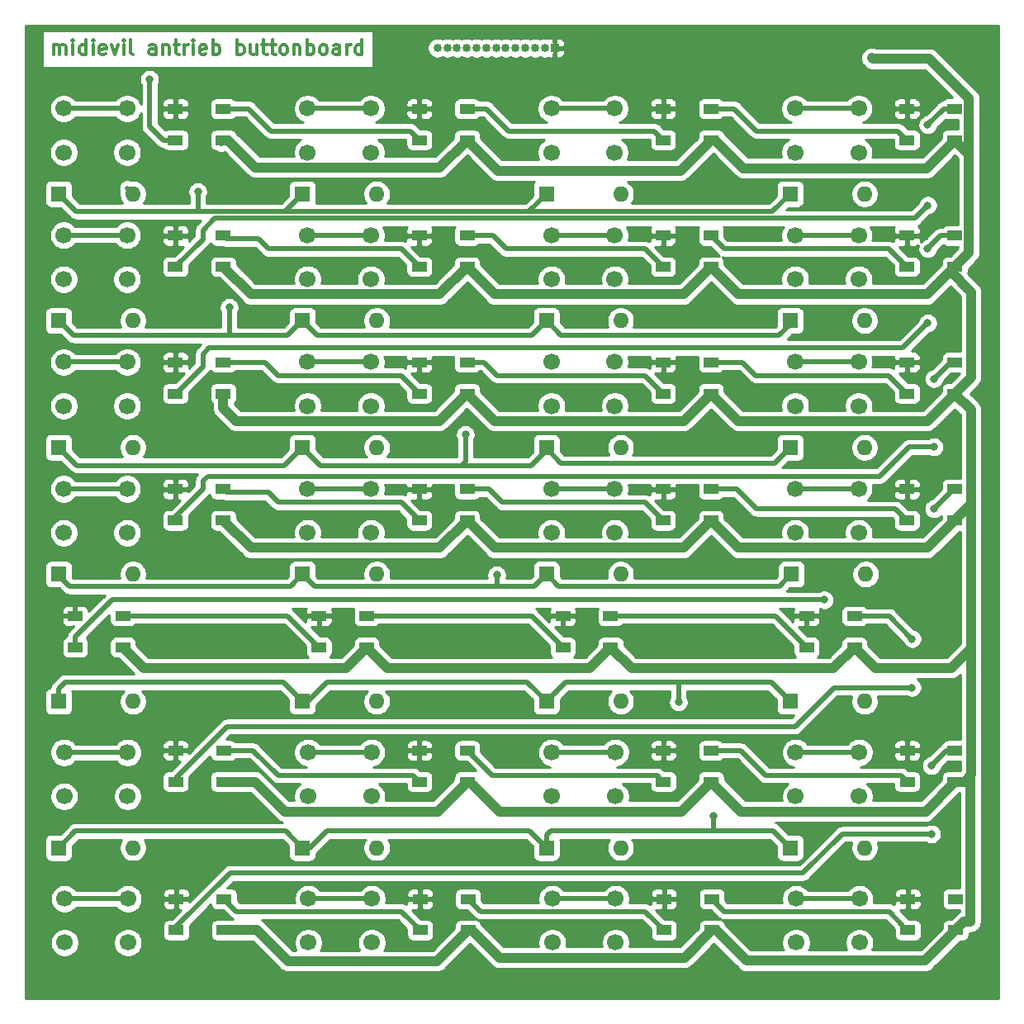
<source format=gbr>
%TF.GenerationSoftware,KiCad,Pcbnew,(5.1.6)-1*%
%TF.CreationDate,2020-06-18T14:47:13+02:00*%
%TF.ProjectId,antrieb smd,616e7472-6965-4622-9073-6d642e6b6963,rev?*%
%TF.SameCoordinates,Original*%
%TF.FileFunction,Copper,L1,Top*%
%TF.FilePolarity,Positive*%
%FSLAX46Y46*%
G04 Gerber Fmt 4.6, Leading zero omitted, Abs format (unit mm)*
G04 Created by KiCad (PCBNEW (5.1.6)-1) date 2020-06-18 14:47:13*
%MOMM*%
%LPD*%
G01*
G04 APERTURE LIST*
%TA.AperFunction,NonConductor*%
%ADD10C,0.300000*%
%TD*%
%TA.AperFunction,ComponentPad*%
%ADD11O,0.850000X0.850000*%
%TD*%
%TA.AperFunction,ComponentPad*%
%ADD12R,0.850000X0.850000*%
%TD*%
%TA.AperFunction,SMDPad,CuDef*%
%ADD13R,1.500000X1.000000*%
%TD*%
%TA.AperFunction,ComponentPad*%
%ADD14R,1.600000X1.600000*%
%TD*%
%TA.AperFunction,ComponentPad*%
%ADD15O,1.600000X1.600000*%
%TD*%
%TA.AperFunction,ComponentPad*%
%ADD16C,1.700000*%
%TD*%
%TA.AperFunction,ViaPad*%
%ADD17C,0.800000*%
%TD*%
%TA.AperFunction,Conductor*%
%ADD18C,0.500000*%
%TD*%
%TA.AperFunction,Conductor*%
%ADD19C,1.000000*%
%TD*%
%TA.AperFunction,Conductor*%
%ADD20C,0.254000*%
%TD*%
G04 APERTURE END LIST*
D10*
X23777171Y-46500171D02*
X23777171Y-45500171D01*
X23777171Y-45643028D02*
X23848599Y-45571600D01*
X23991457Y-45500171D01*
X24205742Y-45500171D01*
X24348599Y-45571600D01*
X24420028Y-45714457D01*
X24420028Y-46500171D01*
X24420028Y-45714457D02*
X24491457Y-45571600D01*
X24634314Y-45500171D01*
X24848599Y-45500171D01*
X24991457Y-45571600D01*
X25062885Y-45714457D01*
X25062885Y-46500171D01*
X25777171Y-46500171D02*
X25777171Y-45500171D01*
X25777171Y-45000171D02*
X25705742Y-45071600D01*
X25777171Y-45143028D01*
X25848599Y-45071600D01*
X25777171Y-45000171D01*
X25777171Y-45143028D01*
X27134314Y-46500171D02*
X27134314Y-45000171D01*
X27134314Y-46428742D02*
X26991457Y-46500171D01*
X26705742Y-46500171D01*
X26562885Y-46428742D01*
X26491457Y-46357314D01*
X26420028Y-46214457D01*
X26420028Y-45785885D01*
X26491457Y-45643028D01*
X26562885Y-45571600D01*
X26705742Y-45500171D01*
X26991457Y-45500171D01*
X27134314Y-45571600D01*
X27848599Y-46500171D02*
X27848599Y-45500171D01*
X27848599Y-45000171D02*
X27777171Y-45071600D01*
X27848599Y-45143028D01*
X27920028Y-45071600D01*
X27848599Y-45000171D01*
X27848599Y-45143028D01*
X29134314Y-46428742D02*
X28991457Y-46500171D01*
X28705742Y-46500171D01*
X28562885Y-46428742D01*
X28491457Y-46285885D01*
X28491457Y-45714457D01*
X28562885Y-45571600D01*
X28705742Y-45500171D01*
X28991457Y-45500171D01*
X29134314Y-45571600D01*
X29205742Y-45714457D01*
X29205742Y-45857314D01*
X28491457Y-46000171D01*
X29705742Y-45500171D02*
X30062885Y-46500171D01*
X30420028Y-45500171D01*
X30991457Y-46500171D02*
X30991457Y-45500171D01*
X30991457Y-45000171D02*
X30920028Y-45071600D01*
X30991457Y-45143028D01*
X31062885Y-45071600D01*
X30991457Y-45000171D01*
X30991457Y-45143028D01*
X31920028Y-46500171D02*
X31777171Y-46428742D01*
X31705742Y-46285885D01*
X31705742Y-45000171D01*
X34277171Y-46500171D02*
X34277171Y-45714457D01*
X34205742Y-45571600D01*
X34062885Y-45500171D01*
X33777171Y-45500171D01*
X33634314Y-45571600D01*
X34277171Y-46428742D02*
X34134314Y-46500171D01*
X33777171Y-46500171D01*
X33634314Y-46428742D01*
X33562885Y-46285885D01*
X33562885Y-46143028D01*
X33634314Y-46000171D01*
X33777171Y-45928742D01*
X34134314Y-45928742D01*
X34277171Y-45857314D01*
X34991457Y-45500171D02*
X34991457Y-46500171D01*
X34991457Y-45643028D02*
X35062885Y-45571600D01*
X35205742Y-45500171D01*
X35420028Y-45500171D01*
X35562885Y-45571600D01*
X35634314Y-45714457D01*
X35634314Y-46500171D01*
X36134314Y-45500171D02*
X36705742Y-45500171D01*
X36348599Y-45000171D02*
X36348599Y-46285885D01*
X36420028Y-46428742D01*
X36562885Y-46500171D01*
X36705742Y-46500171D01*
X37205742Y-46500171D02*
X37205742Y-45500171D01*
X37205742Y-45785885D02*
X37277171Y-45643028D01*
X37348599Y-45571600D01*
X37491457Y-45500171D01*
X37634314Y-45500171D01*
X38134314Y-46500171D02*
X38134314Y-45500171D01*
X38134314Y-45000171D02*
X38062885Y-45071600D01*
X38134314Y-45143028D01*
X38205742Y-45071600D01*
X38134314Y-45000171D01*
X38134314Y-45143028D01*
X39420028Y-46428742D02*
X39277171Y-46500171D01*
X38991457Y-46500171D01*
X38848599Y-46428742D01*
X38777171Y-46285885D01*
X38777171Y-45714457D01*
X38848599Y-45571600D01*
X38991457Y-45500171D01*
X39277171Y-45500171D01*
X39420028Y-45571600D01*
X39491457Y-45714457D01*
X39491457Y-45857314D01*
X38777171Y-46000171D01*
X40134314Y-46500171D02*
X40134314Y-45000171D01*
X40134314Y-45571600D02*
X40277171Y-45500171D01*
X40562885Y-45500171D01*
X40705742Y-45571600D01*
X40777171Y-45643028D01*
X40848600Y-45785885D01*
X40848600Y-46214457D01*
X40777171Y-46357314D01*
X40705742Y-46428742D01*
X40562885Y-46500171D01*
X40277171Y-46500171D01*
X40134314Y-46428742D01*
X42634314Y-46500171D02*
X42634314Y-45000171D01*
X42634314Y-45571600D02*
X42777171Y-45500171D01*
X43062885Y-45500171D01*
X43205742Y-45571600D01*
X43277171Y-45643028D01*
X43348599Y-45785885D01*
X43348599Y-46214457D01*
X43277171Y-46357314D01*
X43205742Y-46428742D01*
X43062885Y-46500171D01*
X42777171Y-46500171D01*
X42634314Y-46428742D01*
X44634314Y-45500171D02*
X44634314Y-46500171D01*
X43991457Y-45500171D02*
X43991457Y-46285885D01*
X44062885Y-46428742D01*
X44205742Y-46500171D01*
X44420028Y-46500171D01*
X44562885Y-46428742D01*
X44634314Y-46357314D01*
X45134314Y-45500171D02*
X45705742Y-45500171D01*
X45348600Y-45000171D02*
X45348600Y-46285885D01*
X45420028Y-46428742D01*
X45562885Y-46500171D01*
X45705742Y-46500171D01*
X45991457Y-45500171D02*
X46562885Y-45500171D01*
X46205742Y-45000171D02*
X46205742Y-46285885D01*
X46277171Y-46428742D01*
X46420028Y-46500171D01*
X46562885Y-46500171D01*
X47277171Y-46500171D02*
X47134314Y-46428742D01*
X47062885Y-46357314D01*
X46991457Y-46214457D01*
X46991457Y-45785885D01*
X47062885Y-45643028D01*
X47134314Y-45571600D01*
X47277171Y-45500171D01*
X47491457Y-45500171D01*
X47634314Y-45571600D01*
X47705742Y-45643028D01*
X47777171Y-45785885D01*
X47777171Y-46214457D01*
X47705742Y-46357314D01*
X47634314Y-46428742D01*
X47491457Y-46500171D01*
X47277171Y-46500171D01*
X48420028Y-45500171D02*
X48420028Y-46500171D01*
X48420028Y-45643028D02*
X48491457Y-45571600D01*
X48634314Y-45500171D01*
X48848600Y-45500171D01*
X48991457Y-45571600D01*
X49062885Y-45714457D01*
X49062885Y-46500171D01*
X49777171Y-46500171D02*
X49777171Y-45000171D01*
X49777171Y-45571600D02*
X49920028Y-45500171D01*
X50205742Y-45500171D01*
X50348600Y-45571600D01*
X50420028Y-45643028D01*
X50491457Y-45785885D01*
X50491457Y-46214457D01*
X50420028Y-46357314D01*
X50348600Y-46428742D01*
X50205742Y-46500171D01*
X49920028Y-46500171D01*
X49777171Y-46428742D01*
X51348600Y-46500171D02*
X51205742Y-46428742D01*
X51134314Y-46357314D01*
X51062885Y-46214457D01*
X51062885Y-45785885D01*
X51134314Y-45643028D01*
X51205742Y-45571600D01*
X51348600Y-45500171D01*
X51562885Y-45500171D01*
X51705742Y-45571600D01*
X51777171Y-45643028D01*
X51848600Y-45785885D01*
X51848600Y-46214457D01*
X51777171Y-46357314D01*
X51705742Y-46428742D01*
X51562885Y-46500171D01*
X51348600Y-46500171D01*
X53134314Y-46500171D02*
X53134314Y-45714457D01*
X53062885Y-45571600D01*
X52920028Y-45500171D01*
X52634314Y-45500171D01*
X52491457Y-45571600D01*
X53134314Y-46428742D02*
X52991457Y-46500171D01*
X52634314Y-46500171D01*
X52491457Y-46428742D01*
X52420028Y-46285885D01*
X52420028Y-46143028D01*
X52491457Y-46000171D01*
X52634314Y-45928742D01*
X52991457Y-45928742D01*
X53134314Y-45857314D01*
X53848600Y-46500171D02*
X53848600Y-45500171D01*
X53848600Y-45785885D02*
X53920028Y-45643028D01*
X53991457Y-45571600D01*
X54134314Y-45500171D01*
X54277171Y-45500171D01*
X55420028Y-46500171D02*
X55420028Y-45000171D01*
X55420028Y-46428742D02*
X55277171Y-46500171D01*
X54991457Y-46500171D01*
X54848600Y-46428742D01*
X54777171Y-46357314D01*
X54705742Y-46214457D01*
X54705742Y-45785885D01*
X54777171Y-45643028D01*
X54848600Y-45571600D01*
X54991457Y-45500171D01*
X55277171Y-45500171D01*
X55420028Y-45571600D01*
D11*
%TO.P,J1,13*%
%TO.N,data*%
X63158600Y-45821600D03*
%TO.P,J1,12*%
%TO.N,col1*%
X64158600Y-45821600D03*
%TO.P,J1,11*%
%TO.N,row1*%
X65158600Y-45821600D03*
%TO.P,J1,10*%
%TO.N,row2*%
X66158600Y-45821600D03*
%TO.P,J1,9*%
%TO.N,col2*%
X67158600Y-45821600D03*
%TO.P,J1,8*%
%TO.N,row3*%
X68158600Y-45821600D03*
%TO.P,J1,7*%
%TO.N,row4*%
X69158600Y-45821600D03*
%TO.P,J1,6*%
%TO.N,col3*%
X70158600Y-45821600D03*
%TO.P,J1,5*%
%TO.N,row5*%
X71158600Y-45821600D03*
%TO.P,J1,4*%
%TO.N,row6*%
X72158600Y-45821600D03*
%TO.P,J1,3*%
%TO.N,col4*%
X73158600Y-45821600D03*
%TO.P,J1,2*%
%TO.N,5v*%
X74158600Y-45821600D03*
D12*
%TO.P,J1,1*%
%TO.N,gnd*%
X75158600Y-45821600D03*
%TD*%
D13*
%TO.P,D1,3*%
%TO.N,gnd*%
X36291600Y-52054960D03*
%TO.P,D1,4*%
%TO.N,data*%
X36291600Y-55254960D03*
%TO.P,D1,2*%
%TO.N,Net-(D1-Pad2)*%
X41191600Y-52054960D03*
%TO.P,D1,1*%
%TO.N,5v*%
X41191600Y-55254960D03*
%TD*%
D14*
%TO.P,D45,1*%
%TO.N,row6*%
X24312600Y-127815600D03*
D15*
%TO.P,D45,2*%
%TO.N,Net-(D45-Pad2)*%
X31932600Y-127815600D03*
%TD*%
D14*
%TO.P,D46,1*%
%TO.N,row6*%
X49312600Y-127815600D03*
D15*
%TO.P,D46,2*%
%TO.N,Net-(D46-Pad2)*%
X56932600Y-127815600D03*
%TD*%
D14*
%TO.P,D47,1*%
%TO.N,row6*%
X74312600Y-127815600D03*
D15*
%TO.P,D47,2*%
%TO.N,Net-(D47-Pad2)*%
X81932600Y-127815600D03*
%TD*%
D14*
%TO.P,D48,1*%
%TO.N,row6*%
X99312600Y-127815600D03*
D15*
%TO.P,D48,2*%
%TO.N,Net-(D48-Pad2)*%
X106932600Y-127815600D03*
%TD*%
D14*
%TO.P,D44,1*%
%TO.N,row5*%
X99312600Y-112815600D03*
D15*
%TO.P,D44,2*%
%TO.N,Net-(D44-Pad2)*%
X106932600Y-112815600D03*
%TD*%
D14*
%TO.P,D43,1*%
%TO.N,row5*%
X74312600Y-112815600D03*
D15*
%TO.P,D43,2*%
%TO.N,Net-(D43-Pad2)*%
X81932600Y-112815600D03*
%TD*%
D14*
%TO.P,D42,1*%
%TO.N,row5*%
X49312600Y-112815600D03*
D15*
%TO.P,D42,2*%
%TO.N,Net-(D42-Pad2)*%
X56932600Y-112815600D03*
%TD*%
%TO.P,D41,2*%
%TO.N,Net-(D41-Pad2)*%
X31932600Y-112815600D03*
D14*
%TO.P,D41,1*%
%TO.N,row5*%
X24312600Y-112815600D03*
%TD*%
%TO.P,D40,1*%
%TO.N,row4*%
X99447600Y-99775600D03*
D15*
%TO.P,D40,2*%
%TO.N,Net-(D40-Pad2)*%
X107067600Y-99775600D03*
%TD*%
D14*
%TO.P,D39,1*%
%TO.N,row4*%
X74312600Y-99775600D03*
D15*
%TO.P,D39,2*%
%TO.N,Net-(D39-Pad2)*%
X81932600Y-99775600D03*
%TD*%
D14*
%TO.P,D38,1*%
%TO.N,row4*%
X49312600Y-99775600D03*
D15*
%TO.P,D38,2*%
%TO.N,Net-(D38-Pad2)*%
X56932600Y-99775600D03*
%TD*%
D14*
%TO.P,D37,1*%
%TO.N,row4*%
X24312600Y-99775600D03*
D15*
%TO.P,D37,2*%
%TO.N,Net-(D37-Pad2)*%
X31932600Y-99775600D03*
%TD*%
D14*
%TO.P,D36,1*%
%TO.N,row3*%
X99312600Y-86775600D03*
D15*
%TO.P,D36,2*%
%TO.N,Net-(D36-Pad2)*%
X106932600Y-86775600D03*
%TD*%
D14*
%TO.P,D35,1*%
%TO.N,row3*%
X74312600Y-86775600D03*
D15*
%TO.P,D35,2*%
%TO.N,Net-(D35-Pad2)*%
X81932600Y-86775600D03*
%TD*%
D14*
%TO.P,D34,1*%
%TO.N,row3*%
X49312600Y-86775600D03*
D15*
%TO.P,D34,2*%
%TO.N,Net-(D34-Pad2)*%
X56932600Y-86775600D03*
%TD*%
D14*
%TO.P,D33,1*%
%TO.N,row3*%
X24312600Y-86775600D03*
D15*
%TO.P,D33,2*%
%TO.N,Net-(D33-Pad2)*%
X31932600Y-86775600D03*
%TD*%
D14*
%TO.P,D32,1*%
%TO.N,row2*%
X99312600Y-73775600D03*
D15*
%TO.P,D32,2*%
%TO.N,Net-(D32-Pad2)*%
X106932600Y-73775600D03*
%TD*%
D14*
%TO.P,D31,1*%
%TO.N,row2*%
X74312600Y-73775600D03*
D15*
%TO.P,D31,2*%
%TO.N,Net-(D31-Pad2)*%
X81932600Y-73775600D03*
%TD*%
D14*
%TO.P,D30,1*%
%TO.N,row2*%
X49312600Y-73775600D03*
D15*
%TO.P,D30,2*%
%TO.N,Net-(D30-Pad2)*%
X56932600Y-73775600D03*
%TD*%
D14*
%TO.P,D29,1*%
%TO.N,row2*%
X24312600Y-73775600D03*
D15*
%TO.P,D29,2*%
%TO.N,Net-(D29-Pad2)*%
X31932600Y-73775600D03*
%TD*%
D14*
%TO.P,D28,1*%
%TO.N,row1*%
X99312600Y-60775600D03*
D15*
%TO.P,D28,2*%
%TO.N,Net-(D28-Pad2)*%
X106932600Y-60775600D03*
%TD*%
D14*
%TO.P,D27,1*%
%TO.N,row1*%
X74312600Y-60775600D03*
D15*
%TO.P,D27,2*%
%TO.N,Net-(D27-Pad2)*%
X81932600Y-60775600D03*
%TD*%
D14*
%TO.P,D26,1*%
%TO.N,row1*%
X49312600Y-60775600D03*
D15*
%TO.P,D26,2*%
%TO.N,Net-(D26-Pad2)*%
X56932600Y-60775600D03*
%TD*%
%TO.P,D25,2*%
%TO.N,Net-(D25-Pad2)*%
X31932600Y-60775600D03*
D14*
%TO.P,D25,1*%
%TO.N,row1*%
X24312600Y-60775600D03*
%TD*%
D16*
%TO.P,SW21,1*%
%TO.N,col1*%
X24918920Y-133048300D03*
%TO.P,SW21,2*%
X31418920Y-133048300D03*
%TO.P,SW21,3*%
%TO.N,Net-(D45-Pad2)*%
X24918920Y-137548300D03*
%TO.P,SW21,4*%
X31418920Y-137548300D03*
%TD*%
%TO.P,SW23,1*%
%TO.N,col3*%
X74918920Y-133048300D03*
%TO.P,SW23,2*%
X81418920Y-133048300D03*
%TO.P,SW23,3*%
%TO.N,Net-(D47-Pad2)*%
X74918920Y-137548300D03*
%TO.P,SW23,4*%
X81418920Y-137548300D03*
%TD*%
%TO.P,SW24,1*%
%TO.N,col4*%
X99918920Y-133048300D03*
%TO.P,SW24,2*%
X106418920Y-133048300D03*
%TO.P,SW24,3*%
%TO.N,Net-(D48-Pad2)*%
X99918920Y-137548300D03*
%TO.P,SW24,4*%
X106418920Y-137548300D03*
%TD*%
%TO.P,SW22,1*%
%TO.N,col2*%
X49918920Y-133048300D03*
%TO.P,SW22,2*%
X56418920Y-133048300D03*
%TO.P,SW22,3*%
%TO.N,Net-(D46-Pad2)*%
X49918920Y-137548300D03*
%TO.P,SW22,4*%
X56418920Y-137548300D03*
%TD*%
D13*
%TO.P,D21,3*%
%TO.N,gnd*%
X36377960Y-133076440D03*
%TO.P,D21,4*%
%TO.N,Net-(D20-Pad2)*%
X36377960Y-136276440D03*
%TO.P,D21,2*%
%TO.N,Net-(D21-Pad2)*%
X41277960Y-133076440D03*
%TO.P,D21,1*%
%TO.N,5v*%
X41277960Y-136276440D03*
%TD*%
%TO.P,D23,3*%
%TO.N,gnd*%
X86377960Y-133076440D03*
%TO.P,D23,4*%
%TO.N,Net-(D22-Pad2)*%
X86377960Y-136276440D03*
%TO.P,D23,2*%
%TO.N,Net-(D23-Pad2)*%
X91277960Y-133076440D03*
%TO.P,D23,1*%
%TO.N,5v*%
X91277960Y-136276440D03*
%TD*%
%TO.P,D24,3*%
%TO.N,gnd*%
X111377960Y-133076440D03*
%TO.P,D24,4*%
%TO.N,Net-(D23-Pad2)*%
X111377960Y-136276440D03*
%TO.P,D24,2*%
%TO.N,/dout*%
X116277960Y-133076440D03*
%TO.P,D24,1*%
%TO.N,5v*%
X116277960Y-136276440D03*
%TD*%
%TO.P,D22,3*%
%TO.N,gnd*%
X61377960Y-133076440D03*
%TO.P,D22,4*%
%TO.N,Net-(D21-Pad2)*%
X61377960Y-136276440D03*
%TO.P,D22,2*%
%TO.N,Net-(D22-Pad2)*%
X66277960Y-133076440D03*
%TO.P,D22,1*%
%TO.N,5v*%
X66277960Y-136276440D03*
%TD*%
D16*
%TO.P,SW17,1*%
%TO.N,col1*%
X24878280Y-118041980D03*
%TO.P,SW17,2*%
X31378280Y-118041980D03*
%TO.P,SW17,3*%
%TO.N,Net-(D41-Pad2)*%
X24878280Y-122541980D03*
%TO.P,SW17,4*%
X31378280Y-122541980D03*
%TD*%
%TO.P,SW19,1*%
%TO.N,col3*%
X74878280Y-118041980D03*
%TO.P,SW19,2*%
X81378280Y-118041980D03*
%TO.P,SW19,3*%
%TO.N,Net-(D43-Pad2)*%
X74878280Y-122541980D03*
%TO.P,SW19,4*%
X81378280Y-122541980D03*
%TD*%
%TO.P,SW20,1*%
%TO.N,col4*%
X99878280Y-118041980D03*
%TO.P,SW20,2*%
X106378280Y-118041980D03*
%TO.P,SW20,3*%
%TO.N,Net-(D44-Pad2)*%
X99878280Y-122541980D03*
%TO.P,SW20,4*%
X106378280Y-122541980D03*
%TD*%
%TO.P,SW18,1*%
%TO.N,col2*%
X49878280Y-118041980D03*
%TO.P,SW18,2*%
X56378280Y-118041980D03*
%TO.P,SW18,3*%
%TO.N,Net-(D42-Pad2)*%
X49878280Y-122541980D03*
%TO.P,SW18,4*%
X56378280Y-122541980D03*
%TD*%
D13*
%TO.P,D17,3*%
%TO.N,gnd*%
X36311920Y-117851680D03*
%TO.P,D17,4*%
%TO.N,Net-(D17-Pad4)*%
X36311920Y-121051680D03*
%TO.P,D17,2*%
%TO.N,Net-(D17-Pad2)*%
X41211920Y-117851680D03*
%TO.P,D17,1*%
%TO.N,5v*%
X41211920Y-121051680D03*
%TD*%
%TO.P,D19,3*%
%TO.N,gnd*%
X86311920Y-117851680D03*
%TO.P,D19,4*%
%TO.N,Net-(D18-Pad2)*%
X86311920Y-121051680D03*
%TO.P,D19,2*%
%TO.N,Net-(D19-Pad2)*%
X91211920Y-117851680D03*
%TO.P,D19,1*%
%TO.N,5v*%
X91211920Y-121051680D03*
%TD*%
%TO.P,D20,3*%
%TO.N,gnd*%
X111311920Y-117851680D03*
%TO.P,D20,4*%
%TO.N,Net-(D19-Pad2)*%
X111311920Y-121051680D03*
%TO.P,D20,2*%
%TO.N,Net-(D20-Pad2)*%
X116211920Y-117851680D03*
%TO.P,D20,1*%
%TO.N,5v*%
X116211920Y-121051680D03*
%TD*%
%TO.P,D18,3*%
%TO.N,gnd*%
X61311920Y-117851680D03*
%TO.P,D18,4*%
%TO.N,Net-(D17-Pad2)*%
X61311920Y-121051680D03*
%TO.P,D18,2*%
%TO.N,Net-(D18-Pad2)*%
X66211920Y-117851680D03*
%TO.P,D18,1*%
%TO.N,5v*%
X66211920Y-121051680D03*
%TD*%
D16*
%TO.P,SW16,4*%
%TO.N,Net-(D40-Pad2)*%
X106332560Y-95526820D03*
%TO.P,SW16,3*%
X99832560Y-95526820D03*
%TO.P,SW16,2*%
%TO.N,col4*%
X106332560Y-91026820D03*
%TO.P,SW16,1*%
X99832560Y-91026820D03*
%TD*%
%TO.P,SW15,4*%
%TO.N,Net-(D39-Pad2)*%
X81332560Y-95526820D03*
%TO.P,SW15,3*%
X74832560Y-95526820D03*
%TO.P,SW15,2*%
%TO.N,col3*%
X81332560Y-91026820D03*
%TO.P,SW15,1*%
X74832560Y-91026820D03*
%TD*%
%TO.P,SW14,4*%
%TO.N,Net-(D38-Pad2)*%
X56332560Y-95526820D03*
%TO.P,SW14,3*%
X49832560Y-95526820D03*
%TO.P,SW14,2*%
%TO.N,col2*%
X56332560Y-91026820D03*
%TO.P,SW14,1*%
X49832560Y-91026820D03*
%TD*%
%TO.P,SW13,4*%
%TO.N,Net-(D37-Pad2)*%
X31332560Y-95526820D03*
%TO.P,SW13,3*%
X24832560Y-95526820D03*
%TO.P,SW13,2*%
%TO.N,col1*%
X31332560Y-91026820D03*
%TO.P,SW13,1*%
X24832560Y-91026820D03*
%TD*%
%TO.P,SW12,4*%
%TO.N,Net-(D36-Pad2)*%
X106332560Y-82526820D03*
%TO.P,SW12,3*%
X99832560Y-82526820D03*
%TO.P,SW12,2*%
%TO.N,col4*%
X106332560Y-78026820D03*
%TO.P,SW12,1*%
X99832560Y-78026820D03*
%TD*%
%TO.P,SW11,4*%
%TO.N,Net-(D35-Pad2)*%
X81332560Y-82526820D03*
%TO.P,SW11,3*%
X74832560Y-82526820D03*
%TO.P,SW11,2*%
%TO.N,col3*%
X81332560Y-78026820D03*
%TO.P,SW11,1*%
X74832560Y-78026820D03*
%TD*%
%TO.P,SW10,4*%
%TO.N,Net-(D34-Pad2)*%
X56332560Y-82526820D03*
%TO.P,SW10,3*%
X49832560Y-82526820D03*
%TO.P,SW10,2*%
%TO.N,col2*%
X56332560Y-78026820D03*
%TO.P,SW10,1*%
X49832560Y-78026820D03*
%TD*%
%TO.P,SW9,4*%
%TO.N,Net-(D33-Pad2)*%
X31332560Y-82526820D03*
%TO.P,SW9,3*%
X24832560Y-82526820D03*
%TO.P,SW9,2*%
%TO.N,col1*%
X31332560Y-78026820D03*
%TO.P,SW9,1*%
X24832560Y-78026820D03*
%TD*%
%TO.P,SW8,4*%
%TO.N,Net-(D32-Pad2)*%
X106332560Y-69526820D03*
%TO.P,SW8,3*%
X99832560Y-69526820D03*
%TO.P,SW8,2*%
%TO.N,col4*%
X106332560Y-65026820D03*
%TO.P,SW8,1*%
X99832560Y-65026820D03*
%TD*%
%TO.P,SW7,4*%
%TO.N,Net-(D31-Pad2)*%
X81332560Y-69526820D03*
%TO.P,SW7,3*%
X74832560Y-69526820D03*
%TO.P,SW7,2*%
%TO.N,col3*%
X81332560Y-65026820D03*
%TO.P,SW7,1*%
X74832560Y-65026820D03*
%TD*%
%TO.P,SW6,4*%
%TO.N,Net-(D30-Pad2)*%
X56332560Y-69526820D03*
%TO.P,SW6,3*%
X49832560Y-69526820D03*
%TO.P,SW6,2*%
%TO.N,col2*%
X56332560Y-65026820D03*
%TO.P,SW6,1*%
X49832560Y-65026820D03*
%TD*%
%TO.P,SW5,4*%
%TO.N,Net-(D29-Pad2)*%
X31332560Y-69526820D03*
%TO.P,SW5,3*%
X24832560Y-69526820D03*
%TO.P,SW5,2*%
%TO.N,col1*%
X31332560Y-65026820D03*
%TO.P,SW5,1*%
X24832560Y-65026820D03*
%TD*%
%TO.P,SW4,4*%
%TO.N,Net-(D28-Pad2)*%
X106332560Y-56526820D03*
%TO.P,SW4,3*%
X99832560Y-56526820D03*
%TO.P,SW4,2*%
%TO.N,col4*%
X106332560Y-52026820D03*
%TO.P,SW4,1*%
X99832560Y-52026820D03*
%TD*%
%TO.P,SW3,4*%
%TO.N,Net-(D27-Pad2)*%
X81332560Y-56526820D03*
%TO.P,SW3,3*%
X74832560Y-56526820D03*
%TO.P,SW3,2*%
%TO.N,col3*%
X81332560Y-52026820D03*
%TO.P,SW3,1*%
X74832560Y-52026820D03*
%TD*%
%TO.P,SW2,4*%
%TO.N,Net-(D26-Pad2)*%
X56332560Y-56526820D03*
%TO.P,SW2,3*%
X49832560Y-56526820D03*
%TO.P,SW2,2*%
%TO.N,col2*%
X56332560Y-52026820D03*
%TO.P,SW2,1*%
X49832560Y-52026820D03*
%TD*%
D13*
%TO.P,D16,1*%
%TO.N,5v*%
X116191600Y-94254960D03*
%TO.P,D16,2*%
%TO.N,Net-(D16-Pad2)*%
X116191600Y-91054960D03*
%TO.P,D16,4*%
%TO.N,Net-(D15-Pad2)*%
X111291600Y-94254960D03*
%TO.P,D16,3*%
%TO.N,gnd*%
X111291600Y-91054960D03*
%TD*%
%TO.P,D15,1*%
%TO.N,5v*%
X91191600Y-94254960D03*
%TO.P,D15,2*%
%TO.N,Net-(D15-Pad2)*%
X91191600Y-91054960D03*
%TO.P,D15,4*%
%TO.N,Net-(D14-Pad2)*%
X86291600Y-94254960D03*
%TO.P,D15,3*%
%TO.N,gnd*%
X86291600Y-91054960D03*
%TD*%
%TO.P,D14,1*%
%TO.N,5v*%
X66191600Y-94254960D03*
%TO.P,D14,2*%
%TO.N,Net-(D14-Pad2)*%
X66191600Y-91054960D03*
%TO.P,D14,4*%
%TO.N,Net-(D13-Pad2)*%
X61291600Y-94254960D03*
%TO.P,D14,3*%
%TO.N,gnd*%
X61291600Y-91054960D03*
%TD*%
%TO.P,D13,1*%
%TO.N,5v*%
X41191600Y-94254960D03*
%TO.P,D13,2*%
%TO.N,Net-(D13-Pad2)*%
X41191600Y-91054960D03*
%TO.P,D13,4*%
%TO.N,Net-(D12-Pad2)*%
X36291600Y-94254960D03*
%TO.P,D13,3*%
%TO.N,gnd*%
X36291600Y-91054960D03*
%TD*%
%TO.P,D12,1*%
%TO.N,5v*%
X116191600Y-81254960D03*
%TO.P,D12,2*%
%TO.N,Net-(D12-Pad2)*%
X116191600Y-78054960D03*
%TO.P,D12,4*%
%TO.N,Net-(D11-Pad2)*%
X111291600Y-81254960D03*
%TO.P,D12,3*%
%TO.N,gnd*%
X111291600Y-78054960D03*
%TD*%
%TO.P,D11,1*%
%TO.N,5v*%
X91191600Y-81254960D03*
%TO.P,D11,2*%
%TO.N,Net-(D11-Pad2)*%
X91191600Y-78054960D03*
%TO.P,D11,4*%
%TO.N,Net-(D10-Pad2)*%
X86291600Y-81254960D03*
%TO.P,D11,3*%
%TO.N,gnd*%
X86291600Y-78054960D03*
%TD*%
%TO.P,D10,1*%
%TO.N,5v*%
X66191600Y-81254960D03*
%TO.P,D10,2*%
%TO.N,Net-(D10-Pad2)*%
X66191600Y-78054960D03*
%TO.P,D10,4*%
%TO.N,Net-(D10-Pad4)*%
X61291600Y-81254960D03*
%TO.P,D10,3*%
%TO.N,gnd*%
X61291600Y-78054960D03*
%TD*%
%TO.P,D9,1*%
%TO.N,5v*%
X41191600Y-81254960D03*
%TO.P,D9,2*%
%TO.N,Net-(D10-Pad4)*%
X41191600Y-78054960D03*
%TO.P,D9,4*%
%TO.N,Net-(D8-Pad2)*%
X36291600Y-81254960D03*
%TO.P,D9,3*%
%TO.N,gnd*%
X36291600Y-78054960D03*
%TD*%
%TO.P,D8,1*%
%TO.N,5v*%
X116191600Y-68254960D03*
%TO.P,D8,2*%
%TO.N,Net-(D8-Pad2)*%
X116191600Y-65054960D03*
%TO.P,D8,4*%
%TO.N,Net-(D7-Pad2)*%
X111291600Y-68254960D03*
%TO.P,D8,3*%
%TO.N,gnd*%
X111291600Y-65054960D03*
%TD*%
%TO.P,D7,1*%
%TO.N,5v*%
X91191600Y-68254960D03*
%TO.P,D7,2*%
%TO.N,Net-(D7-Pad2)*%
X91191600Y-65054960D03*
%TO.P,D7,4*%
%TO.N,Net-(D6-Pad2)*%
X86291600Y-68254960D03*
%TO.P,D7,3*%
%TO.N,gnd*%
X86291600Y-65054960D03*
%TD*%
%TO.P,D6,1*%
%TO.N,5v*%
X66191600Y-68254960D03*
%TO.P,D6,2*%
%TO.N,Net-(D6-Pad2)*%
X66191600Y-65054960D03*
%TO.P,D6,4*%
%TO.N,Net-(D5-Pad2)*%
X61291600Y-68254960D03*
%TO.P,D6,3*%
%TO.N,gnd*%
X61291600Y-65054960D03*
%TD*%
%TO.P,D5,1*%
%TO.N,5v*%
X41191600Y-68254960D03*
%TO.P,D5,2*%
%TO.N,Net-(D5-Pad2)*%
X41191600Y-65054960D03*
%TO.P,D5,4*%
%TO.N,Net-(D4-Pad2)*%
X36291600Y-68254960D03*
%TO.P,D5,3*%
%TO.N,gnd*%
X36291600Y-65054960D03*
%TD*%
%TO.P,D4,1*%
%TO.N,5v*%
X116191600Y-55254960D03*
%TO.P,D4,2*%
%TO.N,Net-(D4-Pad2)*%
X116191600Y-52054960D03*
%TO.P,D4,4*%
%TO.N,Net-(D3-Pad2)*%
X111291600Y-55254960D03*
%TO.P,D4,3*%
%TO.N,gnd*%
X111291600Y-52054960D03*
%TD*%
%TO.P,D3,1*%
%TO.N,5v*%
X91191600Y-55254960D03*
%TO.P,D3,2*%
%TO.N,Net-(D3-Pad2)*%
X91191600Y-52054960D03*
%TO.P,D3,4*%
%TO.N,Net-(D2-Pad2)*%
X86291600Y-55254960D03*
%TO.P,D3,3*%
%TO.N,gnd*%
X86291600Y-52054960D03*
%TD*%
%TO.P,D2,1*%
%TO.N,5v*%
X66191600Y-55254960D03*
%TO.P,D2,2*%
%TO.N,Net-(D2-Pad2)*%
X66191600Y-52054960D03*
%TO.P,D2,4*%
%TO.N,Net-(D1-Pad2)*%
X61291600Y-55254960D03*
%TO.P,D2,3*%
%TO.N,gnd*%
X61291600Y-52054960D03*
%TD*%
D16*
%TO.P,SW1,1*%
%TO.N,col1*%
X24832560Y-52026820D03*
%TO.P,SW1,2*%
X31332560Y-52026820D03*
%TO.P,SW1,3*%
%TO.N,Net-(D25-Pad2)*%
X24832560Y-56526820D03*
%TO.P,SW1,4*%
X31332560Y-56526820D03*
%TD*%
D13*
%TO.P,D49,1*%
%TO.N,5v*%
X30899520Y-107264000D03*
%TO.P,D49,2*%
%TO.N,Net-(D49-Pad2)*%
X30899520Y-104064000D03*
%TO.P,D49,4*%
%TO.N,Net-(D16-Pad2)*%
X25999520Y-107264000D03*
%TO.P,D49,3*%
%TO.N,gnd*%
X25999520Y-104064000D03*
%TD*%
%TO.P,D50,3*%
%TO.N,gnd*%
X51001586Y-104064000D03*
%TO.P,D50,4*%
%TO.N,Net-(D49-Pad2)*%
X51001586Y-107264000D03*
%TO.P,D50,2*%
%TO.N,Net-(D50-Pad2)*%
X55901586Y-104064000D03*
%TO.P,D50,1*%
%TO.N,5v*%
X55901586Y-107264000D03*
%TD*%
%TO.P,D51,1*%
%TO.N,5v*%
X80903652Y-107264000D03*
%TO.P,D51,2*%
%TO.N,Net-(D51-Pad2)*%
X80903652Y-104064000D03*
%TO.P,D51,4*%
%TO.N,Net-(D50-Pad2)*%
X76003652Y-107264000D03*
%TO.P,D51,3*%
%TO.N,gnd*%
X76003652Y-104064000D03*
%TD*%
%TO.P,D52,3*%
%TO.N,gnd*%
X101005720Y-104064000D03*
%TO.P,D52,4*%
%TO.N,Net-(D51-Pad2)*%
X101005720Y-107264000D03*
%TO.P,D52,2*%
%TO.N,Net-(D17-Pad4)*%
X105905720Y-104064000D03*
%TO.P,D52,1*%
%TO.N,5v*%
X105905720Y-107264000D03*
%TD*%
D17*
%TO.N,gnd*%
X63728600Y-133197600D03*
X63728600Y-117957600D03*
X63728600Y-106273600D03*
X63982600Y-92557600D03*
X89636600Y-106273600D03*
X94462600Y-65125600D03*
X94462600Y-60553600D03*
X34518600Y-91033600D03*
%TO.N,data*%
X33632621Y-49035590D03*
%TO.N,5v*%
X107670600Y-46837600D03*
%TO.N,Net-(D4-Pad2)*%
X113417600Y-53695600D03*
X113417600Y-61950600D03*
%TO.N,Net-(D12-Pad2)*%
X114052600Y-79730600D03*
X114052600Y-79730600D03*
X114052600Y-86715600D03*
%TO.N,Net-(D16-Pad2)*%
X114052600Y-93065600D03*
X102802600Y-102405600D03*
%TO.N,Net-(D20-Pad2)*%
X113802600Y-119405600D03*
X113802600Y-126405600D03*
%TO.N,Net-(D8-Pad2)*%
X113417600Y-66395600D03*
X113417600Y-74015600D03*
X113417600Y-74015600D03*
%TO.N,row1*%
X38582600Y-60553600D03*
%TO.N,row2*%
X41802622Y-72405600D03*
%TO.N,row3*%
X66014600Y-85445600D03*
%TO.N,row4*%
X69230599Y-99837599D03*
X69230599Y-99837599D03*
%TO.N,row5*%
X87858600Y-112877600D03*
%TO.N,row6*%
X91414600Y-124561600D03*
%TO.N,Net-(D17-Pad4)*%
X111802600Y-111405600D03*
X111802600Y-106405616D03*
%TD*%
D18*
%TO.N,Net-(D1-Pad2)*%
X46075600Y-54330600D02*
X60367240Y-54330600D01*
X60367240Y-54330600D02*
X61291600Y-55254960D01*
X41191600Y-52054960D02*
X43799960Y-52054960D01*
X43799960Y-52054960D02*
X46075600Y-54330600D01*
%TO.N,data*%
X35041600Y-55254960D02*
X33632621Y-53845981D01*
X33632621Y-53845981D02*
X33632621Y-49035590D01*
X36291600Y-55254960D02*
X35041600Y-55254960D01*
%TO.N,5v*%
X117516960Y-79929600D02*
X116191600Y-81254960D01*
X117516960Y-92929600D02*
X116191600Y-94254960D01*
D19*
X113305960Y-58140600D02*
X116191600Y-55254960D01*
X66191600Y-55254960D02*
X66191600Y-55364600D01*
X63369739Y-71076821D02*
X66191600Y-68254960D01*
X44013461Y-71076821D02*
X63369739Y-71076821D01*
X41191600Y-68254960D02*
X44013461Y-71076821D01*
X88369739Y-71076821D02*
X91191600Y-68254960D01*
X69013461Y-71076821D02*
X88369739Y-71076821D01*
X66191600Y-68254960D02*
X69013461Y-71076821D01*
X94013461Y-71076821D02*
X113369739Y-71076821D01*
X91191600Y-68254960D02*
X94013461Y-71076821D01*
X88369739Y-84076821D02*
X91191600Y-81254960D01*
X69013461Y-84076821D02*
X88369739Y-84076821D01*
X66191600Y-81254960D02*
X69013461Y-84076821D01*
X113369739Y-84076821D02*
X116191600Y-81254960D01*
X94013461Y-84076821D02*
X113369739Y-84076821D01*
X91191600Y-81254960D02*
X94013461Y-84076821D01*
X63369739Y-97076821D02*
X66191600Y-94254960D01*
X44013461Y-97076821D02*
X63369739Y-97076821D01*
X41191600Y-94254960D02*
X44013461Y-97076821D01*
X88369739Y-97076821D02*
X91191600Y-94254960D01*
X69013461Y-97076821D02*
X88369739Y-97076821D01*
X66191600Y-94254960D02*
X69013461Y-97076821D01*
X113369739Y-97076821D02*
X116191600Y-94254960D01*
X94013461Y-97076821D02*
X113369739Y-97076821D01*
X91191600Y-94254960D02*
X94013461Y-97076821D01*
X113369739Y-71076821D02*
X115734280Y-68712280D01*
X115734280Y-68712280D02*
X116191600Y-68254960D01*
X117641601Y-66804959D02*
X117641601Y-56704961D01*
X117641601Y-56704961D02*
X116191600Y-55254960D01*
X116191600Y-68254960D02*
X117641601Y-66804959D01*
X117862600Y-70840600D02*
X115734280Y-68712280D01*
X116191600Y-81254960D02*
X117862600Y-79583960D01*
X117862600Y-79583960D02*
X117862600Y-70840600D01*
X116191600Y-94254960D02*
X117862600Y-92583960D01*
X117862600Y-82925960D02*
X116191600Y-81254960D01*
X117862600Y-92583960D02*
X117862600Y-82925960D01*
X113171619Y-124091981D02*
X116211920Y-121051680D01*
X94252221Y-124091981D02*
X113171619Y-124091981D01*
X91211920Y-121051680D02*
X94252221Y-124091981D01*
X90858000Y-121405600D02*
X91211920Y-121051680D01*
X88171619Y-124091981D02*
X90858000Y-121405600D01*
X69488981Y-124091981D02*
X88171619Y-124091981D01*
X66211920Y-121051680D02*
X66448680Y-121051680D01*
X66448680Y-121051680D02*
X69488981Y-124091981D01*
X63171619Y-124091981D02*
X66211920Y-121051680D01*
X47488981Y-124091981D02*
X63171619Y-124091981D01*
X41211920Y-121051680D02*
X44448680Y-121051680D01*
X44448680Y-121051680D02*
X47488981Y-124091981D01*
X41277960Y-136276440D02*
X44673440Y-136276440D01*
X44673440Y-136276440D02*
X47852590Y-139455590D01*
X63098810Y-139455590D02*
X66277960Y-136276440D01*
X47852590Y-139455590D02*
X63098810Y-139455590D01*
X66277960Y-136276440D02*
X66673440Y-136276440D01*
X69495301Y-139098301D02*
X88456099Y-139098301D01*
X88456099Y-139098301D02*
X91277960Y-136276440D01*
X66673440Y-136276440D02*
X69495301Y-139098301D01*
X91277960Y-136276440D02*
X91673440Y-136276440D01*
X91673440Y-136276440D02*
X94802600Y-139405600D01*
X113148800Y-139405600D02*
X116277960Y-136276440D01*
X94802600Y-139405600D02*
X113148800Y-139405600D01*
X117156520Y-121051680D02*
X116211920Y-121051680D01*
X117862600Y-120345600D02*
X117156520Y-121051680D01*
X53759986Y-109405600D02*
X55901586Y-107264000D01*
X30899520Y-107264000D02*
X33041120Y-109405600D01*
X33041120Y-109405600D02*
X53759986Y-109405600D01*
X78762052Y-109405600D02*
X80903652Y-107264000D01*
X55901586Y-107264000D02*
X58043186Y-109405600D01*
X58043186Y-109405600D02*
X78762052Y-109405600D01*
X103764120Y-109405600D02*
X105905720Y-107264000D01*
X80903652Y-107264000D02*
X83045252Y-109405600D01*
X83045252Y-109405600D02*
X103764120Y-109405600D01*
X117862600Y-92583960D02*
X117862600Y-107345600D01*
X117862600Y-107345600D02*
X117862600Y-120345600D01*
X41191600Y-55254960D02*
X41027600Y-55418960D01*
X41191600Y-55254960D02*
X41651960Y-55254960D01*
X63369739Y-58076821D02*
X66191600Y-55254960D01*
X44473821Y-58076821D02*
X63369739Y-58076821D01*
X41651960Y-55254960D02*
X44473821Y-58076821D01*
X66191600Y-55254960D02*
X69342240Y-58405600D01*
X88040960Y-58405600D02*
X91191600Y-55254960D01*
X69342240Y-58405600D02*
X88040960Y-58405600D01*
X91651960Y-55254960D02*
X94537600Y-58140600D01*
X91191600Y-55254960D02*
X91651960Y-55254960D01*
X94537600Y-58140600D02*
X113305960Y-58140600D01*
X115802600Y-109405600D02*
X117862600Y-107345600D01*
X105905720Y-107264000D02*
X108047320Y-109405600D01*
X108047320Y-109405600D02*
X115802600Y-109405600D01*
X117148800Y-135405600D02*
X116277960Y-136276440D01*
X117802600Y-135405600D02*
X117148800Y-135405600D01*
X117862600Y-120345600D02*
X117802600Y-120405600D01*
X117802600Y-120405600D02*
X117802600Y-135405600D01*
X42513461Y-84076821D02*
X63319379Y-84076821D01*
X66141240Y-81254960D02*
X66191600Y-81254960D01*
X63319379Y-84076821D02*
X66141240Y-81254960D01*
X41191600Y-81254960D02*
X41191600Y-82754960D01*
X41191600Y-82754960D02*
X42513461Y-84076821D01*
X117641601Y-50994959D02*
X113593243Y-46946601D01*
X117641601Y-56704961D02*
X117641601Y-50994959D01*
X113593243Y-46946601D02*
X107779601Y-46946601D01*
X107779601Y-46946601D02*
X107670600Y-46837600D01*
D18*
%TO.N,Net-(D2-Pad2)*%
X85367240Y-54330600D02*
X86291600Y-55254960D01*
X70459600Y-54330600D02*
X85367240Y-54330600D01*
X66191600Y-52054960D02*
X68183960Y-52054960D01*
X68183960Y-52054960D02*
X70459600Y-54330600D01*
%TO.N,Net-(D23-Pad2)*%
X109449821Y-134348301D02*
X110882978Y-135781458D01*
X91277960Y-133076440D02*
X92549821Y-134348301D01*
X92549821Y-134348301D02*
X109449821Y-134348301D01*
%TO.N,Net-(D3-Pad2)*%
X110367240Y-54330600D02*
X111291600Y-55254960D01*
X95859600Y-54330600D02*
X110367240Y-54330600D01*
X91191600Y-52054960D02*
X93583960Y-52054960D01*
X93583960Y-52054960D02*
X95859600Y-54330600D01*
%TO.N,Net-(D4-Pad2)*%
X116191600Y-52054960D02*
X115058240Y-52054960D01*
X115058240Y-52054960D02*
X113417600Y-53695600D01*
X39122600Y-65423960D02*
X36291600Y-68254960D01*
X40327592Y-63285608D02*
X39122600Y-64490600D01*
X113417600Y-61950600D02*
X112082592Y-63285608D01*
X39122600Y-64490600D02*
X39122600Y-65423960D01*
X112082592Y-63285608D02*
X40327592Y-63285608D01*
%TO.N,Net-(D5-Pad2)*%
X59442240Y-66405600D02*
X61291600Y-68254960D01*
X45802600Y-66405600D02*
X59442240Y-66405600D01*
X44802600Y-65405600D02*
X45802600Y-66405600D01*
X41191600Y-65054960D02*
X41542240Y-65405600D01*
X41542240Y-65405600D02*
X44802600Y-65405600D01*
%TO.N,Net-(D6-Pad2)*%
X70172420Y-66405600D02*
X84442240Y-66405600D01*
X66191600Y-65054960D02*
X68821780Y-65054960D01*
X84442240Y-66405600D02*
X86291600Y-68254960D01*
X68821780Y-65054960D02*
X70172420Y-66405600D01*
%TO.N,Net-(D10-Pad4)*%
X59442240Y-79405600D02*
X61291600Y-81254960D01*
X46802600Y-79405600D02*
X59442240Y-79405600D01*
X41191600Y-78054960D02*
X45451960Y-78054960D01*
X45451960Y-78054960D02*
X46802600Y-79405600D01*
%TO.N,Net-(D10-Pad2)*%
X84442240Y-79405600D02*
X86291600Y-81254960D01*
X69277600Y-79405600D02*
X84442240Y-79405600D01*
X66191600Y-78054960D02*
X67926960Y-78054960D01*
X67926960Y-78054960D02*
X69277600Y-79405600D01*
%TO.N,Net-(D11-Pad2)*%
X109442240Y-79405600D02*
X111291600Y-81254960D01*
X95802600Y-79405600D02*
X109442240Y-79405600D01*
X91191600Y-78054960D02*
X94451960Y-78054960D01*
X94451960Y-78054960D02*
X95802600Y-79405600D01*
%TO.N,Net-(D12-Pad2)*%
X116191600Y-78054960D02*
X115728240Y-78054960D01*
X115728240Y-78054960D02*
X114052600Y-79730600D01*
X36291600Y-93870781D02*
X36291600Y-94254960D01*
X39122600Y-91039781D02*
X36291600Y-93870781D01*
X111512600Y-86715600D02*
X108501381Y-89726819D01*
X108501381Y-89726819D02*
X39603881Y-89726819D01*
X114052600Y-86715600D02*
X111512600Y-86715600D01*
X39603881Y-89726819D02*
X39122600Y-90208100D01*
X39122600Y-90208100D02*
X39122600Y-91039781D01*
%TO.N,Net-(D13-Pad2)*%
X46802600Y-92405600D02*
X59442240Y-92405600D01*
X45802600Y-91405600D02*
X46802600Y-92405600D01*
X59442240Y-92405600D02*
X61291600Y-94254960D01*
X41191600Y-91054960D02*
X41542240Y-91405600D01*
X41542240Y-91405600D02*
X45802600Y-91405600D01*
%TO.N,Net-(D14-Pad2)*%
X84442240Y-92405600D02*
X86291600Y-94254960D01*
X69802600Y-92405600D02*
X84442240Y-92405600D01*
X66191600Y-91054960D02*
X68451960Y-91054960D01*
X68451960Y-91054960D02*
X69802600Y-92405600D01*
%TO.N,Net-(D15-Pad2)*%
X110102240Y-93065600D02*
X111291600Y-94254960D01*
X95832420Y-93065600D02*
X110102240Y-93065600D01*
X91191600Y-91054960D02*
X93821780Y-91054960D01*
X93821780Y-91054960D02*
X95832420Y-93065600D01*
%TO.N,Net-(D16-Pad2)*%
X116191600Y-91054960D02*
X116063240Y-91054960D01*
X116063240Y-91054960D02*
X114052600Y-93065600D01*
X25999520Y-107264000D02*
X25999520Y-106208680D01*
X25999520Y-106208680D02*
X29802600Y-102405600D01*
X29802600Y-102405600D02*
X102802600Y-102405600D01*
%TO.N,Net-(D17-Pad2)*%
X41211920Y-117851680D02*
X44248680Y-117851680D01*
X44248680Y-117851680D02*
X46802600Y-120405600D01*
X60665840Y-120405600D02*
X61311920Y-121051680D01*
X46802600Y-120405600D02*
X60665840Y-120405600D01*
%TO.N,Net-(D18-Pad2)*%
X66211920Y-117851680D02*
X68765840Y-120405600D01*
X85665840Y-120405600D02*
X86311920Y-121051680D01*
X68765840Y-120405600D02*
X85665840Y-120405600D01*
%TO.N,Net-(D19-Pad2)*%
X91211920Y-117851680D02*
X94248680Y-117851680D01*
X94248680Y-117851680D02*
X96802600Y-120405600D01*
X110665840Y-120405600D02*
X111311920Y-121051680D01*
X96802600Y-120405600D02*
X110665840Y-120405600D01*
%TO.N,Net-(D20-Pad2)*%
X116211920Y-117851680D02*
X115356520Y-117851680D01*
X115356520Y-117851680D02*
X113802600Y-119405600D01*
X104637618Y-126405600D02*
X100637618Y-130405600D01*
X113802600Y-126405600D02*
X104637618Y-126405600D01*
X36377960Y-135916438D02*
X36377960Y-136276440D01*
X41888798Y-130405600D02*
X36377960Y-135916438D01*
X100637618Y-130405600D02*
X41888798Y-130405600D01*
%TO.N,Net-(D21-Pad2)*%
X59449821Y-134348301D02*
X61377960Y-136276440D01*
X42549821Y-134348301D02*
X59449821Y-134348301D01*
X41277960Y-133076440D02*
X42549821Y-134348301D01*
%TO.N,Net-(D7-Pad2)*%
X91191600Y-65054960D02*
X92542240Y-66405600D01*
X109442240Y-66405600D02*
X111291600Y-68254960D01*
X92542240Y-66405600D02*
X109442240Y-66405600D01*
%TO.N,Net-(D8-Pad2)*%
X116191600Y-65054960D02*
X114758240Y-65054960D01*
X114758240Y-65054960D02*
X113417600Y-66395600D01*
X110877600Y-76555600D02*
X39757600Y-76555600D01*
X113417600Y-74015600D02*
X110877600Y-76555600D01*
X39757600Y-76555600D02*
X39122600Y-77190600D01*
X36328240Y-81254960D02*
X36291600Y-81254960D01*
X39122600Y-77190600D02*
X39122600Y-78460600D01*
X39122600Y-78460600D02*
X36328240Y-81254960D01*
%TO.N,Net-(D22-Pad2)*%
X84449821Y-134348301D02*
X86377960Y-136276440D01*
X67549821Y-134348301D02*
X84449821Y-134348301D01*
X66277960Y-133076440D02*
X67549821Y-134348301D01*
%TO.N,Net-(D25-Pad2)*%
X31332560Y-60175560D02*
X31932600Y-60775600D01*
%TO.N,row1*%
X24312600Y-60775600D02*
X26122600Y-62585600D01*
X47502600Y-62585600D02*
X49312600Y-60775600D01*
X72502600Y-62585600D02*
X74312600Y-60775600D01*
X47502600Y-62585600D02*
X72502600Y-62585600D01*
X97502600Y-62585600D02*
X99312600Y-60775600D01*
X72502600Y-62585600D02*
X97502600Y-62585600D01*
X26122600Y-62585600D02*
X34622600Y-62585600D01*
X38582600Y-62585600D02*
X38582600Y-60553600D01*
X38582600Y-62585600D02*
X47502600Y-62585600D01*
X34622600Y-62585600D02*
X38582600Y-62585600D01*
%TO.N,Net-(D27-Pad2)*%
X74832560Y-56526820D02*
X74832560Y-56435560D01*
%TO.N,row2*%
X25822600Y-75285600D02*
X24312600Y-73775600D01*
X49312600Y-73775600D02*
X47802600Y-75285600D01*
X50822600Y-75285600D02*
X49312600Y-73775600D01*
X74312600Y-73775600D02*
X72802600Y-75285600D01*
X72802600Y-75285600D02*
X50822600Y-75285600D01*
X75822600Y-75285600D02*
X74312600Y-73775600D01*
X98177600Y-75285600D02*
X75822600Y-75285600D01*
X99312600Y-73775600D02*
X99312600Y-74150600D01*
X99312600Y-74150600D02*
X98177600Y-75285600D01*
X37922600Y-75285600D02*
X25822600Y-75285600D01*
X47802600Y-75285600D02*
X37922600Y-75285600D01*
X41802622Y-75165578D02*
X41802622Y-72405600D01*
X37922600Y-75285600D02*
X41682600Y-75285600D01*
X41682600Y-75285600D02*
X41802622Y-75165578D01*
D19*
%TO.N,Net-(D32-Pad2)*%
X106932600Y-73515600D02*
X106932600Y-73775600D01*
D18*
%TO.N,row3*%
X26157600Y-88620600D02*
X24312600Y-86775600D01*
X49312600Y-86775600D02*
X47467600Y-88620600D01*
X47467600Y-88620600D02*
X26157600Y-88620600D01*
X51157600Y-88620600D02*
X49312600Y-86775600D01*
X74312600Y-86775600D02*
X74312600Y-87085600D01*
X74312600Y-87085600D02*
X72777600Y-88620600D01*
X74312600Y-86775600D02*
X74312600Y-86915600D01*
X74312600Y-86915600D02*
X75802600Y-88405600D01*
X97682600Y-88405600D02*
X99312600Y-86775600D01*
X75802600Y-88405600D02*
X97682600Y-88405600D01*
X65587600Y-88620600D02*
X51157600Y-88620600D01*
X72777600Y-88620600D02*
X65587600Y-88620600D01*
X65587600Y-88620600D02*
X66014600Y-88193600D01*
X66014600Y-88193600D02*
X66014600Y-85445600D01*
%TO.N,row4*%
X24312600Y-99775600D02*
X24312600Y-99915600D01*
X48062599Y-101025601D02*
X49312600Y-99775600D01*
X25422601Y-101025601D02*
X48062599Y-101025601D01*
X24312600Y-99915600D02*
X25422601Y-101025601D01*
X73062599Y-101025601D02*
X74312600Y-99775600D01*
X49312600Y-99775600D02*
X50562601Y-101025601D01*
X98197599Y-101025601D02*
X99447600Y-99775600D01*
X75562601Y-101025601D02*
X98197599Y-101025601D01*
X74312600Y-99775600D02*
X75562601Y-101025601D01*
X69230599Y-101025601D02*
X69230599Y-99837599D01*
X69230599Y-101025601D02*
X73062599Y-101025601D01*
X50562601Y-101025601D02*
X69230599Y-101025601D01*
%TO.N,row5*%
X24312600Y-111515600D02*
X24982600Y-110845600D01*
X24312600Y-112815600D02*
X24312600Y-111515600D01*
X47342600Y-110845600D02*
X49312600Y-112815600D01*
X24982600Y-110845600D02*
X47342600Y-110845600D01*
X49312600Y-112815600D02*
X49852600Y-112815600D01*
X49852600Y-112815600D02*
X51822600Y-110845600D01*
X72342600Y-110845600D02*
X74312600Y-112815600D01*
X51822600Y-110845600D02*
X72342600Y-110845600D01*
X74312600Y-112815600D02*
X76282600Y-110845600D01*
X97342600Y-110845600D02*
X99312600Y-112815600D01*
X89382600Y-110845600D02*
X97342600Y-110845600D01*
X76282600Y-110845600D02*
X89382600Y-110845600D01*
X87858600Y-110845600D02*
X87858600Y-112877600D01*
X89382600Y-110845600D02*
X87858600Y-110845600D01*
%TO.N,row6*%
X24312600Y-127815600D02*
X26042600Y-126085600D01*
X47582600Y-126085600D02*
X49312600Y-127815600D01*
X26042600Y-126085600D02*
X47582600Y-126085600D01*
X49312600Y-127815600D02*
X50092600Y-127815600D01*
X50092600Y-127815600D02*
X51822600Y-126085600D01*
X72582600Y-126085600D02*
X74312600Y-127815600D01*
X51822600Y-126085600D02*
X72582600Y-126085600D01*
X74312600Y-126515600D02*
X74742600Y-126085600D01*
X74312600Y-127815600D02*
X74312600Y-126515600D01*
X97582600Y-126085600D02*
X99312600Y-127815600D01*
X91414600Y-126085600D02*
X91414600Y-124561600D01*
X91414600Y-126085600D02*
X97582600Y-126085600D01*
X74742600Y-126085600D02*
X91414600Y-126085600D01*
%TO.N,col1*%
X24832560Y-52026820D02*
X31332560Y-52026820D01*
X24832560Y-65026820D02*
X31332560Y-65026820D01*
X24832560Y-78026820D02*
X31332560Y-78026820D01*
X24832560Y-91026820D02*
X31332560Y-91026820D01*
X24878280Y-118041980D02*
X31378280Y-118041980D01*
X24918920Y-133048300D02*
X31418920Y-133048300D01*
%TO.N,col2*%
X49818820Y-65026820D02*
X49832560Y-65026820D01*
X49918920Y-133048300D02*
X56418920Y-133048300D01*
X49878280Y-118041980D02*
X56378280Y-118041980D01*
X49832560Y-91026820D02*
X56332560Y-91026820D01*
X49832560Y-78026820D02*
X56332560Y-78026820D01*
X49832560Y-65026820D02*
X56332560Y-65026820D01*
X49832560Y-52026820D02*
X56332560Y-52026820D01*
%TO.N,col3*%
X74832560Y-52026820D02*
X81332560Y-52026820D01*
X74832560Y-91026820D02*
X81332560Y-91026820D01*
X74878280Y-118041980D02*
X81378280Y-118041980D01*
X74832560Y-65026820D02*
X81332560Y-65026820D01*
X74918920Y-133048300D02*
X81418920Y-133048300D01*
%TO.N,col4*%
X99832560Y-52026820D02*
X106332560Y-52026820D01*
X99832560Y-65026820D02*
X106332560Y-65026820D01*
X99832560Y-78026820D02*
X106332560Y-78026820D01*
X99832560Y-91026820D02*
X106332560Y-91026820D01*
X99878280Y-118041980D02*
X106378280Y-118041980D01*
X99918920Y-133048300D02*
X106418920Y-133048300D01*
%TO.N,Net-(D49-Pad2)*%
X47801586Y-104064000D02*
X51001586Y-107264000D01*
X30899520Y-104064000D02*
X47801586Y-104064000D01*
%TO.N,Net-(D50-Pad2)*%
X72803652Y-104064000D02*
X76003652Y-107264000D01*
X55901586Y-104064000D02*
X72803652Y-104064000D01*
%TO.N,Net-(D51-Pad2)*%
X97805720Y-104064000D02*
X101005720Y-107264000D01*
X80903652Y-104064000D02*
X97805720Y-104064000D01*
%TO.N,Net-(D17-Pad4)*%
X36311920Y-120691678D02*
X36311920Y-121051680D01*
X111802600Y-111405600D02*
X103802600Y-111405600D01*
X41597998Y-115405600D02*
X36311920Y-120691678D01*
X99802600Y-115405600D02*
X41597998Y-115405600D01*
X103802600Y-111405600D02*
X99802600Y-115405600D01*
X109460984Y-104064000D02*
X111802600Y-106405616D01*
X105905720Y-104064000D02*
X109460984Y-104064000D01*
%TD*%
D20*
%TO.N,gnd*%
G36*
X120675600Y-143262600D02*
G01*
X20929600Y-143262600D01*
X20929600Y-137402040D01*
X23433920Y-137402040D01*
X23433920Y-137694560D01*
X23490988Y-137981458D01*
X23602930Y-138251711D01*
X23765445Y-138494932D01*
X23972288Y-138701775D01*
X24215509Y-138864290D01*
X24485762Y-138976232D01*
X24772660Y-139033300D01*
X25065180Y-139033300D01*
X25352078Y-138976232D01*
X25622331Y-138864290D01*
X25865552Y-138701775D01*
X26072395Y-138494932D01*
X26234910Y-138251711D01*
X26346852Y-137981458D01*
X26403920Y-137694560D01*
X26403920Y-137402040D01*
X29933920Y-137402040D01*
X29933920Y-137694560D01*
X29990988Y-137981458D01*
X30102930Y-138251711D01*
X30265445Y-138494932D01*
X30472288Y-138701775D01*
X30715509Y-138864290D01*
X30985762Y-138976232D01*
X31272660Y-139033300D01*
X31565180Y-139033300D01*
X31852078Y-138976232D01*
X32122331Y-138864290D01*
X32365552Y-138701775D01*
X32572395Y-138494932D01*
X32734910Y-138251711D01*
X32846852Y-137981458D01*
X32903920Y-137694560D01*
X32903920Y-137402040D01*
X32846852Y-137115142D01*
X32734910Y-136844889D01*
X32572395Y-136601668D01*
X32365552Y-136394825D01*
X32122331Y-136232310D01*
X31852078Y-136120368D01*
X31565180Y-136063300D01*
X31272660Y-136063300D01*
X30985762Y-136120368D01*
X30715509Y-136232310D01*
X30472288Y-136394825D01*
X30265445Y-136601668D01*
X30102930Y-136844889D01*
X29990988Y-137115142D01*
X29933920Y-137402040D01*
X26403920Y-137402040D01*
X26346852Y-137115142D01*
X26234910Y-136844889D01*
X26072395Y-136601668D01*
X25865552Y-136394825D01*
X25622331Y-136232310D01*
X25352078Y-136120368D01*
X25065180Y-136063300D01*
X24772660Y-136063300D01*
X24485762Y-136120368D01*
X24215509Y-136232310D01*
X23972288Y-136394825D01*
X23765445Y-136601668D01*
X23602930Y-136844889D01*
X23490988Y-137115142D01*
X23433920Y-137402040D01*
X20929600Y-137402040D01*
X20929600Y-132902040D01*
X23433920Y-132902040D01*
X23433920Y-133194560D01*
X23490988Y-133481458D01*
X23602930Y-133751711D01*
X23765445Y-133994932D01*
X23972288Y-134201775D01*
X24215509Y-134364290D01*
X24485762Y-134476232D01*
X24772660Y-134533300D01*
X25065180Y-134533300D01*
X25352078Y-134476232D01*
X25622331Y-134364290D01*
X25865552Y-134201775D01*
X26072395Y-133994932D01*
X26113576Y-133933300D01*
X30224264Y-133933300D01*
X30265445Y-133994932D01*
X30472288Y-134201775D01*
X30715509Y-134364290D01*
X30985762Y-134476232D01*
X31272660Y-134533300D01*
X31565180Y-134533300D01*
X31852078Y-134476232D01*
X32122331Y-134364290D01*
X32365552Y-134201775D01*
X32572395Y-133994932D01*
X32734910Y-133751711D01*
X32807509Y-133576440D01*
X34989888Y-133576440D01*
X35002148Y-133700922D01*
X35038458Y-133820620D01*
X35097423Y-133930934D01*
X35176775Y-134027625D01*
X35273466Y-134106977D01*
X35383780Y-134165942D01*
X35503478Y-134202252D01*
X35627960Y-134214512D01*
X36092210Y-134211440D01*
X36250960Y-134052690D01*
X36250960Y-133203440D01*
X35151710Y-133203440D01*
X34992960Y-133362190D01*
X34989888Y-133576440D01*
X32807509Y-133576440D01*
X32846852Y-133481458D01*
X32903920Y-133194560D01*
X32903920Y-132902040D01*
X32846852Y-132615142D01*
X32830822Y-132576440D01*
X34989888Y-132576440D01*
X34992960Y-132790690D01*
X35151710Y-132949440D01*
X36250960Y-132949440D01*
X36250960Y-132100190D01*
X36504960Y-132100190D01*
X36504960Y-132949440D01*
X37604210Y-132949440D01*
X37762960Y-132790690D01*
X37766032Y-132576440D01*
X37753772Y-132451958D01*
X37717462Y-132332260D01*
X37658497Y-132221946D01*
X37579145Y-132125255D01*
X37482454Y-132045903D01*
X37372140Y-131986938D01*
X37252442Y-131950628D01*
X37127960Y-131938368D01*
X36663710Y-131941440D01*
X36504960Y-132100190D01*
X36250960Y-132100190D01*
X36092210Y-131941440D01*
X35627960Y-131938368D01*
X35503478Y-131950628D01*
X35383780Y-131986938D01*
X35273466Y-132045903D01*
X35176775Y-132125255D01*
X35097423Y-132221946D01*
X35038458Y-132332260D01*
X35002148Y-132451958D01*
X34989888Y-132576440D01*
X32830822Y-132576440D01*
X32734910Y-132344889D01*
X32572395Y-132101668D01*
X32365552Y-131894825D01*
X32122331Y-131732310D01*
X31852078Y-131620368D01*
X31565180Y-131563300D01*
X31272660Y-131563300D01*
X30985762Y-131620368D01*
X30715509Y-131732310D01*
X30472288Y-131894825D01*
X30265445Y-132101668D01*
X30224264Y-132163300D01*
X26113576Y-132163300D01*
X26072395Y-132101668D01*
X25865552Y-131894825D01*
X25622331Y-131732310D01*
X25352078Y-131620368D01*
X25065180Y-131563300D01*
X24772660Y-131563300D01*
X24485762Y-131620368D01*
X24215509Y-131732310D01*
X23972288Y-131894825D01*
X23765445Y-132101668D01*
X23602930Y-132344889D01*
X23490988Y-132615142D01*
X23433920Y-132902040D01*
X20929600Y-132902040D01*
X20929600Y-122395720D01*
X23393280Y-122395720D01*
X23393280Y-122688240D01*
X23450348Y-122975138D01*
X23562290Y-123245391D01*
X23724805Y-123488612D01*
X23931648Y-123695455D01*
X24174869Y-123857970D01*
X24445122Y-123969912D01*
X24732020Y-124026980D01*
X25024540Y-124026980D01*
X25311438Y-123969912D01*
X25581691Y-123857970D01*
X25824912Y-123695455D01*
X26031755Y-123488612D01*
X26194270Y-123245391D01*
X26306212Y-122975138D01*
X26363280Y-122688240D01*
X26363280Y-122395720D01*
X29893280Y-122395720D01*
X29893280Y-122688240D01*
X29950348Y-122975138D01*
X30062290Y-123245391D01*
X30224805Y-123488612D01*
X30431648Y-123695455D01*
X30674869Y-123857970D01*
X30945122Y-123969912D01*
X31232020Y-124026980D01*
X31524540Y-124026980D01*
X31811438Y-123969912D01*
X32081691Y-123857970D01*
X32324912Y-123695455D01*
X32531755Y-123488612D01*
X32694270Y-123245391D01*
X32806212Y-122975138D01*
X32863280Y-122688240D01*
X32863280Y-122395720D01*
X32806212Y-122108822D01*
X32694270Y-121838569D01*
X32531755Y-121595348D01*
X32324912Y-121388505D01*
X32081691Y-121225990D01*
X31811438Y-121114048D01*
X31524540Y-121056980D01*
X31232020Y-121056980D01*
X30945122Y-121114048D01*
X30674869Y-121225990D01*
X30431648Y-121388505D01*
X30224805Y-121595348D01*
X30062290Y-121838569D01*
X29950348Y-122108822D01*
X29893280Y-122395720D01*
X26363280Y-122395720D01*
X26306212Y-122108822D01*
X26194270Y-121838569D01*
X26031755Y-121595348D01*
X25824912Y-121388505D01*
X25581691Y-121225990D01*
X25311438Y-121114048D01*
X25024540Y-121056980D01*
X24732020Y-121056980D01*
X24445122Y-121114048D01*
X24174869Y-121225990D01*
X23931648Y-121388505D01*
X23724805Y-121595348D01*
X23562290Y-121838569D01*
X23450348Y-122108822D01*
X23393280Y-122395720D01*
X20929600Y-122395720D01*
X20929600Y-117895720D01*
X23393280Y-117895720D01*
X23393280Y-118188240D01*
X23450348Y-118475138D01*
X23562290Y-118745391D01*
X23724805Y-118988612D01*
X23931648Y-119195455D01*
X24174869Y-119357970D01*
X24445122Y-119469912D01*
X24732020Y-119526980D01*
X25024540Y-119526980D01*
X25311438Y-119469912D01*
X25581691Y-119357970D01*
X25824912Y-119195455D01*
X26031755Y-118988612D01*
X26072936Y-118926980D01*
X30183624Y-118926980D01*
X30224805Y-118988612D01*
X30431648Y-119195455D01*
X30674869Y-119357970D01*
X30945122Y-119469912D01*
X31232020Y-119526980D01*
X31524540Y-119526980D01*
X31811438Y-119469912D01*
X32081691Y-119357970D01*
X32324912Y-119195455D01*
X32531755Y-118988612D01*
X32694270Y-118745391D01*
X32806212Y-118475138D01*
X32830769Y-118351680D01*
X34923848Y-118351680D01*
X34936108Y-118476162D01*
X34972418Y-118595860D01*
X35031383Y-118706174D01*
X35110735Y-118802865D01*
X35207426Y-118882217D01*
X35317740Y-118941182D01*
X35437438Y-118977492D01*
X35561920Y-118989752D01*
X36026170Y-118986680D01*
X36184920Y-118827930D01*
X36184920Y-117978680D01*
X35085670Y-117978680D01*
X34926920Y-118137430D01*
X34923848Y-118351680D01*
X32830769Y-118351680D01*
X32863280Y-118188240D01*
X32863280Y-117895720D01*
X32806212Y-117608822D01*
X32699701Y-117351680D01*
X34923848Y-117351680D01*
X34926920Y-117565930D01*
X35085670Y-117724680D01*
X36184920Y-117724680D01*
X36184920Y-116875430D01*
X36438920Y-116875430D01*
X36438920Y-117724680D01*
X37538170Y-117724680D01*
X37696920Y-117565930D01*
X37699992Y-117351680D01*
X37687732Y-117227198D01*
X37651422Y-117107500D01*
X37592457Y-116997186D01*
X37513105Y-116900495D01*
X37416414Y-116821143D01*
X37306100Y-116762178D01*
X37186402Y-116725868D01*
X37061920Y-116713608D01*
X36597670Y-116716680D01*
X36438920Y-116875430D01*
X36184920Y-116875430D01*
X36026170Y-116716680D01*
X35561920Y-116713608D01*
X35437438Y-116725868D01*
X35317740Y-116762178D01*
X35207426Y-116821143D01*
X35110735Y-116900495D01*
X35031383Y-116997186D01*
X34972418Y-117107500D01*
X34936108Y-117227198D01*
X34923848Y-117351680D01*
X32699701Y-117351680D01*
X32694270Y-117338569D01*
X32531755Y-117095348D01*
X32324912Y-116888505D01*
X32081691Y-116725990D01*
X31811438Y-116614048D01*
X31524540Y-116556980D01*
X31232020Y-116556980D01*
X30945122Y-116614048D01*
X30674869Y-116725990D01*
X30431648Y-116888505D01*
X30224805Y-117095348D01*
X30183624Y-117156980D01*
X26072936Y-117156980D01*
X26031755Y-117095348D01*
X25824912Y-116888505D01*
X25581691Y-116725990D01*
X25311438Y-116614048D01*
X25024540Y-116556980D01*
X24732020Y-116556980D01*
X24445122Y-116614048D01*
X24174869Y-116725990D01*
X23931648Y-116888505D01*
X23724805Y-117095348D01*
X23562290Y-117338569D01*
X23450348Y-117608822D01*
X23393280Y-117895720D01*
X20929600Y-117895720D01*
X20929600Y-103564000D01*
X24611448Y-103564000D01*
X24614520Y-103778250D01*
X24773270Y-103937000D01*
X25872520Y-103937000D01*
X25872520Y-103087750D01*
X25713770Y-102929000D01*
X25249520Y-102925928D01*
X25125038Y-102938188D01*
X25005340Y-102974498D01*
X24895026Y-103033463D01*
X24798335Y-103112815D01*
X24718983Y-103209506D01*
X24660018Y-103319820D01*
X24623708Y-103439518D01*
X24611448Y-103564000D01*
X20929600Y-103564000D01*
X20929600Y-95380560D01*
X23347560Y-95380560D01*
X23347560Y-95673080D01*
X23404628Y-95959978D01*
X23516570Y-96230231D01*
X23679085Y-96473452D01*
X23885928Y-96680295D01*
X24129149Y-96842810D01*
X24399402Y-96954752D01*
X24686300Y-97011820D01*
X24978820Y-97011820D01*
X25265718Y-96954752D01*
X25535971Y-96842810D01*
X25779192Y-96680295D01*
X25986035Y-96473452D01*
X26148550Y-96230231D01*
X26260492Y-95959978D01*
X26317560Y-95673080D01*
X26317560Y-95380560D01*
X29847560Y-95380560D01*
X29847560Y-95673080D01*
X29904628Y-95959978D01*
X30016570Y-96230231D01*
X30179085Y-96473452D01*
X30385928Y-96680295D01*
X30629149Y-96842810D01*
X30899402Y-96954752D01*
X31186300Y-97011820D01*
X31478820Y-97011820D01*
X31765718Y-96954752D01*
X32035971Y-96842810D01*
X32279192Y-96680295D01*
X32486035Y-96473452D01*
X32648550Y-96230231D01*
X32760492Y-95959978D01*
X32817560Y-95673080D01*
X32817560Y-95380560D01*
X32760492Y-95093662D01*
X32648550Y-94823409D01*
X32486035Y-94580188D01*
X32279192Y-94373345D01*
X32035971Y-94210830D01*
X31765718Y-94098888D01*
X31478820Y-94041820D01*
X31186300Y-94041820D01*
X30899402Y-94098888D01*
X30629149Y-94210830D01*
X30385928Y-94373345D01*
X30179085Y-94580188D01*
X30016570Y-94823409D01*
X29904628Y-95093662D01*
X29847560Y-95380560D01*
X26317560Y-95380560D01*
X26260492Y-95093662D01*
X26148550Y-94823409D01*
X25986035Y-94580188D01*
X25779192Y-94373345D01*
X25535971Y-94210830D01*
X25265718Y-94098888D01*
X24978820Y-94041820D01*
X24686300Y-94041820D01*
X24399402Y-94098888D01*
X24129149Y-94210830D01*
X23885928Y-94373345D01*
X23679085Y-94580188D01*
X23516570Y-94823409D01*
X23404628Y-95093662D01*
X23347560Y-95380560D01*
X20929600Y-95380560D01*
X20929600Y-90880560D01*
X23347560Y-90880560D01*
X23347560Y-91173080D01*
X23404628Y-91459978D01*
X23516570Y-91730231D01*
X23679085Y-91973452D01*
X23885928Y-92180295D01*
X24129149Y-92342810D01*
X24399402Y-92454752D01*
X24686300Y-92511820D01*
X24978820Y-92511820D01*
X25265718Y-92454752D01*
X25535971Y-92342810D01*
X25779192Y-92180295D01*
X25986035Y-91973452D01*
X26027216Y-91911820D01*
X30137904Y-91911820D01*
X30179085Y-91973452D01*
X30385928Y-92180295D01*
X30629149Y-92342810D01*
X30899402Y-92454752D01*
X31186300Y-92511820D01*
X31478820Y-92511820D01*
X31765718Y-92454752D01*
X32035971Y-92342810D01*
X32279192Y-92180295D01*
X32486035Y-91973452D01*
X32648550Y-91730231D01*
X32721149Y-91554960D01*
X34903528Y-91554960D01*
X34915788Y-91679442D01*
X34952098Y-91799140D01*
X35011063Y-91909454D01*
X35090415Y-92006145D01*
X35187106Y-92085497D01*
X35297420Y-92144462D01*
X35417118Y-92180772D01*
X35541600Y-92193032D01*
X36005850Y-92189960D01*
X36164600Y-92031210D01*
X36164600Y-91181960D01*
X35065350Y-91181960D01*
X34906600Y-91340710D01*
X34903528Y-91554960D01*
X32721149Y-91554960D01*
X32760492Y-91459978D01*
X32817560Y-91173080D01*
X32817560Y-90880560D01*
X32760492Y-90593662D01*
X32744462Y-90554960D01*
X34903528Y-90554960D01*
X34906600Y-90769210D01*
X35065350Y-90927960D01*
X36164600Y-90927960D01*
X36164600Y-90078710D01*
X36418600Y-90078710D01*
X36418600Y-90927960D01*
X37517850Y-90927960D01*
X37676600Y-90769210D01*
X37679672Y-90554960D01*
X37667412Y-90430478D01*
X37631102Y-90310780D01*
X37572137Y-90200466D01*
X37492785Y-90103775D01*
X37396094Y-90024423D01*
X37285780Y-89965458D01*
X37166082Y-89929148D01*
X37041600Y-89916888D01*
X36577350Y-89919960D01*
X36418600Y-90078710D01*
X36164600Y-90078710D01*
X36005850Y-89919960D01*
X35541600Y-89916888D01*
X35417118Y-89929148D01*
X35297420Y-89965458D01*
X35187106Y-90024423D01*
X35090415Y-90103775D01*
X35011063Y-90200466D01*
X34952098Y-90310780D01*
X34915788Y-90430478D01*
X34903528Y-90554960D01*
X32744462Y-90554960D01*
X32648550Y-90323409D01*
X32486035Y-90080188D01*
X32279192Y-89873345D01*
X32035971Y-89710830D01*
X31765718Y-89598888D01*
X31478820Y-89541820D01*
X31186300Y-89541820D01*
X30899402Y-89598888D01*
X30629149Y-89710830D01*
X30385928Y-89873345D01*
X30179085Y-90080188D01*
X30137904Y-90141820D01*
X26027216Y-90141820D01*
X25986035Y-90080188D01*
X25779192Y-89873345D01*
X25535971Y-89710830D01*
X25265718Y-89598888D01*
X24978820Y-89541820D01*
X24686300Y-89541820D01*
X24399402Y-89598888D01*
X24129149Y-89710830D01*
X23885928Y-89873345D01*
X23679085Y-90080188D01*
X23516570Y-90323409D01*
X23404628Y-90593662D01*
X23347560Y-90880560D01*
X20929600Y-90880560D01*
X20929600Y-85975600D01*
X22874528Y-85975600D01*
X22874528Y-87575600D01*
X22886788Y-87700082D01*
X22923098Y-87819780D01*
X22982063Y-87930094D01*
X23061415Y-88026785D01*
X23158106Y-88106137D01*
X23268420Y-88165102D01*
X23388118Y-88201412D01*
X23512600Y-88213672D01*
X24499094Y-88213672D01*
X25501070Y-89215649D01*
X25528783Y-89249417D01*
X25562551Y-89277130D01*
X25562553Y-89277132D01*
X25634052Y-89335810D01*
X25663541Y-89360011D01*
X25817287Y-89442189D01*
X25984110Y-89492795D01*
X26114123Y-89505600D01*
X26114133Y-89505600D01*
X26157599Y-89509881D01*
X26201066Y-89505600D01*
X38573522Y-89505600D01*
X38527556Y-89551566D01*
X38493783Y-89579283D01*
X38383189Y-89714042D01*
X38301011Y-89867788D01*
X38271383Y-89965458D01*
X38253496Y-90024423D01*
X38250405Y-90034611D01*
X38237600Y-90164624D01*
X38237600Y-90164631D01*
X38233319Y-90208100D01*
X38237600Y-90251569D01*
X38237600Y-90673202D01*
X37623346Y-91287456D01*
X37517850Y-91181960D01*
X36418600Y-91181960D01*
X36418600Y-92031210D01*
X36577350Y-92189960D01*
X36719899Y-92190903D01*
X35793915Y-93116888D01*
X35541600Y-93116888D01*
X35417118Y-93129148D01*
X35297420Y-93165458D01*
X35187106Y-93224423D01*
X35090415Y-93303775D01*
X35011063Y-93400466D01*
X34952098Y-93510780D01*
X34915788Y-93630478D01*
X34903528Y-93754960D01*
X34903528Y-94754960D01*
X34915788Y-94879442D01*
X34952098Y-94999140D01*
X35011063Y-95109454D01*
X35090415Y-95206145D01*
X35187106Y-95285497D01*
X35297420Y-95344462D01*
X35417118Y-95380772D01*
X35541600Y-95393032D01*
X37041600Y-95393032D01*
X37166082Y-95380772D01*
X37285780Y-95344462D01*
X37396094Y-95285497D01*
X37492785Y-95206145D01*
X37572137Y-95109454D01*
X37631102Y-94999140D01*
X37667412Y-94879442D01*
X37679672Y-94754960D01*
X37679672Y-93754960D01*
X37677819Y-93736141D01*
X39717649Y-91696311D01*
X39751417Y-91668598D01*
X39807937Y-91599729D01*
X39815788Y-91679442D01*
X39852098Y-91799140D01*
X39911063Y-91909454D01*
X39990415Y-92006145D01*
X40087106Y-92085497D01*
X40197420Y-92144462D01*
X40317118Y-92180772D01*
X40441600Y-92193032D01*
X41138023Y-92193032D01*
X41201927Y-92227189D01*
X41368750Y-92277795D01*
X41498763Y-92290600D01*
X41498771Y-92290600D01*
X41542240Y-92294881D01*
X41585709Y-92290600D01*
X45436022Y-92290600D01*
X46146070Y-93000649D01*
X46173783Y-93034417D01*
X46207551Y-93062130D01*
X46207553Y-93062132D01*
X46308541Y-93145011D01*
X46462286Y-93227189D01*
X46603130Y-93269914D01*
X46629110Y-93277795D01*
X46759123Y-93290600D01*
X46759131Y-93290600D01*
X46802600Y-93294881D01*
X46846069Y-93290600D01*
X59075662Y-93290600D01*
X59903528Y-94118467D01*
X59903528Y-94754960D01*
X59915788Y-94879442D01*
X59952098Y-94999140D01*
X60011063Y-95109454D01*
X60090415Y-95206145D01*
X60187106Y-95285497D01*
X60297420Y-95344462D01*
X60417118Y-95380772D01*
X60541600Y-95393032D01*
X62041600Y-95393032D01*
X62166082Y-95380772D01*
X62285780Y-95344462D01*
X62396094Y-95285497D01*
X62492785Y-95206145D01*
X62572137Y-95109454D01*
X62631102Y-94999140D01*
X62667412Y-94879442D01*
X62679672Y-94754960D01*
X62679672Y-93754960D01*
X62667412Y-93630478D01*
X62631102Y-93510780D01*
X62572137Y-93400466D01*
X62492785Y-93303775D01*
X62396094Y-93224423D01*
X62285780Y-93165458D01*
X62166082Y-93129148D01*
X62041600Y-93116888D01*
X61405107Y-93116888D01*
X60474657Y-92186439D01*
X60541600Y-92193032D01*
X61005850Y-92189960D01*
X61164600Y-92031210D01*
X61164600Y-91181960D01*
X61418600Y-91181960D01*
X61418600Y-92031210D01*
X61577350Y-92189960D01*
X62041600Y-92193032D01*
X62166082Y-92180772D01*
X62285780Y-92144462D01*
X62396094Y-92085497D01*
X62492785Y-92006145D01*
X62572137Y-91909454D01*
X62631102Y-91799140D01*
X62667412Y-91679442D01*
X62679672Y-91554960D01*
X62676600Y-91340710D01*
X62517850Y-91181960D01*
X61418600Y-91181960D01*
X61164600Y-91181960D01*
X60065350Y-91181960D01*
X59906600Y-91340710D01*
X59903528Y-91554960D01*
X59913270Y-91653880D01*
X59782553Y-91584011D01*
X59615730Y-91533405D01*
X59485717Y-91520600D01*
X59485709Y-91520600D01*
X59442240Y-91516319D01*
X59398771Y-91520600D01*
X57735382Y-91520600D01*
X57760492Y-91459978D01*
X57817560Y-91173080D01*
X57817560Y-90880560D01*
X57764104Y-90611819D01*
X59904343Y-90611819D01*
X59906600Y-90769210D01*
X60065350Y-90927960D01*
X61164600Y-90927960D01*
X61164600Y-90907960D01*
X61418600Y-90907960D01*
X61418600Y-90927960D01*
X62517850Y-90927960D01*
X62676600Y-90769210D01*
X62678857Y-90611819D01*
X64803528Y-90611819D01*
X64803528Y-91554960D01*
X64815788Y-91679442D01*
X64852098Y-91799140D01*
X64911063Y-91909454D01*
X64990415Y-92006145D01*
X65087106Y-92085497D01*
X65197420Y-92144462D01*
X65317118Y-92180772D01*
X65441600Y-92193032D01*
X66941600Y-92193032D01*
X67066082Y-92180772D01*
X67185780Y-92144462D01*
X67296094Y-92085497D01*
X67392785Y-92006145D01*
X67447101Y-91939960D01*
X68085382Y-91939960D01*
X69146070Y-93000649D01*
X69173783Y-93034417D01*
X69207551Y-93062130D01*
X69207553Y-93062132D01*
X69211778Y-93065599D01*
X69308541Y-93145011D01*
X69462287Y-93227189D01*
X69629110Y-93277795D01*
X69759123Y-93290600D01*
X69759133Y-93290600D01*
X69802599Y-93294881D01*
X69846065Y-93290600D01*
X84075662Y-93290600D01*
X84903528Y-94118467D01*
X84903528Y-94754960D01*
X84915788Y-94879442D01*
X84952098Y-94999140D01*
X85011063Y-95109454D01*
X85090415Y-95206145D01*
X85187106Y-95285497D01*
X85297420Y-95344462D01*
X85417118Y-95380772D01*
X85541600Y-95393032D01*
X87041600Y-95393032D01*
X87166082Y-95380772D01*
X87285780Y-95344462D01*
X87396094Y-95285497D01*
X87492785Y-95206145D01*
X87572137Y-95109454D01*
X87631102Y-94999140D01*
X87667412Y-94879442D01*
X87679672Y-94754960D01*
X87679672Y-93754960D01*
X87667412Y-93630478D01*
X87631102Y-93510780D01*
X87572137Y-93400466D01*
X87492785Y-93303775D01*
X87396094Y-93224423D01*
X87285780Y-93165458D01*
X87166082Y-93129148D01*
X87041600Y-93116888D01*
X86405107Y-93116888D01*
X85474657Y-92186439D01*
X85541600Y-92193032D01*
X86005850Y-92189960D01*
X86164600Y-92031210D01*
X86164600Y-91181960D01*
X86418600Y-91181960D01*
X86418600Y-92031210D01*
X86577350Y-92189960D01*
X87041600Y-92193032D01*
X87166082Y-92180772D01*
X87285780Y-92144462D01*
X87396094Y-92085497D01*
X87492785Y-92006145D01*
X87572137Y-91909454D01*
X87631102Y-91799140D01*
X87667412Y-91679442D01*
X87679672Y-91554960D01*
X87676600Y-91340710D01*
X87517850Y-91181960D01*
X86418600Y-91181960D01*
X86164600Y-91181960D01*
X85065350Y-91181960D01*
X84906600Y-91340710D01*
X84903528Y-91554960D01*
X84913270Y-91653880D01*
X84782553Y-91584011D01*
X84615730Y-91533405D01*
X84485717Y-91520600D01*
X84485709Y-91520600D01*
X84442240Y-91516319D01*
X84398771Y-91520600D01*
X82735382Y-91520600D01*
X82760492Y-91459978D01*
X82817560Y-91173080D01*
X82817560Y-90880560D01*
X82764104Y-90611819D01*
X84904343Y-90611819D01*
X84906600Y-90769210D01*
X85065350Y-90927960D01*
X86164600Y-90927960D01*
X86164600Y-90907960D01*
X86418600Y-90907960D01*
X86418600Y-90927960D01*
X87517850Y-90927960D01*
X87676600Y-90769210D01*
X87678857Y-90611819D01*
X89803528Y-90611819D01*
X89803528Y-91554960D01*
X89815788Y-91679442D01*
X89852098Y-91799140D01*
X89911063Y-91909454D01*
X89990415Y-92006145D01*
X90087106Y-92085497D01*
X90197420Y-92144462D01*
X90317118Y-92180772D01*
X90441600Y-92193032D01*
X91941600Y-92193032D01*
X92066082Y-92180772D01*
X92185780Y-92144462D01*
X92296094Y-92085497D01*
X92392785Y-92006145D01*
X92447101Y-91939960D01*
X93455202Y-91939960D01*
X95175890Y-93660649D01*
X95203603Y-93694417D01*
X95237371Y-93722130D01*
X95237373Y-93722132D01*
X95277374Y-93754960D01*
X95338361Y-93805011D01*
X95492107Y-93887189D01*
X95658930Y-93937795D01*
X95788943Y-93950600D01*
X95788953Y-93950600D01*
X95832419Y-93954881D01*
X95875885Y-93950600D01*
X109735662Y-93950600D01*
X109903528Y-94118466D01*
X109903528Y-94754960D01*
X109915788Y-94879442D01*
X109952098Y-94999140D01*
X110011063Y-95109454D01*
X110090415Y-95206145D01*
X110187106Y-95285497D01*
X110297420Y-95344462D01*
X110417118Y-95380772D01*
X110541600Y-95393032D01*
X112041600Y-95393032D01*
X112166082Y-95380772D01*
X112285780Y-95344462D01*
X112396094Y-95285497D01*
X112492785Y-95206145D01*
X112572137Y-95109454D01*
X112631102Y-94999140D01*
X112667412Y-94879442D01*
X112679672Y-94754960D01*
X112679672Y-93754960D01*
X112667412Y-93630478D01*
X112631102Y-93510780D01*
X112572137Y-93400466D01*
X112492785Y-93303775D01*
X112396094Y-93224423D01*
X112285780Y-93165458D01*
X112166082Y-93129148D01*
X112041600Y-93116888D01*
X111405107Y-93116888D01*
X110758772Y-92470554D01*
X110731057Y-92436783D01*
X110596299Y-92326189D01*
X110442553Y-92244011D01*
X110275730Y-92193405D01*
X110145717Y-92180600D01*
X110145709Y-92180600D01*
X110102240Y-92176319D01*
X110058771Y-92180600D01*
X107278736Y-92180600D01*
X107279192Y-92180295D01*
X107486035Y-91973452D01*
X107648550Y-91730231D01*
X107721149Y-91554960D01*
X109903528Y-91554960D01*
X109915788Y-91679442D01*
X109952098Y-91799140D01*
X110011063Y-91909454D01*
X110090415Y-92006145D01*
X110187106Y-92085497D01*
X110297420Y-92144462D01*
X110417118Y-92180772D01*
X110541600Y-92193032D01*
X111005850Y-92189960D01*
X111164600Y-92031210D01*
X111164600Y-91181960D01*
X111418600Y-91181960D01*
X111418600Y-92031210D01*
X111577350Y-92189960D01*
X112041600Y-92193032D01*
X112166082Y-92180772D01*
X112285780Y-92144462D01*
X112396094Y-92085497D01*
X112492785Y-92006145D01*
X112572137Y-91909454D01*
X112631102Y-91799140D01*
X112667412Y-91679442D01*
X112679672Y-91554960D01*
X112676600Y-91340710D01*
X112517850Y-91181960D01*
X111418600Y-91181960D01*
X111164600Y-91181960D01*
X110065350Y-91181960D01*
X109906600Y-91340710D01*
X109903528Y-91554960D01*
X107721149Y-91554960D01*
X107760492Y-91459978D01*
X107817560Y-91173080D01*
X107817560Y-90880560D01*
X107764104Y-90611819D01*
X108457912Y-90611819D01*
X108501381Y-90616100D01*
X108544850Y-90611819D01*
X108544858Y-90611819D01*
X108674871Y-90599014D01*
X108820095Y-90554960D01*
X109903528Y-90554960D01*
X109906600Y-90769210D01*
X110065350Y-90927960D01*
X111164600Y-90927960D01*
X111164600Y-90078710D01*
X111418600Y-90078710D01*
X111418600Y-90927960D01*
X112517850Y-90927960D01*
X112676600Y-90769210D01*
X112679672Y-90554960D01*
X112667412Y-90430478D01*
X112631102Y-90310780D01*
X112572137Y-90200466D01*
X112492785Y-90103775D01*
X112396094Y-90024423D01*
X112285780Y-89965458D01*
X112166082Y-89929148D01*
X112041600Y-89916888D01*
X111577350Y-89919960D01*
X111418600Y-90078710D01*
X111164600Y-90078710D01*
X111005850Y-89919960D01*
X110541600Y-89916888D01*
X110417118Y-89929148D01*
X110297420Y-89965458D01*
X110187106Y-90024423D01*
X110090415Y-90103775D01*
X110011063Y-90200466D01*
X109952098Y-90310780D01*
X109915788Y-90430478D01*
X109903528Y-90554960D01*
X108820095Y-90554960D01*
X108841694Y-90548408D01*
X108995440Y-90466230D01*
X109130198Y-90355636D01*
X109157915Y-90321863D01*
X111879179Y-87600600D01*
X113514146Y-87600600D01*
X113562344Y-87632805D01*
X113750702Y-87710826D01*
X113950661Y-87750600D01*
X114154539Y-87750600D01*
X114354498Y-87710826D01*
X114542856Y-87632805D01*
X114712374Y-87519537D01*
X114856537Y-87375374D01*
X114969805Y-87205856D01*
X115047826Y-87017498D01*
X115087600Y-86817539D01*
X115087600Y-86613661D01*
X115047826Y-86413702D01*
X114969805Y-86225344D01*
X114856537Y-86055826D01*
X114712374Y-85911663D01*
X114542856Y-85798395D01*
X114354498Y-85720374D01*
X114154539Y-85680600D01*
X113950661Y-85680600D01*
X113750702Y-85720374D01*
X113562344Y-85798395D01*
X113514146Y-85830600D01*
X111556069Y-85830600D01*
X111512600Y-85826319D01*
X111469131Y-85830600D01*
X111469123Y-85830600D01*
X111339110Y-85843405D01*
X111172287Y-85894011D01*
X111094000Y-85935856D01*
X111018541Y-85976189D01*
X110917553Y-86059068D01*
X110917551Y-86059070D01*
X110883783Y-86086783D01*
X110856070Y-86120551D01*
X108134803Y-88841819D01*
X98497959Y-88841819D01*
X99126107Y-88213672D01*
X100112600Y-88213672D01*
X100237082Y-88201412D01*
X100356780Y-88165102D01*
X100467094Y-88106137D01*
X100563785Y-88026785D01*
X100643137Y-87930094D01*
X100702102Y-87819780D01*
X100738412Y-87700082D01*
X100750672Y-87575600D01*
X100750672Y-86634265D01*
X105497600Y-86634265D01*
X105497600Y-86916935D01*
X105552747Y-87194174D01*
X105660920Y-87455327D01*
X105817963Y-87690359D01*
X106017841Y-87890237D01*
X106252873Y-88047280D01*
X106514026Y-88155453D01*
X106791265Y-88210600D01*
X107073935Y-88210600D01*
X107351174Y-88155453D01*
X107612327Y-88047280D01*
X107847359Y-87890237D01*
X108047237Y-87690359D01*
X108204280Y-87455327D01*
X108312453Y-87194174D01*
X108367600Y-86916935D01*
X108367600Y-86634265D01*
X108312453Y-86357026D01*
X108204280Y-86095873D01*
X108047237Y-85860841D01*
X107847359Y-85660963D01*
X107612327Y-85503920D01*
X107351174Y-85395747D01*
X107073935Y-85340600D01*
X106791265Y-85340600D01*
X106514026Y-85395747D01*
X106252873Y-85503920D01*
X106017841Y-85660963D01*
X105817963Y-85860841D01*
X105660920Y-86095873D01*
X105552747Y-86357026D01*
X105497600Y-86634265D01*
X100750672Y-86634265D01*
X100750672Y-85975600D01*
X100738412Y-85851118D01*
X100702102Y-85731420D01*
X100643137Y-85621106D01*
X100563785Y-85524415D01*
X100467094Y-85445063D01*
X100356780Y-85386098D01*
X100237082Y-85349788D01*
X100112600Y-85337528D01*
X98512600Y-85337528D01*
X98388118Y-85349788D01*
X98268420Y-85386098D01*
X98158106Y-85445063D01*
X98061415Y-85524415D01*
X97982063Y-85621106D01*
X97923098Y-85731420D01*
X97886788Y-85851118D01*
X97874528Y-85975600D01*
X97874528Y-86962093D01*
X97316022Y-87520600D01*
X83160666Y-87520600D01*
X83204280Y-87455327D01*
X83312453Y-87194174D01*
X83367600Y-86916935D01*
X83367600Y-86634265D01*
X83312453Y-86357026D01*
X83204280Y-86095873D01*
X83047237Y-85860841D01*
X82847359Y-85660963D01*
X82612327Y-85503920D01*
X82351174Y-85395747D01*
X82073935Y-85340600D01*
X81791265Y-85340600D01*
X81514026Y-85395747D01*
X81252873Y-85503920D01*
X81017841Y-85660963D01*
X80817963Y-85860841D01*
X80660920Y-86095873D01*
X80552747Y-86357026D01*
X80497600Y-86634265D01*
X80497600Y-86916935D01*
X80552747Y-87194174D01*
X80660920Y-87455327D01*
X80704534Y-87520600D01*
X76169179Y-87520600D01*
X75750672Y-87102093D01*
X75750672Y-85975600D01*
X75738412Y-85851118D01*
X75702102Y-85731420D01*
X75643137Y-85621106D01*
X75563785Y-85524415D01*
X75467094Y-85445063D01*
X75356780Y-85386098D01*
X75237082Y-85349788D01*
X75112600Y-85337528D01*
X73512600Y-85337528D01*
X73388118Y-85349788D01*
X73268420Y-85386098D01*
X73158106Y-85445063D01*
X73061415Y-85524415D01*
X72982063Y-85621106D01*
X72923098Y-85731420D01*
X72886788Y-85851118D01*
X72874528Y-85975600D01*
X72874528Y-87272094D01*
X72411022Y-87735600D01*
X66899600Y-87735600D01*
X66899600Y-85984054D01*
X66931805Y-85935856D01*
X67009826Y-85747498D01*
X67049600Y-85547539D01*
X67049600Y-85343661D01*
X67009826Y-85143702D01*
X66931805Y-84955344D01*
X66818537Y-84785826D01*
X66674374Y-84641663D01*
X66504856Y-84528395D01*
X66316498Y-84450374D01*
X66116539Y-84410600D01*
X65912661Y-84410600D01*
X65712702Y-84450374D01*
X65524344Y-84528395D01*
X65354826Y-84641663D01*
X65210663Y-84785826D01*
X65097395Y-84955344D01*
X65019374Y-85143702D01*
X64979600Y-85343661D01*
X64979600Y-85547539D01*
X65019374Y-85747498D01*
X65097395Y-85935856D01*
X65129601Y-85984056D01*
X65129600Y-87735600D01*
X58001996Y-87735600D01*
X58047237Y-87690359D01*
X58204280Y-87455327D01*
X58312453Y-87194174D01*
X58367600Y-86916935D01*
X58367600Y-86634265D01*
X58312453Y-86357026D01*
X58204280Y-86095873D01*
X58047237Y-85860841D01*
X57847359Y-85660963D01*
X57612327Y-85503920D01*
X57351174Y-85395747D01*
X57073935Y-85340600D01*
X56791265Y-85340600D01*
X56514026Y-85395747D01*
X56252873Y-85503920D01*
X56017841Y-85660963D01*
X55817963Y-85860841D01*
X55660920Y-86095873D01*
X55552747Y-86357026D01*
X55497600Y-86634265D01*
X55497600Y-86916935D01*
X55552747Y-87194174D01*
X55660920Y-87455327D01*
X55817963Y-87690359D01*
X55863204Y-87735600D01*
X51524179Y-87735600D01*
X50750672Y-86962094D01*
X50750672Y-85975600D01*
X50738412Y-85851118D01*
X50702102Y-85731420D01*
X50643137Y-85621106D01*
X50563785Y-85524415D01*
X50467094Y-85445063D01*
X50356780Y-85386098D01*
X50237082Y-85349788D01*
X50112600Y-85337528D01*
X48512600Y-85337528D01*
X48388118Y-85349788D01*
X48268420Y-85386098D01*
X48158106Y-85445063D01*
X48061415Y-85524415D01*
X47982063Y-85621106D01*
X47923098Y-85731420D01*
X47886788Y-85851118D01*
X47874528Y-85975600D01*
X47874528Y-86962093D01*
X47101022Y-87735600D01*
X33001996Y-87735600D01*
X33047237Y-87690359D01*
X33204280Y-87455327D01*
X33312453Y-87194174D01*
X33367600Y-86916935D01*
X33367600Y-86634265D01*
X33312453Y-86357026D01*
X33204280Y-86095873D01*
X33047237Y-85860841D01*
X32847359Y-85660963D01*
X32612327Y-85503920D01*
X32351174Y-85395747D01*
X32073935Y-85340600D01*
X31791265Y-85340600D01*
X31514026Y-85395747D01*
X31252873Y-85503920D01*
X31017841Y-85660963D01*
X30817963Y-85860841D01*
X30660920Y-86095873D01*
X30552747Y-86357026D01*
X30497600Y-86634265D01*
X30497600Y-86916935D01*
X30552747Y-87194174D01*
X30660920Y-87455327D01*
X30817963Y-87690359D01*
X30863204Y-87735600D01*
X26524179Y-87735600D01*
X25750672Y-86962094D01*
X25750672Y-85975600D01*
X25738412Y-85851118D01*
X25702102Y-85731420D01*
X25643137Y-85621106D01*
X25563785Y-85524415D01*
X25467094Y-85445063D01*
X25356780Y-85386098D01*
X25237082Y-85349788D01*
X25112600Y-85337528D01*
X23512600Y-85337528D01*
X23388118Y-85349788D01*
X23268420Y-85386098D01*
X23158106Y-85445063D01*
X23061415Y-85524415D01*
X22982063Y-85621106D01*
X22923098Y-85731420D01*
X22886788Y-85851118D01*
X22874528Y-85975600D01*
X20929600Y-85975600D01*
X20929600Y-82380560D01*
X23347560Y-82380560D01*
X23347560Y-82673080D01*
X23404628Y-82959978D01*
X23516570Y-83230231D01*
X23679085Y-83473452D01*
X23885928Y-83680295D01*
X24129149Y-83842810D01*
X24399402Y-83954752D01*
X24686300Y-84011820D01*
X24978820Y-84011820D01*
X25265718Y-83954752D01*
X25535971Y-83842810D01*
X25779192Y-83680295D01*
X25986035Y-83473452D01*
X26148550Y-83230231D01*
X26260492Y-82959978D01*
X26317560Y-82673080D01*
X26317560Y-82380560D01*
X29847560Y-82380560D01*
X29847560Y-82673080D01*
X29904628Y-82959978D01*
X30016570Y-83230231D01*
X30179085Y-83473452D01*
X30385928Y-83680295D01*
X30629149Y-83842810D01*
X30899402Y-83954752D01*
X31186300Y-84011820D01*
X31478820Y-84011820D01*
X31765718Y-83954752D01*
X32035971Y-83842810D01*
X32279192Y-83680295D01*
X32486035Y-83473452D01*
X32648550Y-83230231D01*
X32760492Y-82959978D01*
X32817560Y-82673080D01*
X32817560Y-82380560D01*
X32760492Y-82093662D01*
X32648550Y-81823409D01*
X32486035Y-81580188D01*
X32279192Y-81373345D01*
X32035971Y-81210830D01*
X31765718Y-81098888D01*
X31478820Y-81041820D01*
X31186300Y-81041820D01*
X30899402Y-81098888D01*
X30629149Y-81210830D01*
X30385928Y-81373345D01*
X30179085Y-81580188D01*
X30016570Y-81823409D01*
X29904628Y-82093662D01*
X29847560Y-82380560D01*
X26317560Y-82380560D01*
X26260492Y-82093662D01*
X26148550Y-81823409D01*
X25986035Y-81580188D01*
X25779192Y-81373345D01*
X25535971Y-81210830D01*
X25265718Y-81098888D01*
X24978820Y-81041820D01*
X24686300Y-81041820D01*
X24399402Y-81098888D01*
X24129149Y-81210830D01*
X23885928Y-81373345D01*
X23679085Y-81580188D01*
X23516570Y-81823409D01*
X23404628Y-82093662D01*
X23347560Y-82380560D01*
X20929600Y-82380560D01*
X20929600Y-77880560D01*
X23347560Y-77880560D01*
X23347560Y-78173080D01*
X23404628Y-78459978D01*
X23516570Y-78730231D01*
X23679085Y-78973452D01*
X23885928Y-79180295D01*
X24129149Y-79342810D01*
X24399402Y-79454752D01*
X24686300Y-79511820D01*
X24978820Y-79511820D01*
X25265718Y-79454752D01*
X25535971Y-79342810D01*
X25779192Y-79180295D01*
X25986035Y-78973452D01*
X26027216Y-78911820D01*
X30137904Y-78911820D01*
X30179085Y-78973452D01*
X30385928Y-79180295D01*
X30629149Y-79342810D01*
X30899402Y-79454752D01*
X31186300Y-79511820D01*
X31478820Y-79511820D01*
X31765718Y-79454752D01*
X32035971Y-79342810D01*
X32279192Y-79180295D01*
X32486035Y-78973452D01*
X32648550Y-78730231D01*
X32721149Y-78554960D01*
X34903528Y-78554960D01*
X34915788Y-78679442D01*
X34952098Y-78799140D01*
X35011063Y-78909454D01*
X35090415Y-79006145D01*
X35187106Y-79085497D01*
X35297420Y-79144462D01*
X35417118Y-79180772D01*
X35541600Y-79193032D01*
X36005850Y-79189960D01*
X36164600Y-79031210D01*
X36164600Y-78181960D01*
X35065350Y-78181960D01*
X34906600Y-78340710D01*
X34903528Y-78554960D01*
X32721149Y-78554960D01*
X32760492Y-78459978D01*
X32817560Y-78173080D01*
X32817560Y-77880560D01*
X32760492Y-77593662D01*
X32744462Y-77554960D01*
X34903528Y-77554960D01*
X34906600Y-77769210D01*
X35065350Y-77927960D01*
X36164600Y-77927960D01*
X36164600Y-77078710D01*
X36418600Y-77078710D01*
X36418600Y-77927960D01*
X37517850Y-77927960D01*
X37676600Y-77769210D01*
X37679672Y-77554960D01*
X37667412Y-77430478D01*
X37631102Y-77310780D01*
X37572137Y-77200466D01*
X37492785Y-77103775D01*
X37396094Y-77024423D01*
X37285780Y-76965458D01*
X37166082Y-76929148D01*
X37041600Y-76916888D01*
X36577350Y-76919960D01*
X36418600Y-77078710D01*
X36164600Y-77078710D01*
X36005850Y-76919960D01*
X35541600Y-76916888D01*
X35417118Y-76929148D01*
X35297420Y-76965458D01*
X35187106Y-77024423D01*
X35090415Y-77103775D01*
X35011063Y-77200466D01*
X34952098Y-77310780D01*
X34915788Y-77430478D01*
X34903528Y-77554960D01*
X32744462Y-77554960D01*
X32648550Y-77323409D01*
X32486035Y-77080188D01*
X32279192Y-76873345D01*
X32035971Y-76710830D01*
X31765718Y-76598888D01*
X31478820Y-76541820D01*
X31186300Y-76541820D01*
X30899402Y-76598888D01*
X30629149Y-76710830D01*
X30385928Y-76873345D01*
X30179085Y-77080188D01*
X30137904Y-77141820D01*
X26027216Y-77141820D01*
X25986035Y-77080188D01*
X25779192Y-76873345D01*
X25535971Y-76710830D01*
X25265718Y-76598888D01*
X24978820Y-76541820D01*
X24686300Y-76541820D01*
X24399402Y-76598888D01*
X24129149Y-76710830D01*
X23885928Y-76873345D01*
X23679085Y-77080188D01*
X23516570Y-77323409D01*
X23404628Y-77593662D01*
X23347560Y-77880560D01*
X20929600Y-77880560D01*
X20929600Y-72975600D01*
X22874528Y-72975600D01*
X22874528Y-74575600D01*
X22886788Y-74700082D01*
X22923098Y-74819780D01*
X22982063Y-74930094D01*
X23061415Y-75026785D01*
X23158106Y-75106137D01*
X23268420Y-75165102D01*
X23388118Y-75201412D01*
X23512600Y-75213672D01*
X24499093Y-75213672D01*
X25166070Y-75880649D01*
X25193783Y-75914417D01*
X25227551Y-75942130D01*
X25227553Y-75942132D01*
X25282428Y-75987167D01*
X25328541Y-76025011D01*
X25482287Y-76107189D01*
X25649110Y-76157795D01*
X25779123Y-76170600D01*
X25779133Y-76170600D01*
X25822599Y-76174881D01*
X25866065Y-76170600D01*
X38891021Y-76170600D01*
X38527556Y-76534066D01*
X38493783Y-76561783D01*
X38383189Y-76696542D01*
X38301011Y-76850288D01*
X38250405Y-77017111D01*
X38237600Y-77147124D01*
X38237600Y-77147131D01*
X38233319Y-77190600D01*
X38237600Y-77234070D01*
X38237601Y-78094020D01*
X37669076Y-78662545D01*
X37679672Y-78554960D01*
X37676600Y-78340710D01*
X37517850Y-78181960D01*
X36418600Y-78181960D01*
X36418600Y-79031210D01*
X36577350Y-79189960D01*
X37041600Y-79193032D01*
X37149185Y-79182436D01*
X36214734Y-80116888D01*
X35541600Y-80116888D01*
X35417118Y-80129148D01*
X35297420Y-80165458D01*
X35187106Y-80224423D01*
X35090415Y-80303775D01*
X35011063Y-80400466D01*
X34952098Y-80510780D01*
X34915788Y-80630478D01*
X34903528Y-80754960D01*
X34903528Y-81754960D01*
X34915788Y-81879442D01*
X34952098Y-81999140D01*
X35011063Y-82109454D01*
X35090415Y-82206145D01*
X35187106Y-82285497D01*
X35297420Y-82344462D01*
X35417118Y-82380772D01*
X35541600Y-82393032D01*
X37041600Y-82393032D01*
X37166082Y-82380772D01*
X37285780Y-82344462D01*
X37396094Y-82285497D01*
X37492785Y-82206145D01*
X37572137Y-82109454D01*
X37631102Y-81999140D01*
X37667412Y-81879442D01*
X37679672Y-81754960D01*
X37679672Y-81155106D01*
X39717649Y-79117130D01*
X39751417Y-79089417D01*
X39862011Y-78954659D01*
X39898618Y-78886171D01*
X39911063Y-78909454D01*
X39990415Y-79006145D01*
X40087106Y-79085497D01*
X40197420Y-79144462D01*
X40317118Y-79180772D01*
X40441600Y-79193032D01*
X41941600Y-79193032D01*
X42066082Y-79180772D01*
X42185780Y-79144462D01*
X42296094Y-79085497D01*
X42392785Y-79006145D01*
X42447101Y-78939960D01*
X45085382Y-78939960D01*
X46146070Y-80000649D01*
X46173783Y-80034417D01*
X46207551Y-80062130D01*
X46207553Y-80062132D01*
X46218253Y-80070913D01*
X46308541Y-80145011D01*
X46462287Y-80227189D01*
X46629110Y-80277795D01*
X46759123Y-80290600D01*
X46759133Y-80290600D01*
X46802599Y-80294881D01*
X46846065Y-80290600D01*
X59075662Y-80290600D01*
X59903528Y-81118467D01*
X59903528Y-81754960D01*
X59915788Y-81879442D01*
X59952098Y-81999140D01*
X60011063Y-82109454D01*
X60090415Y-82206145D01*
X60187106Y-82285497D01*
X60297420Y-82344462D01*
X60417118Y-82380772D01*
X60541600Y-82393032D01*
X62041600Y-82393032D01*
X62166082Y-82380772D01*
X62285780Y-82344462D01*
X62396094Y-82285497D01*
X62492785Y-82206145D01*
X62572137Y-82109454D01*
X62631102Y-81999140D01*
X62667412Y-81879442D01*
X62679672Y-81754960D01*
X62679672Y-80754960D01*
X62667412Y-80630478D01*
X62631102Y-80510780D01*
X62572137Y-80400466D01*
X62492785Y-80303775D01*
X62396094Y-80224423D01*
X62285780Y-80165458D01*
X62166082Y-80129148D01*
X62041600Y-80116888D01*
X61405107Y-80116888D01*
X60474657Y-79186439D01*
X60541600Y-79193032D01*
X61005850Y-79189960D01*
X61164600Y-79031210D01*
X61164600Y-78181960D01*
X61418600Y-78181960D01*
X61418600Y-79031210D01*
X61577350Y-79189960D01*
X62041600Y-79193032D01*
X62166082Y-79180772D01*
X62285780Y-79144462D01*
X62396094Y-79085497D01*
X62492785Y-79006145D01*
X62572137Y-78909454D01*
X62631102Y-78799140D01*
X62667412Y-78679442D01*
X62679672Y-78554960D01*
X62676600Y-78340710D01*
X62517850Y-78181960D01*
X61418600Y-78181960D01*
X61164600Y-78181960D01*
X60065350Y-78181960D01*
X59906600Y-78340710D01*
X59903528Y-78554960D01*
X59913270Y-78653880D01*
X59782553Y-78584011D01*
X59615730Y-78533405D01*
X59485717Y-78520600D01*
X59485709Y-78520600D01*
X59442240Y-78516319D01*
X59398771Y-78520600D01*
X57735382Y-78520600D01*
X57760492Y-78459978D01*
X57817560Y-78173080D01*
X57817560Y-77880560D01*
X57760492Y-77593662D01*
X57697092Y-77440600D01*
X59914791Y-77440600D01*
X59903528Y-77554960D01*
X59906600Y-77769210D01*
X60065350Y-77927960D01*
X61164600Y-77927960D01*
X61164600Y-77907960D01*
X61418600Y-77907960D01*
X61418600Y-77927960D01*
X62517850Y-77927960D01*
X62676600Y-77769210D01*
X62679672Y-77554960D01*
X62668409Y-77440600D01*
X64814791Y-77440600D01*
X64803528Y-77554960D01*
X64803528Y-78554960D01*
X64815788Y-78679442D01*
X64852098Y-78799140D01*
X64911063Y-78909454D01*
X64990415Y-79006145D01*
X65087106Y-79085497D01*
X65197420Y-79144462D01*
X65317118Y-79180772D01*
X65441600Y-79193032D01*
X66941600Y-79193032D01*
X67066082Y-79180772D01*
X67185780Y-79144462D01*
X67296094Y-79085497D01*
X67392785Y-79006145D01*
X67447101Y-78939960D01*
X67560382Y-78939960D01*
X68621070Y-80000649D01*
X68648783Y-80034417D01*
X68682551Y-80062130D01*
X68682553Y-80062132D01*
X68693253Y-80070913D01*
X68783541Y-80145011D01*
X68937287Y-80227189D01*
X69104110Y-80277795D01*
X69234123Y-80290600D01*
X69234133Y-80290600D01*
X69277599Y-80294881D01*
X69321065Y-80290600D01*
X84075662Y-80290600D01*
X84903528Y-81118467D01*
X84903528Y-81754960D01*
X84915788Y-81879442D01*
X84952098Y-81999140D01*
X85011063Y-82109454D01*
X85090415Y-82206145D01*
X85187106Y-82285497D01*
X85297420Y-82344462D01*
X85417118Y-82380772D01*
X85541600Y-82393032D01*
X87041600Y-82393032D01*
X87166082Y-82380772D01*
X87285780Y-82344462D01*
X87396094Y-82285497D01*
X87492785Y-82206145D01*
X87572137Y-82109454D01*
X87631102Y-81999140D01*
X87667412Y-81879442D01*
X87679672Y-81754960D01*
X87679672Y-80754960D01*
X87667412Y-80630478D01*
X87631102Y-80510780D01*
X87572137Y-80400466D01*
X87492785Y-80303775D01*
X87396094Y-80224423D01*
X87285780Y-80165458D01*
X87166082Y-80129148D01*
X87041600Y-80116888D01*
X86405107Y-80116888D01*
X85474657Y-79186439D01*
X85541600Y-79193032D01*
X86005850Y-79189960D01*
X86164600Y-79031210D01*
X86164600Y-78181960D01*
X86418600Y-78181960D01*
X86418600Y-79031210D01*
X86577350Y-79189960D01*
X87041600Y-79193032D01*
X87166082Y-79180772D01*
X87285780Y-79144462D01*
X87396094Y-79085497D01*
X87492785Y-79006145D01*
X87572137Y-78909454D01*
X87631102Y-78799140D01*
X87667412Y-78679442D01*
X87679672Y-78554960D01*
X87676600Y-78340710D01*
X87517850Y-78181960D01*
X86418600Y-78181960D01*
X86164600Y-78181960D01*
X85065350Y-78181960D01*
X84906600Y-78340710D01*
X84903528Y-78554960D01*
X84913270Y-78653880D01*
X84782553Y-78584011D01*
X84615730Y-78533405D01*
X84485717Y-78520600D01*
X84485709Y-78520600D01*
X84442240Y-78516319D01*
X84398771Y-78520600D01*
X82735382Y-78520600D01*
X82760492Y-78459978D01*
X82817560Y-78173080D01*
X82817560Y-77880560D01*
X82760492Y-77593662D01*
X82697092Y-77440600D01*
X84914791Y-77440600D01*
X84903528Y-77554960D01*
X84906600Y-77769210D01*
X85065350Y-77927960D01*
X86164600Y-77927960D01*
X86164600Y-77907960D01*
X86418600Y-77907960D01*
X86418600Y-77927960D01*
X87517850Y-77927960D01*
X87676600Y-77769210D01*
X87679672Y-77554960D01*
X87668409Y-77440600D01*
X89814791Y-77440600D01*
X89803528Y-77554960D01*
X89803528Y-78554960D01*
X89815788Y-78679442D01*
X89852098Y-78799140D01*
X89911063Y-78909454D01*
X89990415Y-79006145D01*
X90087106Y-79085497D01*
X90197420Y-79144462D01*
X90317118Y-79180772D01*
X90441600Y-79193032D01*
X91941600Y-79193032D01*
X92066082Y-79180772D01*
X92185780Y-79144462D01*
X92296094Y-79085497D01*
X92392785Y-79006145D01*
X92447101Y-78939960D01*
X94085382Y-78939960D01*
X95146070Y-80000649D01*
X95173783Y-80034417D01*
X95207551Y-80062130D01*
X95207553Y-80062132D01*
X95218253Y-80070913D01*
X95308541Y-80145011D01*
X95462287Y-80227189D01*
X95629110Y-80277795D01*
X95759123Y-80290600D01*
X95759133Y-80290600D01*
X95802599Y-80294881D01*
X95846065Y-80290600D01*
X109075662Y-80290600D01*
X109903528Y-81118467D01*
X109903528Y-81754960D01*
X109915788Y-81879442D01*
X109952098Y-81999140D01*
X110011063Y-82109454D01*
X110090415Y-82206145D01*
X110187106Y-82285497D01*
X110297420Y-82344462D01*
X110417118Y-82380772D01*
X110541600Y-82393032D01*
X112041600Y-82393032D01*
X112166082Y-82380772D01*
X112285780Y-82344462D01*
X112396094Y-82285497D01*
X112492785Y-82206145D01*
X112572137Y-82109454D01*
X112631102Y-81999140D01*
X112667412Y-81879442D01*
X112679672Y-81754960D01*
X112679672Y-80754960D01*
X112667412Y-80630478D01*
X112631102Y-80510780D01*
X112572137Y-80400466D01*
X112492785Y-80303775D01*
X112396094Y-80224423D01*
X112285780Y-80165458D01*
X112166082Y-80129148D01*
X112041600Y-80116888D01*
X111405107Y-80116888D01*
X110474657Y-79186439D01*
X110541600Y-79193032D01*
X111005850Y-79189960D01*
X111164600Y-79031210D01*
X111164600Y-78181960D01*
X111418600Y-78181960D01*
X111418600Y-79031210D01*
X111577350Y-79189960D01*
X112041600Y-79193032D01*
X112166082Y-79180772D01*
X112285780Y-79144462D01*
X112396094Y-79085497D01*
X112492785Y-79006145D01*
X112572137Y-78909454D01*
X112631102Y-78799140D01*
X112667412Y-78679442D01*
X112679672Y-78554960D01*
X112676600Y-78340710D01*
X112517850Y-78181960D01*
X111418600Y-78181960D01*
X111164600Y-78181960D01*
X110065350Y-78181960D01*
X109906600Y-78340710D01*
X109903528Y-78554960D01*
X109913270Y-78653880D01*
X109782553Y-78584011D01*
X109615730Y-78533405D01*
X109485717Y-78520600D01*
X109485709Y-78520600D01*
X109442240Y-78516319D01*
X109398771Y-78520600D01*
X107735382Y-78520600D01*
X107760492Y-78459978D01*
X107817560Y-78173080D01*
X107817560Y-77880560D01*
X107760492Y-77593662D01*
X107697092Y-77440600D01*
X109914791Y-77440600D01*
X109903528Y-77554960D01*
X109906600Y-77769210D01*
X110065350Y-77927960D01*
X111164600Y-77927960D01*
X111164600Y-77907960D01*
X111418600Y-77907960D01*
X111418600Y-77927960D01*
X112517850Y-77927960D01*
X112676600Y-77769210D01*
X112679672Y-77554960D01*
X112667412Y-77430478D01*
X112631102Y-77310780D01*
X112572137Y-77200466D01*
X112492785Y-77103775D01*
X112396094Y-77024423D01*
X112285780Y-76965458D01*
X112166082Y-76929148D01*
X112041600Y-76916888D01*
X111766067Y-76918711D01*
X113662644Y-75022135D01*
X113719498Y-75010826D01*
X113907856Y-74932805D01*
X114077374Y-74819537D01*
X114221537Y-74675374D01*
X114334805Y-74505856D01*
X114412826Y-74317498D01*
X114452600Y-74117539D01*
X114452600Y-73913661D01*
X114412826Y-73713702D01*
X114334805Y-73525344D01*
X114221537Y-73355826D01*
X114077374Y-73211663D01*
X113907856Y-73098395D01*
X113719498Y-73020374D01*
X113519539Y-72980600D01*
X113315661Y-72980600D01*
X113115702Y-73020374D01*
X112927344Y-73098395D01*
X112757826Y-73211663D01*
X112613663Y-73355826D01*
X112500395Y-73525344D01*
X112422374Y-73713702D01*
X112411065Y-73770556D01*
X110511022Y-75670600D01*
X99044178Y-75670600D01*
X99501107Y-75213672D01*
X100112600Y-75213672D01*
X100237082Y-75201412D01*
X100356780Y-75165102D01*
X100467094Y-75106137D01*
X100563785Y-75026785D01*
X100643137Y-74930094D01*
X100702102Y-74819780D01*
X100738412Y-74700082D01*
X100750672Y-74575600D01*
X100750672Y-73634265D01*
X105497600Y-73634265D01*
X105497600Y-73916935D01*
X105552747Y-74194174D01*
X105660920Y-74455327D01*
X105817963Y-74690359D01*
X106017841Y-74890237D01*
X106252873Y-75047280D01*
X106514026Y-75155453D01*
X106791265Y-75210600D01*
X107073935Y-75210600D01*
X107351174Y-75155453D01*
X107612327Y-75047280D01*
X107847359Y-74890237D01*
X108047237Y-74690359D01*
X108204280Y-74455327D01*
X108312453Y-74194174D01*
X108367600Y-73916935D01*
X108367600Y-73634265D01*
X108312453Y-73357026D01*
X108204280Y-73095873D01*
X108047237Y-72860841D01*
X107847359Y-72660963D01*
X107612327Y-72503920D01*
X107351174Y-72395747D01*
X107073935Y-72340600D01*
X106791265Y-72340600D01*
X106514026Y-72395747D01*
X106252873Y-72503920D01*
X106017841Y-72660963D01*
X105817963Y-72860841D01*
X105660920Y-73095873D01*
X105552747Y-73357026D01*
X105497600Y-73634265D01*
X100750672Y-73634265D01*
X100750672Y-72975600D01*
X100738412Y-72851118D01*
X100702102Y-72731420D01*
X100643137Y-72621106D01*
X100563785Y-72524415D01*
X100467094Y-72445063D01*
X100356780Y-72386098D01*
X100237082Y-72349788D01*
X100112600Y-72337528D01*
X98512600Y-72337528D01*
X98388118Y-72349788D01*
X98268420Y-72386098D01*
X98158106Y-72445063D01*
X98061415Y-72524415D01*
X97982063Y-72621106D01*
X97923098Y-72731420D01*
X97886788Y-72851118D01*
X97874528Y-72975600D01*
X97874528Y-74337094D01*
X97811022Y-74400600D01*
X83226949Y-74400600D01*
X83312453Y-74194174D01*
X83367600Y-73916935D01*
X83367600Y-73634265D01*
X83312453Y-73357026D01*
X83204280Y-73095873D01*
X83047237Y-72860841D01*
X82847359Y-72660963D01*
X82612327Y-72503920D01*
X82351174Y-72395747D01*
X82073935Y-72340600D01*
X81791265Y-72340600D01*
X81514026Y-72395747D01*
X81252873Y-72503920D01*
X81017841Y-72660963D01*
X80817963Y-72860841D01*
X80660920Y-73095873D01*
X80552747Y-73357026D01*
X80497600Y-73634265D01*
X80497600Y-73916935D01*
X80552747Y-74194174D01*
X80638251Y-74400600D01*
X76189179Y-74400600D01*
X75750672Y-73962093D01*
X75750672Y-72975600D01*
X75738412Y-72851118D01*
X75702102Y-72731420D01*
X75643137Y-72621106D01*
X75563785Y-72524415D01*
X75467094Y-72445063D01*
X75356780Y-72386098D01*
X75237082Y-72349788D01*
X75112600Y-72337528D01*
X73512600Y-72337528D01*
X73388118Y-72349788D01*
X73268420Y-72386098D01*
X73158106Y-72445063D01*
X73061415Y-72524415D01*
X72982063Y-72621106D01*
X72923098Y-72731420D01*
X72886788Y-72851118D01*
X72874528Y-72975600D01*
X72874528Y-73962094D01*
X72436022Y-74400600D01*
X58226949Y-74400600D01*
X58312453Y-74194174D01*
X58367600Y-73916935D01*
X58367600Y-73634265D01*
X58312453Y-73357026D01*
X58204280Y-73095873D01*
X58047237Y-72860841D01*
X57847359Y-72660963D01*
X57612327Y-72503920D01*
X57351174Y-72395747D01*
X57073935Y-72340600D01*
X56791265Y-72340600D01*
X56514026Y-72395747D01*
X56252873Y-72503920D01*
X56017841Y-72660963D01*
X55817963Y-72860841D01*
X55660920Y-73095873D01*
X55552747Y-73357026D01*
X55497600Y-73634265D01*
X55497600Y-73916935D01*
X55552747Y-74194174D01*
X55638251Y-74400600D01*
X51189179Y-74400600D01*
X50750672Y-73962093D01*
X50750672Y-72975600D01*
X50738412Y-72851118D01*
X50702102Y-72731420D01*
X50643137Y-72621106D01*
X50563785Y-72524415D01*
X50467094Y-72445063D01*
X50356780Y-72386098D01*
X50237082Y-72349788D01*
X50112600Y-72337528D01*
X48512600Y-72337528D01*
X48388118Y-72349788D01*
X48268420Y-72386098D01*
X48158106Y-72445063D01*
X48061415Y-72524415D01*
X47982063Y-72621106D01*
X47923098Y-72731420D01*
X47886788Y-72851118D01*
X47874528Y-72975600D01*
X47874528Y-73962094D01*
X47436022Y-74400600D01*
X42687622Y-74400600D01*
X42687622Y-72944054D01*
X42719827Y-72895856D01*
X42797848Y-72707498D01*
X42837622Y-72507539D01*
X42837622Y-72303661D01*
X42797848Y-72103702D01*
X42719827Y-71915344D01*
X42606559Y-71745826D01*
X42462396Y-71601663D01*
X42292878Y-71488395D01*
X42104520Y-71410374D01*
X41904561Y-71370600D01*
X41700683Y-71370600D01*
X41500724Y-71410374D01*
X41312366Y-71488395D01*
X41142848Y-71601663D01*
X40998685Y-71745826D01*
X40885417Y-71915344D01*
X40807396Y-72103702D01*
X40767622Y-72303661D01*
X40767622Y-72507539D01*
X40807396Y-72707498D01*
X40885417Y-72895856D01*
X40917623Y-72944056D01*
X40917622Y-74400600D01*
X33226949Y-74400600D01*
X33312453Y-74194174D01*
X33367600Y-73916935D01*
X33367600Y-73634265D01*
X33312453Y-73357026D01*
X33204280Y-73095873D01*
X33047237Y-72860841D01*
X32847359Y-72660963D01*
X32612327Y-72503920D01*
X32351174Y-72395747D01*
X32073935Y-72340600D01*
X31791265Y-72340600D01*
X31514026Y-72395747D01*
X31252873Y-72503920D01*
X31017841Y-72660963D01*
X30817963Y-72860841D01*
X30660920Y-73095873D01*
X30552747Y-73357026D01*
X30497600Y-73634265D01*
X30497600Y-73916935D01*
X30552747Y-74194174D01*
X30638251Y-74400600D01*
X26189179Y-74400600D01*
X25750672Y-73962093D01*
X25750672Y-72975600D01*
X25738412Y-72851118D01*
X25702102Y-72731420D01*
X25643137Y-72621106D01*
X25563785Y-72524415D01*
X25467094Y-72445063D01*
X25356780Y-72386098D01*
X25237082Y-72349788D01*
X25112600Y-72337528D01*
X23512600Y-72337528D01*
X23388118Y-72349788D01*
X23268420Y-72386098D01*
X23158106Y-72445063D01*
X23061415Y-72524415D01*
X22982063Y-72621106D01*
X22923098Y-72731420D01*
X22886788Y-72851118D01*
X22874528Y-72975600D01*
X20929600Y-72975600D01*
X20929600Y-69380560D01*
X23347560Y-69380560D01*
X23347560Y-69673080D01*
X23404628Y-69959978D01*
X23516570Y-70230231D01*
X23679085Y-70473452D01*
X23885928Y-70680295D01*
X24129149Y-70842810D01*
X24399402Y-70954752D01*
X24686300Y-71011820D01*
X24978820Y-71011820D01*
X25265718Y-70954752D01*
X25535971Y-70842810D01*
X25779192Y-70680295D01*
X25986035Y-70473452D01*
X26148550Y-70230231D01*
X26260492Y-69959978D01*
X26317560Y-69673080D01*
X26317560Y-69380560D01*
X29847560Y-69380560D01*
X29847560Y-69673080D01*
X29904628Y-69959978D01*
X30016570Y-70230231D01*
X30179085Y-70473452D01*
X30385928Y-70680295D01*
X30629149Y-70842810D01*
X30899402Y-70954752D01*
X31186300Y-71011820D01*
X31478820Y-71011820D01*
X31765718Y-70954752D01*
X32035971Y-70842810D01*
X32279192Y-70680295D01*
X32486035Y-70473452D01*
X32648550Y-70230231D01*
X32760492Y-69959978D01*
X32817560Y-69673080D01*
X32817560Y-69380560D01*
X32760492Y-69093662D01*
X32648550Y-68823409D01*
X32486035Y-68580188D01*
X32279192Y-68373345D01*
X32035971Y-68210830D01*
X31765718Y-68098888D01*
X31478820Y-68041820D01*
X31186300Y-68041820D01*
X30899402Y-68098888D01*
X30629149Y-68210830D01*
X30385928Y-68373345D01*
X30179085Y-68580188D01*
X30016570Y-68823409D01*
X29904628Y-69093662D01*
X29847560Y-69380560D01*
X26317560Y-69380560D01*
X26260492Y-69093662D01*
X26148550Y-68823409D01*
X25986035Y-68580188D01*
X25779192Y-68373345D01*
X25535971Y-68210830D01*
X25265718Y-68098888D01*
X24978820Y-68041820D01*
X24686300Y-68041820D01*
X24399402Y-68098888D01*
X24129149Y-68210830D01*
X23885928Y-68373345D01*
X23679085Y-68580188D01*
X23516570Y-68823409D01*
X23404628Y-69093662D01*
X23347560Y-69380560D01*
X20929600Y-69380560D01*
X20929600Y-64880560D01*
X23347560Y-64880560D01*
X23347560Y-65173080D01*
X23404628Y-65459978D01*
X23516570Y-65730231D01*
X23679085Y-65973452D01*
X23885928Y-66180295D01*
X24129149Y-66342810D01*
X24399402Y-66454752D01*
X24686300Y-66511820D01*
X24978820Y-66511820D01*
X25265718Y-66454752D01*
X25535971Y-66342810D01*
X25779192Y-66180295D01*
X25986035Y-65973452D01*
X26027216Y-65911820D01*
X30137904Y-65911820D01*
X30179085Y-65973452D01*
X30385928Y-66180295D01*
X30629149Y-66342810D01*
X30899402Y-66454752D01*
X31186300Y-66511820D01*
X31478820Y-66511820D01*
X31765718Y-66454752D01*
X32035971Y-66342810D01*
X32279192Y-66180295D01*
X32486035Y-65973452D01*
X32648550Y-65730231D01*
X32721149Y-65554960D01*
X34903528Y-65554960D01*
X34915788Y-65679442D01*
X34952098Y-65799140D01*
X35011063Y-65909454D01*
X35090415Y-66006145D01*
X35187106Y-66085497D01*
X35297420Y-66144462D01*
X35417118Y-66180772D01*
X35541600Y-66193032D01*
X36005850Y-66189960D01*
X36164600Y-66031210D01*
X36164600Y-65181960D01*
X35065350Y-65181960D01*
X34906600Y-65340710D01*
X34903528Y-65554960D01*
X32721149Y-65554960D01*
X32760492Y-65459978D01*
X32817560Y-65173080D01*
X32817560Y-64880560D01*
X32760492Y-64593662D01*
X32744462Y-64554960D01*
X34903528Y-64554960D01*
X34906600Y-64769210D01*
X35065350Y-64927960D01*
X36164600Y-64927960D01*
X36164600Y-64078710D01*
X36418600Y-64078710D01*
X36418600Y-64927960D01*
X37517850Y-64927960D01*
X37676600Y-64769210D01*
X37679672Y-64554960D01*
X37667412Y-64430478D01*
X37631102Y-64310780D01*
X37572137Y-64200466D01*
X37492785Y-64103775D01*
X37396094Y-64024423D01*
X37285780Y-63965458D01*
X37166082Y-63929148D01*
X37041600Y-63916888D01*
X36577350Y-63919960D01*
X36418600Y-64078710D01*
X36164600Y-64078710D01*
X36005850Y-63919960D01*
X35541600Y-63916888D01*
X35417118Y-63929148D01*
X35297420Y-63965458D01*
X35187106Y-64024423D01*
X35090415Y-64103775D01*
X35011063Y-64200466D01*
X34952098Y-64310780D01*
X34915788Y-64430478D01*
X34903528Y-64554960D01*
X32744462Y-64554960D01*
X32648550Y-64323409D01*
X32486035Y-64080188D01*
X32279192Y-63873345D01*
X32035971Y-63710830D01*
X31765718Y-63598888D01*
X31478820Y-63541820D01*
X31186300Y-63541820D01*
X30899402Y-63598888D01*
X30629149Y-63710830D01*
X30385928Y-63873345D01*
X30179085Y-64080188D01*
X30137904Y-64141820D01*
X26027216Y-64141820D01*
X25986035Y-64080188D01*
X25779192Y-63873345D01*
X25535971Y-63710830D01*
X25265718Y-63598888D01*
X24978820Y-63541820D01*
X24686300Y-63541820D01*
X24399402Y-63598888D01*
X24129149Y-63710830D01*
X23885928Y-63873345D01*
X23679085Y-64080188D01*
X23516570Y-64323409D01*
X23404628Y-64593662D01*
X23347560Y-64880560D01*
X20929600Y-64880560D01*
X20929600Y-59975600D01*
X22874528Y-59975600D01*
X22874528Y-61575600D01*
X22886788Y-61700082D01*
X22923098Y-61819780D01*
X22982063Y-61930094D01*
X23061415Y-62026785D01*
X23158106Y-62106137D01*
X23268420Y-62165102D01*
X23388118Y-62201412D01*
X23512600Y-62213672D01*
X24499094Y-62213672D01*
X25466070Y-63180649D01*
X25493783Y-63214417D01*
X25527551Y-63242130D01*
X25527553Y-63242132D01*
X25628541Y-63325011D01*
X25782286Y-63407189D01*
X25949110Y-63457795D01*
X26079123Y-63470600D01*
X26079131Y-63470600D01*
X26122600Y-63474881D01*
X26166069Y-63470600D01*
X38539123Y-63470600D01*
X38582600Y-63474882D01*
X38626076Y-63470600D01*
X38891022Y-63470600D01*
X38527556Y-63834066D01*
X38493783Y-63861783D01*
X38383189Y-63996542D01*
X38301011Y-64150288D01*
X38265757Y-64266504D01*
X38250879Y-64315550D01*
X38250405Y-64317111D01*
X38237600Y-64447124D01*
X38237600Y-64447131D01*
X38233319Y-64490600D01*
X38237600Y-64534070D01*
X38237601Y-65057381D01*
X37673079Y-65621902D01*
X37679672Y-65554960D01*
X37676600Y-65340710D01*
X37517850Y-65181960D01*
X36418600Y-65181960D01*
X36418600Y-66031210D01*
X36577350Y-66189960D01*
X37041600Y-66193032D01*
X37108543Y-66186439D01*
X36178094Y-67116888D01*
X35541600Y-67116888D01*
X35417118Y-67129148D01*
X35297420Y-67165458D01*
X35187106Y-67224423D01*
X35090415Y-67303775D01*
X35011063Y-67400466D01*
X34952098Y-67510780D01*
X34915788Y-67630478D01*
X34903528Y-67754960D01*
X34903528Y-68754960D01*
X34915788Y-68879442D01*
X34952098Y-68999140D01*
X35011063Y-69109454D01*
X35090415Y-69206145D01*
X35187106Y-69285497D01*
X35297420Y-69344462D01*
X35417118Y-69380772D01*
X35541600Y-69393032D01*
X37041600Y-69393032D01*
X37166082Y-69380772D01*
X37285780Y-69344462D01*
X37396094Y-69285497D01*
X37492785Y-69206145D01*
X37572137Y-69109454D01*
X37631102Y-68999140D01*
X37667412Y-68879442D01*
X37679672Y-68754960D01*
X37679672Y-68118466D01*
X39717649Y-66080490D01*
X39751417Y-66052777D01*
X39789688Y-66006145D01*
X39862011Y-65918019D01*
X39888826Y-65867852D01*
X39911063Y-65909454D01*
X39990415Y-66006145D01*
X40087106Y-66085497D01*
X40197420Y-66144462D01*
X40317118Y-66180772D01*
X40441600Y-66193032D01*
X41138023Y-66193032D01*
X41201927Y-66227189D01*
X41368750Y-66277795D01*
X41498763Y-66290600D01*
X41498771Y-66290600D01*
X41542240Y-66294881D01*
X41585709Y-66290600D01*
X44436022Y-66290600D01*
X45146070Y-67000649D01*
X45173783Y-67034417D01*
X45207551Y-67062130D01*
X45207553Y-67062132D01*
X45308541Y-67145011D01*
X45462286Y-67227189D01*
X45509153Y-67241406D01*
X45629110Y-67277795D01*
X45759123Y-67290600D01*
X45759131Y-67290600D01*
X45802600Y-67294881D01*
X45846069Y-67290600D01*
X59075662Y-67290600D01*
X59903528Y-68118467D01*
X59903528Y-68754960D01*
X59915788Y-68879442D01*
X59952098Y-68999140D01*
X60011063Y-69109454D01*
X60090415Y-69206145D01*
X60187106Y-69285497D01*
X60297420Y-69344462D01*
X60417118Y-69380772D01*
X60541600Y-69393032D01*
X62041600Y-69393032D01*
X62166082Y-69380772D01*
X62285780Y-69344462D01*
X62396094Y-69285497D01*
X62492785Y-69206145D01*
X62572137Y-69109454D01*
X62631102Y-68999140D01*
X62667412Y-68879442D01*
X62679672Y-68754960D01*
X62679672Y-67754960D01*
X62667412Y-67630478D01*
X62631102Y-67510780D01*
X62572137Y-67400466D01*
X62492785Y-67303775D01*
X62396094Y-67224423D01*
X62285780Y-67165458D01*
X62166082Y-67129148D01*
X62041600Y-67116888D01*
X61405107Y-67116888D01*
X60474657Y-66186439D01*
X60541600Y-66193032D01*
X61005850Y-66189960D01*
X61164600Y-66031210D01*
X61164600Y-65181960D01*
X61418600Y-65181960D01*
X61418600Y-66031210D01*
X61577350Y-66189960D01*
X62041600Y-66193032D01*
X62166082Y-66180772D01*
X62285780Y-66144462D01*
X62396094Y-66085497D01*
X62492785Y-66006145D01*
X62572137Y-65909454D01*
X62631102Y-65799140D01*
X62667412Y-65679442D01*
X62679672Y-65554960D01*
X62676600Y-65340710D01*
X62517850Y-65181960D01*
X61418600Y-65181960D01*
X61164600Y-65181960D01*
X60065350Y-65181960D01*
X59906600Y-65340710D01*
X59903528Y-65554960D01*
X59913270Y-65653880D01*
X59782553Y-65584011D01*
X59615730Y-65533405D01*
X59485717Y-65520600D01*
X59485709Y-65520600D01*
X59442240Y-65516319D01*
X59398771Y-65520600D01*
X57735382Y-65520600D01*
X57760492Y-65459978D01*
X57817560Y-65173080D01*
X57817560Y-64880560D01*
X57760492Y-64593662D01*
X57648550Y-64323409D01*
X57546452Y-64170608D01*
X60035567Y-64170608D01*
X60011063Y-64200466D01*
X59952098Y-64310780D01*
X59915788Y-64430478D01*
X59903528Y-64554960D01*
X59906600Y-64769210D01*
X60065350Y-64927960D01*
X61164600Y-64927960D01*
X61164600Y-64907960D01*
X61418600Y-64907960D01*
X61418600Y-64927960D01*
X62517850Y-64927960D01*
X62676600Y-64769210D01*
X62679672Y-64554960D01*
X62667412Y-64430478D01*
X62631102Y-64310780D01*
X62572137Y-64200466D01*
X62547633Y-64170608D01*
X64935567Y-64170608D01*
X64911063Y-64200466D01*
X64852098Y-64310780D01*
X64815788Y-64430478D01*
X64803528Y-64554960D01*
X64803528Y-65554960D01*
X64815788Y-65679442D01*
X64852098Y-65799140D01*
X64911063Y-65909454D01*
X64990415Y-66006145D01*
X65087106Y-66085497D01*
X65197420Y-66144462D01*
X65317118Y-66180772D01*
X65441600Y-66193032D01*
X66941600Y-66193032D01*
X67066082Y-66180772D01*
X67185780Y-66144462D01*
X67296094Y-66085497D01*
X67392785Y-66006145D01*
X67447101Y-65939960D01*
X68455202Y-65939960D01*
X69515890Y-67000649D01*
X69543603Y-67034417D01*
X69577371Y-67062130D01*
X69577373Y-67062132D01*
X69641146Y-67114469D01*
X69678361Y-67145011D01*
X69832107Y-67227189D01*
X69998930Y-67277795D01*
X70128943Y-67290600D01*
X70128953Y-67290600D01*
X70172419Y-67294881D01*
X70215885Y-67290600D01*
X84075662Y-67290600D01*
X84903528Y-68118467D01*
X84903528Y-68754960D01*
X84915788Y-68879442D01*
X84952098Y-68999140D01*
X85011063Y-69109454D01*
X85090415Y-69206145D01*
X85187106Y-69285497D01*
X85297420Y-69344462D01*
X85417118Y-69380772D01*
X85541600Y-69393032D01*
X87041600Y-69393032D01*
X87166082Y-69380772D01*
X87285780Y-69344462D01*
X87396094Y-69285497D01*
X87492785Y-69206145D01*
X87572137Y-69109454D01*
X87631102Y-68999140D01*
X87667412Y-68879442D01*
X87679672Y-68754960D01*
X87679672Y-67754960D01*
X87667412Y-67630478D01*
X87631102Y-67510780D01*
X87572137Y-67400466D01*
X87492785Y-67303775D01*
X87396094Y-67224423D01*
X87285780Y-67165458D01*
X87166082Y-67129148D01*
X87041600Y-67116888D01*
X86405107Y-67116888D01*
X85474657Y-66186439D01*
X85541600Y-66193032D01*
X86005850Y-66189960D01*
X86164600Y-66031210D01*
X86164600Y-65181960D01*
X86418600Y-65181960D01*
X86418600Y-66031210D01*
X86577350Y-66189960D01*
X87041600Y-66193032D01*
X87166082Y-66180772D01*
X87285780Y-66144462D01*
X87396094Y-66085497D01*
X87492785Y-66006145D01*
X87572137Y-65909454D01*
X87631102Y-65799140D01*
X87667412Y-65679442D01*
X87679672Y-65554960D01*
X87676600Y-65340710D01*
X87517850Y-65181960D01*
X86418600Y-65181960D01*
X86164600Y-65181960D01*
X85065350Y-65181960D01*
X84906600Y-65340710D01*
X84903528Y-65554960D01*
X84913270Y-65653880D01*
X84782553Y-65584011D01*
X84615730Y-65533405D01*
X84485717Y-65520600D01*
X84485709Y-65520600D01*
X84442240Y-65516319D01*
X84398771Y-65520600D01*
X82735382Y-65520600D01*
X82760492Y-65459978D01*
X82817560Y-65173080D01*
X82817560Y-64880560D01*
X82760492Y-64593662D01*
X82648550Y-64323409D01*
X82546452Y-64170608D01*
X85035567Y-64170608D01*
X85011063Y-64200466D01*
X84952098Y-64310780D01*
X84915788Y-64430478D01*
X84903528Y-64554960D01*
X84906600Y-64769210D01*
X85065350Y-64927960D01*
X86164600Y-64927960D01*
X86164600Y-64907960D01*
X86418600Y-64907960D01*
X86418600Y-64927960D01*
X87517850Y-64927960D01*
X87676600Y-64769210D01*
X87679672Y-64554960D01*
X87667412Y-64430478D01*
X87631102Y-64310780D01*
X87572137Y-64200466D01*
X87547633Y-64170608D01*
X89935567Y-64170608D01*
X89911063Y-64200466D01*
X89852098Y-64310780D01*
X89815788Y-64430478D01*
X89803528Y-64554960D01*
X89803528Y-65554960D01*
X89815788Y-65679442D01*
X89852098Y-65799140D01*
X89911063Y-65909454D01*
X89990415Y-66006145D01*
X90087106Y-66085497D01*
X90197420Y-66144462D01*
X90317118Y-66180772D01*
X90441600Y-66193032D01*
X91078094Y-66193032D01*
X91885710Y-67000649D01*
X91913423Y-67034417D01*
X91947191Y-67062130D01*
X91947193Y-67062132D01*
X92010966Y-67114469D01*
X92023775Y-67124981D01*
X91941600Y-67116888D01*
X91216161Y-67116888D01*
X91191600Y-67114469D01*
X91191599Y-67114469D01*
X91167038Y-67116888D01*
X90441600Y-67116888D01*
X90317118Y-67129148D01*
X90197420Y-67165458D01*
X90087106Y-67224423D01*
X89990415Y-67303775D01*
X89911063Y-67400466D01*
X89852098Y-67510780D01*
X89815788Y-67630478D01*
X89803528Y-67754960D01*
X89803528Y-68037900D01*
X87899608Y-69941821D01*
X82764104Y-69941821D01*
X82817560Y-69673080D01*
X82817560Y-69380560D01*
X82760492Y-69093662D01*
X82648550Y-68823409D01*
X82486035Y-68580188D01*
X82279192Y-68373345D01*
X82035971Y-68210830D01*
X81765718Y-68098888D01*
X81478820Y-68041820D01*
X81186300Y-68041820D01*
X80899402Y-68098888D01*
X80629149Y-68210830D01*
X80385928Y-68373345D01*
X80179085Y-68580188D01*
X80016570Y-68823409D01*
X79904628Y-69093662D01*
X79847560Y-69380560D01*
X79847560Y-69673080D01*
X79901016Y-69941821D01*
X76264104Y-69941821D01*
X76317560Y-69673080D01*
X76317560Y-69380560D01*
X76260492Y-69093662D01*
X76148550Y-68823409D01*
X75986035Y-68580188D01*
X75779192Y-68373345D01*
X75535971Y-68210830D01*
X75265718Y-68098888D01*
X74978820Y-68041820D01*
X74686300Y-68041820D01*
X74399402Y-68098888D01*
X74129149Y-68210830D01*
X73885928Y-68373345D01*
X73679085Y-68580188D01*
X73516570Y-68823409D01*
X73404628Y-69093662D01*
X73347560Y-69380560D01*
X73347560Y-69673080D01*
X73401016Y-69941821D01*
X69483593Y-69941821D01*
X67579672Y-68037901D01*
X67579672Y-67754960D01*
X67567412Y-67630478D01*
X67531102Y-67510780D01*
X67472137Y-67400466D01*
X67392785Y-67303775D01*
X67296094Y-67224423D01*
X67185780Y-67165458D01*
X67066082Y-67129148D01*
X66941600Y-67116888D01*
X66216161Y-67116888D01*
X66191600Y-67114469D01*
X66191599Y-67114469D01*
X66167038Y-67116888D01*
X65441600Y-67116888D01*
X65317118Y-67129148D01*
X65197420Y-67165458D01*
X65087106Y-67224423D01*
X64990415Y-67303775D01*
X64911063Y-67400466D01*
X64852098Y-67510780D01*
X64815788Y-67630478D01*
X64803528Y-67754960D01*
X64803528Y-68037900D01*
X62899608Y-69941821D01*
X57764104Y-69941821D01*
X57817560Y-69673080D01*
X57817560Y-69380560D01*
X57760492Y-69093662D01*
X57648550Y-68823409D01*
X57486035Y-68580188D01*
X57279192Y-68373345D01*
X57035971Y-68210830D01*
X56765718Y-68098888D01*
X56478820Y-68041820D01*
X56186300Y-68041820D01*
X55899402Y-68098888D01*
X55629149Y-68210830D01*
X55385928Y-68373345D01*
X55179085Y-68580188D01*
X55016570Y-68823409D01*
X54904628Y-69093662D01*
X54847560Y-69380560D01*
X54847560Y-69673080D01*
X54901016Y-69941821D01*
X51264104Y-69941821D01*
X51317560Y-69673080D01*
X51317560Y-69380560D01*
X51260492Y-69093662D01*
X51148550Y-68823409D01*
X50986035Y-68580188D01*
X50779192Y-68373345D01*
X50535971Y-68210830D01*
X50265718Y-68098888D01*
X49978820Y-68041820D01*
X49686300Y-68041820D01*
X49399402Y-68098888D01*
X49129149Y-68210830D01*
X48885928Y-68373345D01*
X48679085Y-68580188D01*
X48516570Y-68823409D01*
X48404628Y-69093662D01*
X48347560Y-69380560D01*
X48347560Y-69673080D01*
X48401016Y-69941821D01*
X44483593Y-69941821D01*
X42579672Y-68037901D01*
X42579672Y-67754960D01*
X42567412Y-67630478D01*
X42531102Y-67510780D01*
X42472137Y-67400466D01*
X42392785Y-67303775D01*
X42296094Y-67224423D01*
X42185780Y-67165458D01*
X42066082Y-67129148D01*
X41941600Y-67116888D01*
X41216161Y-67116888D01*
X41191600Y-67114469D01*
X41167039Y-67116888D01*
X40441600Y-67116888D01*
X40317118Y-67129148D01*
X40197420Y-67165458D01*
X40087106Y-67224423D01*
X39990415Y-67303775D01*
X39911063Y-67400466D01*
X39852098Y-67510780D01*
X39815788Y-67630478D01*
X39803528Y-67754960D01*
X39803528Y-68754960D01*
X39815788Y-68879442D01*
X39852098Y-68999140D01*
X39911063Y-69109454D01*
X39990415Y-69206145D01*
X40087106Y-69285497D01*
X40197420Y-69344462D01*
X40317118Y-69380772D01*
X40441600Y-69393032D01*
X40724541Y-69393032D01*
X43171470Y-71839962D01*
X43207012Y-71883270D01*
X43379838Y-72025105D01*
X43526884Y-72103702D01*
X43577014Y-72130497D01*
X43790962Y-72195398D01*
X44013460Y-72217312D01*
X44069212Y-72211821D01*
X63313988Y-72211821D01*
X63369739Y-72217312D01*
X63425490Y-72211821D01*
X63425491Y-72211821D01*
X63592238Y-72195398D01*
X63806186Y-72130497D01*
X64003362Y-72025105D01*
X64176188Y-71883270D01*
X64211735Y-71839956D01*
X66191600Y-69860092D01*
X68171470Y-71839962D01*
X68207012Y-71883270D01*
X68379838Y-72025105D01*
X68526884Y-72103702D01*
X68577014Y-72130497D01*
X68790962Y-72195398D01*
X69013460Y-72217312D01*
X69069212Y-72211821D01*
X88313988Y-72211821D01*
X88369739Y-72217312D01*
X88425490Y-72211821D01*
X88425491Y-72211821D01*
X88592238Y-72195398D01*
X88806186Y-72130497D01*
X89003362Y-72025105D01*
X89176188Y-71883270D01*
X89211735Y-71839956D01*
X91191600Y-69860092D01*
X93171470Y-71839962D01*
X93207012Y-71883270D01*
X93379838Y-72025105D01*
X93526884Y-72103702D01*
X93577014Y-72130497D01*
X93790962Y-72195398D01*
X94013460Y-72217312D01*
X94069212Y-72211821D01*
X113313988Y-72211821D01*
X113369739Y-72217312D01*
X113425490Y-72211821D01*
X113425491Y-72211821D01*
X113592238Y-72195398D01*
X113806186Y-72130497D01*
X114003362Y-72025105D01*
X114176188Y-71883270D01*
X114211735Y-71839956D01*
X115734280Y-70317412D01*
X116727601Y-71310733D01*
X116727600Y-76916888D01*
X115441600Y-76916888D01*
X115317118Y-76929148D01*
X115197420Y-76965458D01*
X115087106Y-77024423D01*
X114990415Y-77103775D01*
X114911063Y-77200466D01*
X114852098Y-77310780D01*
X114815788Y-77430478D01*
X114803528Y-77554960D01*
X114803528Y-77728093D01*
X113807557Y-78724065D01*
X113750702Y-78735374D01*
X113562344Y-78813395D01*
X113392826Y-78926663D01*
X113248663Y-79070826D01*
X113135395Y-79240344D01*
X113057374Y-79428702D01*
X113017600Y-79628661D01*
X113017600Y-79832539D01*
X113057374Y-80032498D01*
X113135395Y-80220856D01*
X113248663Y-80390374D01*
X113392826Y-80534537D01*
X113562344Y-80647805D01*
X113750702Y-80725826D01*
X113950661Y-80765600D01*
X114154539Y-80765600D01*
X114354498Y-80725826D01*
X114542856Y-80647805D01*
X114712374Y-80534537D01*
X114856537Y-80390374D01*
X114969805Y-80220856D01*
X115047826Y-80032498D01*
X115059135Y-79975643D01*
X115841747Y-79193032D01*
X116648396Y-79193032D01*
X115724541Y-80116888D01*
X115441600Y-80116888D01*
X115317118Y-80129148D01*
X115197420Y-80165458D01*
X115087106Y-80224423D01*
X114990415Y-80303775D01*
X114911063Y-80400466D01*
X114852098Y-80510780D01*
X114815788Y-80630478D01*
X114803528Y-80754960D01*
X114803528Y-81037900D01*
X112899608Y-82941821D01*
X107764104Y-82941821D01*
X107817560Y-82673080D01*
X107817560Y-82380560D01*
X107760492Y-82093662D01*
X107648550Y-81823409D01*
X107486035Y-81580188D01*
X107279192Y-81373345D01*
X107035971Y-81210830D01*
X106765718Y-81098888D01*
X106478820Y-81041820D01*
X106186300Y-81041820D01*
X105899402Y-81098888D01*
X105629149Y-81210830D01*
X105385928Y-81373345D01*
X105179085Y-81580188D01*
X105016570Y-81823409D01*
X104904628Y-82093662D01*
X104847560Y-82380560D01*
X104847560Y-82673080D01*
X104901016Y-82941821D01*
X101264104Y-82941821D01*
X101317560Y-82673080D01*
X101317560Y-82380560D01*
X101260492Y-82093662D01*
X101148550Y-81823409D01*
X100986035Y-81580188D01*
X100779192Y-81373345D01*
X100535971Y-81210830D01*
X100265718Y-81098888D01*
X99978820Y-81041820D01*
X99686300Y-81041820D01*
X99399402Y-81098888D01*
X99129149Y-81210830D01*
X98885928Y-81373345D01*
X98679085Y-81580188D01*
X98516570Y-81823409D01*
X98404628Y-82093662D01*
X98347560Y-82380560D01*
X98347560Y-82673080D01*
X98401016Y-82941821D01*
X94483593Y-82941821D01*
X92579672Y-81037901D01*
X92579672Y-80754960D01*
X92567412Y-80630478D01*
X92531102Y-80510780D01*
X92472137Y-80400466D01*
X92392785Y-80303775D01*
X92296094Y-80224423D01*
X92185780Y-80165458D01*
X92066082Y-80129148D01*
X91941600Y-80116888D01*
X91216161Y-80116888D01*
X91191600Y-80114469D01*
X91191599Y-80114469D01*
X91167038Y-80116888D01*
X90441600Y-80116888D01*
X90317118Y-80129148D01*
X90197420Y-80165458D01*
X90087106Y-80224423D01*
X89990415Y-80303775D01*
X89911063Y-80400466D01*
X89852098Y-80510780D01*
X89815788Y-80630478D01*
X89803528Y-80754960D01*
X89803528Y-81037900D01*
X87899608Y-82941821D01*
X82764104Y-82941821D01*
X82817560Y-82673080D01*
X82817560Y-82380560D01*
X82760492Y-82093662D01*
X82648550Y-81823409D01*
X82486035Y-81580188D01*
X82279192Y-81373345D01*
X82035971Y-81210830D01*
X81765718Y-81098888D01*
X81478820Y-81041820D01*
X81186300Y-81041820D01*
X80899402Y-81098888D01*
X80629149Y-81210830D01*
X80385928Y-81373345D01*
X80179085Y-81580188D01*
X80016570Y-81823409D01*
X79904628Y-82093662D01*
X79847560Y-82380560D01*
X79847560Y-82673080D01*
X79901016Y-82941821D01*
X76264104Y-82941821D01*
X76317560Y-82673080D01*
X76317560Y-82380560D01*
X76260492Y-82093662D01*
X76148550Y-81823409D01*
X75986035Y-81580188D01*
X75779192Y-81373345D01*
X75535971Y-81210830D01*
X75265718Y-81098888D01*
X74978820Y-81041820D01*
X74686300Y-81041820D01*
X74399402Y-81098888D01*
X74129149Y-81210830D01*
X73885928Y-81373345D01*
X73679085Y-81580188D01*
X73516570Y-81823409D01*
X73404628Y-82093662D01*
X73347560Y-82380560D01*
X73347560Y-82673080D01*
X73401016Y-82941821D01*
X69483593Y-82941821D01*
X67579672Y-81037901D01*
X67579672Y-80754960D01*
X67567412Y-80630478D01*
X67531102Y-80510780D01*
X67472137Y-80400466D01*
X67392785Y-80303775D01*
X67296094Y-80224423D01*
X67185780Y-80165458D01*
X67066082Y-80129148D01*
X66941600Y-80116888D01*
X66216161Y-80116888D01*
X66191600Y-80114469D01*
X66167039Y-80116888D01*
X66165800Y-80116888D01*
X66141239Y-80114469D01*
X66116678Y-80116888D01*
X65441600Y-80116888D01*
X65317118Y-80129148D01*
X65197420Y-80165458D01*
X65087106Y-80224423D01*
X64990415Y-80303775D01*
X64911063Y-80400466D01*
X64852098Y-80510780D01*
X64815788Y-80630478D01*
X64803528Y-80754960D01*
X64803528Y-80987540D01*
X62849248Y-82941821D01*
X57764104Y-82941821D01*
X57817560Y-82673080D01*
X57817560Y-82380560D01*
X57760492Y-82093662D01*
X57648550Y-81823409D01*
X57486035Y-81580188D01*
X57279192Y-81373345D01*
X57035971Y-81210830D01*
X56765718Y-81098888D01*
X56478820Y-81041820D01*
X56186300Y-81041820D01*
X55899402Y-81098888D01*
X55629149Y-81210830D01*
X55385928Y-81373345D01*
X55179085Y-81580188D01*
X55016570Y-81823409D01*
X54904628Y-82093662D01*
X54847560Y-82380560D01*
X54847560Y-82673080D01*
X54901016Y-82941821D01*
X51264104Y-82941821D01*
X51317560Y-82673080D01*
X51317560Y-82380560D01*
X51260492Y-82093662D01*
X51148550Y-81823409D01*
X50986035Y-81580188D01*
X50779192Y-81373345D01*
X50535971Y-81210830D01*
X50265718Y-81098888D01*
X49978820Y-81041820D01*
X49686300Y-81041820D01*
X49399402Y-81098888D01*
X49129149Y-81210830D01*
X48885928Y-81373345D01*
X48679085Y-81580188D01*
X48516570Y-81823409D01*
X48404628Y-82093662D01*
X48347560Y-82380560D01*
X48347560Y-82673080D01*
X48401016Y-82941821D01*
X42983593Y-82941821D01*
X42326600Y-82284829D01*
X42326600Y-82260461D01*
X42392785Y-82206145D01*
X42472137Y-82109454D01*
X42531102Y-81999140D01*
X42567412Y-81879442D01*
X42579672Y-81754960D01*
X42579672Y-80754960D01*
X42567412Y-80630478D01*
X42531102Y-80510780D01*
X42472137Y-80400466D01*
X42392785Y-80303775D01*
X42296094Y-80224423D01*
X42185780Y-80165458D01*
X42066082Y-80129148D01*
X41941600Y-80116888D01*
X41216161Y-80116888D01*
X41191600Y-80114469D01*
X41167039Y-80116888D01*
X40441600Y-80116888D01*
X40317118Y-80129148D01*
X40197420Y-80165458D01*
X40087106Y-80224423D01*
X39990415Y-80303775D01*
X39911063Y-80400466D01*
X39852098Y-80510780D01*
X39815788Y-80630478D01*
X39803528Y-80754960D01*
X39803528Y-81754960D01*
X39815788Y-81879442D01*
X39852098Y-81999140D01*
X39911063Y-82109454D01*
X39990415Y-82206145D01*
X40056600Y-82260461D01*
X40056600Y-82699209D01*
X40051109Y-82754960D01*
X40073023Y-82977458D01*
X40137924Y-83191406D01*
X40180132Y-83270372D01*
X40243317Y-83388583D01*
X40385152Y-83561409D01*
X40428460Y-83596951D01*
X41671469Y-84839961D01*
X41707012Y-84883270D01*
X41879837Y-85025104D01*
X41879838Y-85025105D01*
X42077014Y-85130497D01*
X42290962Y-85195398D01*
X42513461Y-85217312D01*
X42569213Y-85211821D01*
X63263628Y-85211821D01*
X63319379Y-85217312D01*
X63375130Y-85211821D01*
X63375131Y-85211821D01*
X63541878Y-85195398D01*
X63755826Y-85130497D01*
X63953002Y-85025105D01*
X64125828Y-84883270D01*
X64161375Y-84839956D01*
X66166420Y-82834912D01*
X68171470Y-84839962D01*
X68207012Y-84883270D01*
X68379838Y-85025105D01*
X68577014Y-85130497D01*
X68790962Y-85195398D01*
X69013460Y-85217312D01*
X69069212Y-85211821D01*
X88313988Y-85211821D01*
X88369739Y-85217312D01*
X88425490Y-85211821D01*
X88425491Y-85211821D01*
X88592238Y-85195398D01*
X88806186Y-85130497D01*
X89003362Y-85025105D01*
X89176188Y-84883270D01*
X89211735Y-84839956D01*
X91191600Y-82860092D01*
X93171470Y-84839962D01*
X93207012Y-84883270D01*
X93379838Y-85025105D01*
X93577014Y-85130497D01*
X93790962Y-85195398D01*
X94013460Y-85217312D01*
X94069212Y-85211821D01*
X113313988Y-85211821D01*
X113369739Y-85217312D01*
X113425490Y-85211821D01*
X113425491Y-85211821D01*
X113592238Y-85195398D01*
X113806186Y-85130497D01*
X114003362Y-85025105D01*
X114176188Y-84883270D01*
X114211735Y-84839956D01*
X116191600Y-82860092D01*
X116727601Y-83396093D01*
X116727600Y-89916888D01*
X115441600Y-89916888D01*
X115317118Y-89929148D01*
X115197420Y-89965458D01*
X115087106Y-90024423D01*
X114990415Y-90103775D01*
X114911063Y-90200466D01*
X114852098Y-90310780D01*
X114815788Y-90430478D01*
X114803528Y-90554960D01*
X114803528Y-91063093D01*
X113807557Y-92059065D01*
X113750702Y-92070374D01*
X113562344Y-92148395D01*
X113392826Y-92261663D01*
X113248663Y-92405826D01*
X113135395Y-92575344D01*
X113057374Y-92763702D01*
X113017600Y-92963661D01*
X113017600Y-93167539D01*
X113057374Y-93367498D01*
X113135395Y-93555856D01*
X113248663Y-93725374D01*
X113392826Y-93869537D01*
X113562344Y-93982805D01*
X113750702Y-94060826D01*
X113950661Y-94100600D01*
X114154539Y-94100600D01*
X114354498Y-94060826D01*
X114542856Y-93982805D01*
X114712374Y-93869537D01*
X114803528Y-93778383D01*
X114803528Y-94037900D01*
X112899608Y-95941821D01*
X107764104Y-95941821D01*
X107817560Y-95673080D01*
X107817560Y-95380560D01*
X107760492Y-95093662D01*
X107648550Y-94823409D01*
X107486035Y-94580188D01*
X107279192Y-94373345D01*
X107035971Y-94210830D01*
X106765718Y-94098888D01*
X106478820Y-94041820D01*
X106186300Y-94041820D01*
X105899402Y-94098888D01*
X105629149Y-94210830D01*
X105385928Y-94373345D01*
X105179085Y-94580188D01*
X105016570Y-94823409D01*
X104904628Y-95093662D01*
X104847560Y-95380560D01*
X104847560Y-95673080D01*
X104901016Y-95941821D01*
X101264104Y-95941821D01*
X101317560Y-95673080D01*
X101317560Y-95380560D01*
X101260492Y-95093662D01*
X101148550Y-94823409D01*
X100986035Y-94580188D01*
X100779192Y-94373345D01*
X100535971Y-94210830D01*
X100265718Y-94098888D01*
X99978820Y-94041820D01*
X99686300Y-94041820D01*
X99399402Y-94098888D01*
X99129149Y-94210830D01*
X98885928Y-94373345D01*
X98679085Y-94580188D01*
X98516570Y-94823409D01*
X98404628Y-95093662D01*
X98347560Y-95380560D01*
X98347560Y-95673080D01*
X98401016Y-95941821D01*
X94483593Y-95941821D01*
X92579672Y-94037901D01*
X92579672Y-93754960D01*
X92567412Y-93630478D01*
X92531102Y-93510780D01*
X92472137Y-93400466D01*
X92392785Y-93303775D01*
X92296094Y-93224423D01*
X92185780Y-93165458D01*
X92066082Y-93129148D01*
X91941600Y-93116888D01*
X91216161Y-93116888D01*
X91191600Y-93114469D01*
X91191599Y-93114469D01*
X91167038Y-93116888D01*
X90441600Y-93116888D01*
X90317118Y-93129148D01*
X90197420Y-93165458D01*
X90087106Y-93224423D01*
X89990415Y-93303775D01*
X89911063Y-93400466D01*
X89852098Y-93510780D01*
X89815788Y-93630478D01*
X89803528Y-93754960D01*
X89803528Y-94037900D01*
X87899608Y-95941821D01*
X82764104Y-95941821D01*
X82817560Y-95673080D01*
X82817560Y-95380560D01*
X82760492Y-95093662D01*
X82648550Y-94823409D01*
X82486035Y-94580188D01*
X82279192Y-94373345D01*
X82035971Y-94210830D01*
X81765718Y-94098888D01*
X81478820Y-94041820D01*
X81186300Y-94041820D01*
X80899402Y-94098888D01*
X80629149Y-94210830D01*
X80385928Y-94373345D01*
X80179085Y-94580188D01*
X80016570Y-94823409D01*
X79904628Y-95093662D01*
X79847560Y-95380560D01*
X79847560Y-95673080D01*
X79901016Y-95941821D01*
X76264104Y-95941821D01*
X76317560Y-95673080D01*
X76317560Y-95380560D01*
X76260492Y-95093662D01*
X76148550Y-94823409D01*
X75986035Y-94580188D01*
X75779192Y-94373345D01*
X75535971Y-94210830D01*
X75265718Y-94098888D01*
X74978820Y-94041820D01*
X74686300Y-94041820D01*
X74399402Y-94098888D01*
X74129149Y-94210830D01*
X73885928Y-94373345D01*
X73679085Y-94580188D01*
X73516570Y-94823409D01*
X73404628Y-95093662D01*
X73347560Y-95380560D01*
X73347560Y-95673080D01*
X73401016Y-95941821D01*
X69483593Y-95941821D01*
X67579672Y-94037901D01*
X67579672Y-93754960D01*
X67567412Y-93630478D01*
X67531102Y-93510780D01*
X67472137Y-93400466D01*
X67392785Y-93303775D01*
X67296094Y-93224423D01*
X67185780Y-93165458D01*
X67066082Y-93129148D01*
X66941600Y-93116888D01*
X66216161Y-93116888D01*
X66191600Y-93114469D01*
X66191599Y-93114469D01*
X66167038Y-93116888D01*
X65441600Y-93116888D01*
X65317118Y-93129148D01*
X65197420Y-93165458D01*
X65087106Y-93224423D01*
X64990415Y-93303775D01*
X64911063Y-93400466D01*
X64852098Y-93510780D01*
X64815788Y-93630478D01*
X64803528Y-93754960D01*
X64803528Y-94037900D01*
X62899608Y-95941821D01*
X57764104Y-95941821D01*
X57817560Y-95673080D01*
X57817560Y-95380560D01*
X57760492Y-95093662D01*
X57648550Y-94823409D01*
X57486035Y-94580188D01*
X57279192Y-94373345D01*
X57035971Y-94210830D01*
X56765718Y-94098888D01*
X56478820Y-94041820D01*
X56186300Y-94041820D01*
X55899402Y-94098888D01*
X55629149Y-94210830D01*
X55385928Y-94373345D01*
X55179085Y-94580188D01*
X55016570Y-94823409D01*
X54904628Y-95093662D01*
X54847560Y-95380560D01*
X54847560Y-95673080D01*
X54901016Y-95941821D01*
X51264104Y-95941821D01*
X51317560Y-95673080D01*
X51317560Y-95380560D01*
X51260492Y-95093662D01*
X51148550Y-94823409D01*
X50986035Y-94580188D01*
X50779192Y-94373345D01*
X50535971Y-94210830D01*
X50265718Y-94098888D01*
X49978820Y-94041820D01*
X49686300Y-94041820D01*
X49399402Y-94098888D01*
X49129149Y-94210830D01*
X48885928Y-94373345D01*
X48679085Y-94580188D01*
X48516570Y-94823409D01*
X48404628Y-95093662D01*
X48347560Y-95380560D01*
X48347560Y-95673080D01*
X48401016Y-95941821D01*
X44483593Y-95941821D01*
X42579672Y-94037901D01*
X42579672Y-93754960D01*
X42567412Y-93630478D01*
X42531102Y-93510780D01*
X42472137Y-93400466D01*
X42392785Y-93303775D01*
X42296094Y-93224423D01*
X42185780Y-93165458D01*
X42066082Y-93129148D01*
X41941600Y-93116888D01*
X41216161Y-93116888D01*
X41191600Y-93114469D01*
X41167039Y-93116888D01*
X40441600Y-93116888D01*
X40317118Y-93129148D01*
X40197420Y-93165458D01*
X40087106Y-93224423D01*
X39990415Y-93303775D01*
X39911063Y-93400466D01*
X39852098Y-93510780D01*
X39815788Y-93630478D01*
X39803528Y-93754960D01*
X39803528Y-94754960D01*
X39815788Y-94879442D01*
X39852098Y-94999140D01*
X39911063Y-95109454D01*
X39990415Y-95206145D01*
X40087106Y-95285497D01*
X40197420Y-95344462D01*
X40317118Y-95380772D01*
X40441600Y-95393032D01*
X40724541Y-95393032D01*
X43171470Y-97839962D01*
X43207012Y-97883270D01*
X43379838Y-98025105D01*
X43577014Y-98130497D01*
X43790962Y-98195398D01*
X44013460Y-98217312D01*
X44069212Y-98211821D01*
X63313988Y-98211821D01*
X63369739Y-98217312D01*
X63425490Y-98211821D01*
X63425491Y-98211821D01*
X63592238Y-98195398D01*
X63806186Y-98130497D01*
X64003362Y-98025105D01*
X64176188Y-97883270D01*
X64211735Y-97839956D01*
X66191600Y-95860092D01*
X68171470Y-97839962D01*
X68207012Y-97883270D01*
X68379838Y-98025105D01*
X68577014Y-98130497D01*
X68790962Y-98195398D01*
X69013460Y-98217312D01*
X69069212Y-98211821D01*
X88313988Y-98211821D01*
X88369739Y-98217312D01*
X88425490Y-98211821D01*
X88425491Y-98211821D01*
X88592238Y-98195398D01*
X88806186Y-98130497D01*
X89003362Y-98025105D01*
X89176188Y-97883270D01*
X89211735Y-97839956D01*
X91191600Y-95860092D01*
X93171470Y-97839962D01*
X93207012Y-97883270D01*
X93379838Y-98025105D01*
X93577014Y-98130497D01*
X93790962Y-98195398D01*
X94013460Y-98217312D01*
X94069212Y-98211821D01*
X113313988Y-98211821D01*
X113369739Y-98217312D01*
X113425490Y-98211821D01*
X113425491Y-98211821D01*
X113592238Y-98195398D01*
X113806186Y-98130497D01*
X114003362Y-98025105D01*
X114176188Y-97883270D01*
X114211735Y-97839956D01*
X116658660Y-95393032D01*
X116727600Y-95393032D01*
X116727601Y-106875467D01*
X115332469Y-108270600D01*
X108517452Y-108270600D01*
X107293792Y-107046941D01*
X107293792Y-106764000D01*
X107281532Y-106639518D01*
X107245222Y-106519820D01*
X107186257Y-106409506D01*
X107106905Y-106312815D01*
X107010214Y-106233463D01*
X106899900Y-106174498D01*
X106780202Y-106138188D01*
X106655720Y-106125928D01*
X105930281Y-106125928D01*
X105905720Y-106123509D01*
X105881159Y-106125928D01*
X105155720Y-106125928D01*
X105031238Y-106138188D01*
X104911540Y-106174498D01*
X104801226Y-106233463D01*
X104704535Y-106312815D01*
X104625183Y-106409506D01*
X104566218Y-106519820D01*
X104529908Y-106639518D01*
X104517648Y-106764000D01*
X104517648Y-107046940D01*
X103293989Y-108270600D01*
X102139381Y-108270600D01*
X102206905Y-108215185D01*
X102286257Y-108118494D01*
X102345222Y-108008180D01*
X102381532Y-107888482D01*
X102393792Y-107764000D01*
X102393792Y-106764000D01*
X102381532Y-106639518D01*
X102345222Y-106519820D01*
X102286257Y-106409506D01*
X102206905Y-106312815D01*
X102110214Y-106233463D01*
X101999900Y-106174498D01*
X101880202Y-106138188D01*
X101755720Y-106125928D01*
X101119227Y-106125928D01*
X100188778Y-105195479D01*
X100255720Y-105202072D01*
X100719970Y-105199000D01*
X100878720Y-105040250D01*
X100878720Y-104191000D01*
X101132720Y-104191000D01*
X101132720Y-105040250D01*
X101291470Y-105199000D01*
X101755720Y-105202072D01*
X101880202Y-105189812D01*
X101999900Y-105153502D01*
X102110214Y-105094537D01*
X102206905Y-105015185D01*
X102286257Y-104918494D01*
X102345222Y-104808180D01*
X102381532Y-104688482D01*
X102393792Y-104564000D01*
X102390720Y-104349750D01*
X102231970Y-104191000D01*
X101132720Y-104191000D01*
X100878720Y-104191000D01*
X99779470Y-104191000D01*
X99620720Y-104349750D01*
X99617648Y-104564000D01*
X99624241Y-104630943D01*
X98462254Y-103468956D01*
X98434537Y-103435183D01*
X98299779Y-103324589D01*
X98236189Y-103290600D01*
X99681837Y-103290600D01*
X99666218Y-103319820D01*
X99629908Y-103439518D01*
X99617648Y-103564000D01*
X99620720Y-103778250D01*
X99779470Y-103937000D01*
X100878720Y-103937000D01*
X100878720Y-103917000D01*
X101132720Y-103917000D01*
X101132720Y-103937000D01*
X102231970Y-103937000D01*
X102390720Y-103778250D01*
X102393792Y-103564000D01*
X104517648Y-103564000D01*
X104517648Y-104564000D01*
X104529908Y-104688482D01*
X104566218Y-104808180D01*
X104625183Y-104918494D01*
X104704535Y-105015185D01*
X104801226Y-105094537D01*
X104911540Y-105153502D01*
X105031238Y-105189812D01*
X105155720Y-105202072D01*
X106655720Y-105202072D01*
X106780202Y-105189812D01*
X106899900Y-105153502D01*
X107010214Y-105094537D01*
X107106905Y-105015185D01*
X107161221Y-104949000D01*
X109094406Y-104949000D01*
X110796065Y-106650660D01*
X110807374Y-106707514D01*
X110885395Y-106895872D01*
X110998663Y-107065390D01*
X111142826Y-107209553D01*
X111312344Y-107322821D01*
X111500702Y-107400842D01*
X111700661Y-107440616D01*
X111904539Y-107440616D01*
X112104498Y-107400842D01*
X112292856Y-107322821D01*
X112462374Y-107209553D01*
X112606537Y-107065390D01*
X112719805Y-106895872D01*
X112797826Y-106707514D01*
X112837600Y-106507555D01*
X112837600Y-106303677D01*
X112797826Y-106103718D01*
X112719805Y-105915360D01*
X112606537Y-105745842D01*
X112462374Y-105601679D01*
X112292856Y-105488411D01*
X112104498Y-105410390D01*
X112047644Y-105399081D01*
X110117518Y-103468956D01*
X110089801Y-103435183D01*
X109955043Y-103324589D01*
X109801297Y-103242411D01*
X109634474Y-103191805D01*
X109504461Y-103179000D01*
X109504453Y-103179000D01*
X109460984Y-103174719D01*
X109417515Y-103179000D01*
X107161221Y-103179000D01*
X107106905Y-103112815D01*
X107010214Y-103033463D01*
X106899900Y-102974498D01*
X106780202Y-102938188D01*
X106655720Y-102925928D01*
X105155720Y-102925928D01*
X105031238Y-102938188D01*
X104911540Y-102974498D01*
X104801226Y-103033463D01*
X104704535Y-103112815D01*
X104625183Y-103209506D01*
X104566218Y-103319820D01*
X104529908Y-103439518D01*
X104517648Y-103564000D01*
X102393792Y-103564000D01*
X102381532Y-103439518D01*
X102350982Y-103338810D01*
X102500702Y-103400826D01*
X102700661Y-103440600D01*
X102904539Y-103440600D01*
X103104498Y-103400826D01*
X103292856Y-103322805D01*
X103462374Y-103209537D01*
X103606537Y-103065374D01*
X103719805Y-102895856D01*
X103797826Y-102707498D01*
X103837600Y-102507539D01*
X103837600Y-102303661D01*
X103797826Y-102103702D01*
X103719805Y-101915344D01*
X103606537Y-101745826D01*
X103462374Y-101601663D01*
X103292856Y-101488395D01*
X103104498Y-101410374D01*
X102904539Y-101370600D01*
X102700661Y-101370600D01*
X102500702Y-101410374D01*
X102312344Y-101488395D01*
X102264146Y-101520600D01*
X98954178Y-101520600D01*
X99261106Y-101213672D01*
X100247600Y-101213672D01*
X100372082Y-101201412D01*
X100491780Y-101165102D01*
X100602094Y-101106137D01*
X100698785Y-101026785D01*
X100778137Y-100930094D01*
X100837102Y-100819780D01*
X100873412Y-100700082D01*
X100885672Y-100575600D01*
X100885672Y-99634265D01*
X105632600Y-99634265D01*
X105632600Y-99916935D01*
X105687747Y-100194174D01*
X105795920Y-100455327D01*
X105952963Y-100690359D01*
X106152841Y-100890237D01*
X106387873Y-101047280D01*
X106649026Y-101155453D01*
X106926265Y-101210600D01*
X107208935Y-101210600D01*
X107486174Y-101155453D01*
X107747327Y-101047280D01*
X107982359Y-100890237D01*
X108182237Y-100690359D01*
X108339280Y-100455327D01*
X108447453Y-100194174D01*
X108502600Y-99916935D01*
X108502600Y-99634265D01*
X108447453Y-99357026D01*
X108339280Y-99095873D01*
X108182237Y-98860841D01*
X107982359Y-98660963D01*
X107747327Y-98503920D01*
X107486174Y-98395747D01*
X107208935Y-98340600D01*
X106926265Y-98340600D01*
X106649026Y-98395747D01*
X106387873Y-98503920D01*
X106152841Y-98660963D01*
X105952963Y-98860841D01*
X105795920Y-99095873D01*
X105687747Y-99357026D01*
X105632600Y-99634265D01*
X100885672Y-99634265D01*
X100885672Y-98975600D01*
X100873412Y-98851118D01*
X100837102Y-98731420D01*
X100778137Y-98621106D01*
X100698785Y-98524415D01*
X100602094Y-98445063D01*
X100491780Y-98386098D01*
X100372082Y-98349788D01*
X100247600Y-98337528D01*
X98647600Y-98337528D01*
X98523118Y-98349788D01*
X98403420Y-98386098D01*
X98293106Y-98445063D01*
X98196415Y-98524415D01*
X98117063Y-98621106D01*
X98058098Y-98731420D01*
X98021788Y-98851118D01*
X98009528Y-98975600D01*
X98009528Y-99962094D01*
X97831021Y-100140601D01*
X83323109Y-100140601D01*
X83367600Y-99916935D01*
X83367600Y-99634265D01*
X83312453Y-99357026D01*
X83204280Y-99095873D01*
X83047237Y-98860841D01*
X82847359Y-98660963D01*
X82612327Y-98503920D01*
X82351174Y-98395747D01*
X82073935Y-98340600D01*
X81791265Y-98340600D01*
X81514026Y-98395747D01*
X81252873Y-98503920D01*
X81017841Y-98660963D01*
X80817963Y-98860841D01*
X80660920Y-99095873D01*
X80552747Y-99357026D01*
X80497600Y-99634265D01*
X80497600Y-99916935D01*
X80542091Y-100140601D01*
X75929180Y-100140601D01*
X75750672Y-99962093D01*
X75750672Y-98975600D01*
X75738412Y-98851118D01*
X75702102Y-98731420D01*
X75643137Y-98621106D01*
X75563785Y-98524415D01*
X75467094Y-98445063D01*
X75356780Y-98386098D01*
X75237082Y-98349788D01*
X75112600Y-98337528D01*
X73512600Y-98337528D01*
X73388118Y-98349788D01*
X73268420Y-98386098D01*
X73158106Y-98445063D01*
X73061415Y-98524415D01*
X72982063Y-98621106D01*
X72923098Y-98731420D01*
X72886788Y-98851118D01*
X72874528Y-98975600D01*
X72874528Y-99962094D01*
X72696021Y-100140601D01*
X70225368Y-100140601D01*
X70225825Y-100139497D01*
X70265599Y-99939538D01*
X70265599Y-99735660D01*
X70225825Y-99535701D01*
X70147804Y-99347343D01*
X70034536Y-99177825D01*
X69890373Y-99033662D01*
X69720855Y-98920394D01*
X69532497Y-98842373D01*
X69332538Y-98802599D01*
X69128660Y-98802599D01*
X68928701Y-98842373D01*
X68740343Y-98920394D01*
X68570825Y-99033662D01*
X68426662Y-99177825D01*
X68313394Y-99347343D01*
X68235373Y-99535701D01*
X68195599Y-99735660D01*
X68195599Y-99939538D01*
X68235373Y-100139497D01*
X68235830Y-100140601D01*
X58323109Y-100140601D01*
X58367600Y-99916935D01*
X58367600Y-99634265D01*
X58312453Y-99357026D01*
X58204280Y-99095873D01*
X58047237Y-98860841D01*
X57847359Y-98660963D01*
X57612327Y-98503920D01*
X57351174Y-98395747D01*
X57073935Y-98340600D01*
X56791265Y-98340600D01*
X56514026Y-98395747D01*
X56252873Y-98503920D01*
X56017841Y-98660963D01*
X55817963Y-98860841D01*
X55660920Y-99095873D01*
X55552747Y-99357026D01*
X55497600Y-99634265D01*
X55497600Y-99916935D01*
X55542091Y-100140601D01*
X50929180Y-100140601D01*
X50750672Y-99962093D01*
X50750672Y-98975600D01*
X50738412Y-98851118D01*
X50702102Y-98731420D01*
X50643137Y-98621106D01*
X50563785Y-98524415D01*
X50467094Y-98445063D01*
X50356780Y-98386098D01*
X50237082Y-98349788D01*
X50112600Y-98337528D01*
X48512600Y-98337528D01*
X48388118Y-98349788D01*
X48268420Y-98386098D01*
X48158106Y-98445063D01*
X48061415Y-98524415D01*
X47982063Y-98621106D01*
X47923098Y-98731420D01*
X47886788Y-98851118D01*
X47874528Y-98975600D01*
X47874528Y-99962094D01*
X47696021Y-100140601D01*
X33323109Y-100140601D01*
X33367600Y-99916935D01*
X33367600Y-99634265D01*
X33312453Y-99357026D01*
X33204280Y-99095873D01*
X33047237Y-98860841D01*
X32847359Y-98660963D01*
X32612327Y-98503920D01*
X32351174Y-98395747D01*
X32073935Y-98340600D01*
X31791265Y-98340600D01*
X31514026Y-98395747D01*
X31252873Y-98503920D01*
X31017841Y-98660963D01*
X30817963Y-98860841D01*
X30660920Y-99095873D01*
X30552747Y-99357026D01*
X30497600Y-99634265D01*
X30497600Y-99916935D01*
X30542091Y-100140601D01*
X25789180Y-100140601D01*
X25750672Y-100102093D01*
X25750672Y-98975600D01*
X25738412Y-98851118D01*
X25702102Y-98731420D01*
X25643137Y-98621106D01*
X25563785Y-98524415D01*
X25467094Y-98445063D01*
X25356780Y-98386098D01*
X25237082Y-98349788D01*
X25112600Y-98337528D01*
X23512600Y-98337528D01*
X23388118Y-98349788D01*
X23268420Y-98386098D01*
X23158106Y-98445063D01*
X23061415Y-98524415D01*
X22982063Y-98621106D01*
X22923098Y-98731420D01*
X22886788Y-98851118D01*
X22874528Y-98975600D01*
X22874528Y-100575600D01*
X22886788Y-100700082D01*
X22923098Y-100819780D01*
X22982063Y-100930094D01*
X23061415Y-101026785D01*
X23158106Y-101106137D01*
X23268420Y-101165102D01*
X23388118Y-101201412D01*
X23512600Y-101213672D01*
X24359093Y-101213672D01*
X24766071Y-101620650D01*
X24793784Y-101654418D01*
X24827552Y-101682131D01*
X24827554Y-101682133D01*
X24899053Y-101740811D01*
X24928542Y-101765012D01*
X25082288Y-101847190D01*
X25249111Y-101897796D01*
X25379124Y-101910601D01*
X25379134Y-101910601D01*
X25422600Y-101914882D01*
X25466066Y-101910601D01*
X29046020Y-101910601D01*
X27387519Y-103569103D01*
X27387592Y-103564000D01*
X27375332Y-103439518D01*
X27339022Y-103319820D01*
X27280057Y-103209506D01*
X27200705Y-103112815D01*
X27104014Y-103033463D01*
X26993700Y-102974498D01*
X26874002Y-102938188D01*
X26749520Y-102925928D01*
X26285270Y-102929000D01*
X26126520Y-103087750D01*
X26126520Y-103937000D01*
X26146520Y-103937000D01*
X26146520Y-104191000D01*
X26126520Y-104191000D01*
X26126520Y-104211000D01*
X25872520Y-104211000D01*
X25872520Y-104191000D01*
X24773270Y-104191000D01*
X24614520Y-104349750D01*
X24611448Y-104564000D01*
X24623708Y-104688482D01*
X24660018Y-104808180D01*
X24718983Y-104918494D01*
X24798335Y-105015185D01*
X24895026Y-105094537D01*
X25005340Y-105153502D01*
X25125038Y-105189812D01*
X25249520Y-105202072D01*
X25713770Y-105199000D01*
X25872518Y-105040252D01*
X25872518Y-105084104D01*
X25404471Y-105552150D01*
X25370704Y-105579863D01*
X25342991Y-105613631D01*
X25342988Y-105613634D01*
X25260110Y-105714621D01*
X25177932Y-105868367D01*
X25127325Y-106035190D01*
X25116939Y-106140645D01*
X25005340Y-106174498D01*
X24895026Y-106233463D01*
X24798335Y-106312815D01*
X24718983Y-106409506D01*
X24660018Y-106519820D01*
X24623708Y-106639518D01*
X24611448Y-106764000D01*
X24611448Y-107764000D01*
X24623708Y-107888482D01*
X24660018Y-108008180D01*
X24718983Y-108118494D01*
X24798335Y-108215185D01*
X24895026Y-108294537D01*
X25005340Y-108353502D01*
X25125038Y-108389812D01*
X25249520Y-108402072D01*
X26749520Y-108402072D01*
X26874002Y-108389812D01*
X26993700Y-108353502D01*
X27104014Y-108294537D01*
X27200705Y-108215185D01*
X27280057Y-108118494D01*
X27339022Y-108008180D01*
X27375332Y-107888482D01*
X27387592Y-107764000D01*
X27387592Y-106764000D01*
X27375332Y-106639518D01*
X27339022Y-106519820D01*
X27280057Y-106409506D01*
X27200705Y-106312815D01*
X27171187Y-106288591D01*
X29511448Y-103948331D01*
X29511448Y-104564000D01*
X29523708Y-104688482D01*
X29560018Y-104808180D01*
X29618983Y-104918494D01*
X29698335Y-105015185D01*
X29795026Y-105094537D01*
X29905340Y-105153502D01*
X30025038Y-105189812D01*
X30149520Y-105202072D01*
X31649520Y-105202072D01*
X31774002Y-105189812D01*
X31893700Y-105153502D01*
X32004014Y-105094537D01*
X32100705Y-105015185D01*
X32155021Y-104949000D01*
X47435008Y-104949000D01*
X49613514Y-107127507D01*
X49613514Y-107764000D01*
X49625774Y-107888482D01*
X49662084Y-108008180D01*
X49721049Y-108118494D01*
X49800401Y-108215185D01*
X49867925Y-108270600D01*
X33511252Y-108270600D01*
X32287592Y-107046941D01*
X32287592Y-106764000D01*
X32275332Y-106639518D01*
X32239022Y-106519820D01*
X32180057Y-106409506D01*
X32100705Y-106312815D01*
X32004014Y-106233463D01*
X31893700Y-106174498D01*
X31774002Y-106138188D01*
X31649520Y-106125928D01*
X30924081Y-106125928D01*
X30899520Y-106123509D01*
X30874959Y-106125928D01*
X30149520Y-106125928D01*
X30025038Y-106138188D01*
X29905340Y-106174498D01*
X29795026Y-106233463D01*
X29698335Y-106312815D01*
X29618983Y-106409506D01*
X29560018Y-106519820D01*
X29523708Y-106639518D01*
X29511448Y-106764000D01*
X29511448Y-107764000D01*
X29523708Y-107888482D01*
X29560018Y-108008180D01*
X29618983Y-108118494D01*
X29698335Y-108215185D01*
X29795026Y-108294537D01*
X29905340Y-108353502D01*
X30025038Y-108389812D01*
X30149520Y-108402072D01*
X30432461Y-108402072D01*
X31990988Y-109960600D01*
X25026066Y-109960600D01*
X24982599Y-109956319D01*
X24939133Y-109960600D01*
X24939123Y-109960600D01*
X24809110Y-109973405D01*
X24642287Y-110024011D01*
X24488541Y-110106189D01*
X24488539Y-110106190D01*
X24488540Y-110106190D01*
X24387553Y-110189068D01*
X24387551Y-110189070D01*
X24353783Y-110216783D01*
X24326070Y-110250551D01*
X23717551Y-110859071D01*
X23683784Y-110886783D01*
X23656071Y-110920551D01*
X23656068Y-110920554D01*
X23573190Y-111021541D01*
X23491012Y-111175287D01*
X23440405Y-111342110D01*
X23436176Y-111385055D01*
X23388118Y-111389788D01*
X23268420Y-111426098D01*
X23158106Y-111485063D01*
X23061415Y-111564415D01*
X22982063Y-111661106D01*
X22923098Y-111771420D01*
X22886788Y-111891118D01*
X22874528Y-112015600D01*
X22874528Y-113615600D01*
X22886788Y-113740082D01*
X22923098Y-113859780D01*
X22982063Y-113970094D01*
X23061415Y-114066785D01*
X23158106Y-114146137D01*
X23268420Y-114205102D01*
X23388118Y-114241412D01*
X23512600Y-114253672D01*
X25112600Y-114253672D01*
X25237082Y-114241412D01*
X25356780Y-114205102D01*
X25467094Y-114146137D01*
X25563785Y-114066785D01*
X25643137Y-113970094D01*
X25702102Y-113859780D01*
X25738412Y-113740082D01*
X25750672Y-113615600D01*
X25750672Y-112015600D01*
X25738412Y-111891118D01*
X25702102Y-111771420D01*
X25680283Y-111730600D01*
X30988204Y-111730600D01*
X30817963Y-111900841D01*
X30660920Y-112135873D01*
X30552747Y-112397026D01*
X30497600Y-112674265D01*
X30497600Y-112956935D01*
X30552747Y-113234174D01*
X30660920Y-113495327D01*
X30817963Y-113730359D01*
X31017841Y-113930237D01*
X31252873Y-114087280D01*
X31514026Y-114195453D01*
X31791265Y-114250600D01*
X32073935Y-114250600D01*
X32351174Y-114195453D01*
X32612327Y-114087280D01*
X32847359Y-113930237D01*
X33047237Y-113730359D01*
X33204280Y-113495327D01*
X33312453Y-113234174D01*
X33367600Y-112956935D01*
X33367600Y-112674265D01*
X33312453Y-112397026D01*
X33204280Y-112135873D01*
X33047237Y-111900841D01*
X32876996Y-111730600D01*
X46976022Y-111730600D01*
X47874528Y-112629107D01*
X47874528Y-113615600D01*
X47886788Y-113740082D01*
X47923098Y-113859780D01*
X47982063Y-113970094D01*
X48061415Y-114066785D01*
X48158106Y-114146137D01*
X48268420Y-114205102D01*
X48388118Y-114241412D01*
X48512600Y-114253672D01*
X50112600Y-114253672D01*
X50237082Y-114241412D01*
X50356780Y-114205102D01*
X50467094Y-114146137D01*
X50563785Y-114066785D01*
X50643137Y-113970094D01*
X50702102Y-113859780D01*
X50738412Y-113740082D01*
X50750672Y-113615600D01*
X50750672Y-113169106D01*
X52189179Y-111730600D01*
X55988204Y-111730600D01*
X55817963Y-111900841D01*
X55660920Y-112135873D01*
X55552747Y-112397026D01*
X55497600Y-112674265D01*
X55497600Y-112956935D01*
X55552747Y-113234174D01*
X55660920Y-113495327D01*
X55817963Y-113730359D01*
X56017841Y-113930237D01*
X56252873Y-114087280D01*
X56514026Y-114195453D01*
X56791265Y-114250600D01*
X57073935Y-114250600D01*
X57351174Y-114195453D01*
X57612327Y-114087280D01*
X57847359Y-113930237D01*
X58047237Y-113730359D01*
X58204280Y-113495327D01*
X58312453Y-113234174D01*
X58367600Y-112956935D01*
X58367600Y-112674265D01*
X58312453Y-112397026D01*
X58204280Y-112135873D01*
X58047237Y-111900841D01*
X57876996Y-111730600D01*
X71976022Y-111730600D01*
X72874528Y-112629107D01*
X72874528Y-113615600D01*
X72886788Y-113740082D01*
X72923098Y-113859780D01*
X72982063Y-113970094D01*
X73061415Y-114066785D01*
X73158106Y-114146137D01*
X73268420Y-114205102D01*
X73388118Y-114241412D01*
X73512600Y-114253672D01*
X75112600Y-114253672D01*
X75237082Y-114241412D01*
X75356780Y-114205102D01*
X75467094Y-114146137D01*
X75563785Y-114066785D01*
X75643137Y-113970094D01*
X75702102Y-113859780D01*
X75738412Y-113740082D01*
X75750672Y-113615600D01*
X75750672Y-112629106D01*
X76649179Y-111730600D01*
X80988204Y-111730600D01*
X80817963Y-111900841D01*
X80660920Y-112135873D01*
X80552747Y-112397026D01*
X80497600Y-112674265D01*
X80497600Y-112956935D01*
X80552747Y-113234174D01*
X80660920Y-113495327D01*
X80817963Y-113730359D01*
X81017841Y-113930237D01*
X81252873Y-114087280D01*
X81514026Y-114195453D01*
X81791265Y-114250600D01*
X82073935Y-114250600D01*
X82351174Y-114195453D01*
X82612327Y-114087280D01*
X82847359Y-113930237D01*
X83047237Y-113730359D01*
X83204280Y-113495327D01*
X83312453Y-113234174D01*
X83367600Y-112956935D01*
X83367600Y-112674265D01*
X83312453Y-112397026D01*
X83204280Y-112135873D01*
X83047237Y-111900841D01*
X82876996Y-111730600D01*
X86973600Y-111730600D01*
X86973601Y-112339145D01*
X86941395Y-112387344D01*
X86863374Y-112575702D01*
X86823600Y-112775661D01*
X86823600Y-112979539D01*
X86863374Y-113179498D01*
X86941395Y-113367856D01*
X87054663Y-113537374D01*
X87198826Y-113681537D01*
X87368344Y-113794805D01*
X87556702Y-113872826D01*
X87756661Y-113912600D01*
X87960539Y-113912600D01*
X88160498Y-113872826D01*
X88348856Y-113794805D01*
X88518374Y-113681537D01*
X88662537Y-113537374D01*
X88775805Y-113367856D01*
X88853826Y-113179498D01*
X88893600Y-112979539D01*
X88893600Y-112775661D01*
X88853826Y-112575702D01*
X88775805Y-112387344D01*
X88743600Y-112339146D01*
X88743600Y-111730600D01*
X96976022Y-111730600D01*
X97874528Y-112629107D01*
X97874528Y-113615600D01*
X97886788Y-113740082D01*
X97923098Y-113859780D01*
X97982063Y-113970094D01*
X98061415Y-114066785D01*
X98158106Y-114146137D01*
X98268420Y-114205102D01*
X98388118Y-114241412D01*
X98512600Y-114253672D01*
X99702950Y-114253672D01*
X99436022Y-114520600D01*
X41641463Y-114520600D01*
X41597997Y-114516319D01*
X41554531Y-114520600D01*
X41554521Y-114520600D01*
X41424508Y-114533405D01*
X41257685Y-114584011D01*
X41103939Y-114666189D01*
X41103937Y-114666190D01*
X41103938Y-114666190D01*
X41002951Y-114749068D01*
X41002949Y-114749070D01*
X40969181Y-114776783D01*
X40941468Y-114810551D01*
X37655755Y-118096265D01*
X37538170Y-117978680D01*
X36438920Y-117978680D01*
X36438920Y-118827930D01*
X36597670Y-118986680D01*
X36764238Y-118987782D01*
X35838412Y-119913608D01*
X35561920Y-119913608D01*
X35437438Y-119925868D01*
X35317740Y-119962178D01*
X35207426Y-120021143D01*
X35110735Y-120100495D01*
X35031383Y-120197186D01*
X34972418Y-120307500D01*
X34936108Y-120427198D01*
X34923848Y-120551680D01*
X34923848Y-121551680D01*
X34936108Y-121676162D01*
X34972418Y-121795860D01*
X35031383Y-121906174D01*
X35110735Y-122002865D01*
X35207426Y-122082217D01*
X35317740Y-122141182D01*
X35437438Y-122177492D01*
X35561920Y-122189752D01*
X37061920Y-122189752D01*
X37186402Y-122177492D01*
X37306100Y-122141182D01*
X37416414Y-122082217D01*
X37513105Y-122002865D01*
X37592457Y-121906174D01*
X37651422Y-121795860D01*
X37687732Y-121676162D01*
X37699992Y-121551680D01*
X37699992Y-120555184D01*
X39830989Y-118424187D01*
X39836108Y-118476162D01*
X39872418Y-118595860D01*
X39931383Y-118706174D01*
X40010735Y-118802865D01*
X40107426Y-118882217D01*
X40217740Y-118941182D01*
X40337438Y-118977492D01*
X40461920Y-118989752D01*
X41961920Y-118989752D01*
X42086402Y-118977492D01*
X42206100Y-118941182D01*
X42316414Y-118882217D01*
X42413105Y-118802865D01*
X42467421Y-118736680D01*
X43882102Y-118736680D01*
X46146070Y-121000649D01*
X46173783Y-121034417D01*
X46207551Y-121062130D01*
X46207553Y-121062132D01*
X46247793Y-121095156D01*
X46308541Y-121145011D01*
X46462287Y-121227189D01*
X46629110Y-121277795D01*
X46759123Y-121290600D01*
X46759133Y-121290600D01*
X46802599Y-121294881D01*
X46846065Y-121290600D01*
X49078173Y-121290600D01*
X48931648Y-121388505D01*
X48724805Y-121595348D01*
X48562290Y-121838569D01*
X48450348Y-122108822D01*
X48393280Y-122395720D01*
X48393280Y-122688240D01*
X48446736Y-122956981D01*
X47959113Y-122956981D01*
X45290676Y-120288545D01*
X45255129Y-120245231D01*
X45082303Y-120103396D01*
X44885127Y-119998004D01*
X44671179Y-119933103D01*
X44504432Y-119916680D01*
X44504431Y-119916680D01*
X44448680Y-119911189D01*
X44392929Y-119916680D01*
X41993112Y-119916680D01*
X41961920Y-119913608D01*
X40461920Y-119913608D01*
X40337438Y-119925868D01*
X40217740Y-119962178D01*
X40107426Y-120021143D01*
X40010735Y-120100495D01*
X39931383Y-120197186D01*
X39872418Y-120307500D01*
X39836108Y-120427198D01*
X39823848Y-120551680D01*
X39823848Y-121551680D01*
X39836108Y-121676162D01*
X39872418Y-121795860D01*
X39931383Y-121906174D01*
X40010735Y-122002865D01*
X40107426Y-122082217D01*
X40217740Y-122141182D01*
X40337438Y-122177492D01*
X40461920Y-122189752D01*
X41961920Y-122189752D01*
X41993112Y-122186680D01*
X43978549Y-122186680D01*
X46646990Y-124855122D01*
X46682532Y-124898430D01*
X46855358Y-125040265D01*
X47052534Y-125145657D01*
X47233655Y-125200600D01*
X26086065Y-125200600D01*
X26042599Y-125196319D01*
X25999133Y-125200600D01*
X25999123Y-125200600D01*
X25869110Y-125213405D01*
X25702287Y-125264011D01*
X25548541Y-125346189D01*
X25548539Y-125346190D01*
X25548540Y-125346190D01*
X25447553Y-125429068D01*
X25447551Y-125429070D01*
X25413783Y-125456783D01*
X25386070Y-125490551D01*
X24499094Y-126377528D01*
X23512600Y-126377528D01*
X23388118Y-126389788D01*
X23268420Y-126426098D01*
X23158106Y-126485063D01*
X23061415Y-126564415D01*
X22982063Y-126661106D01*
X22923098Y-126771420D01*
X22886788Y-126891118D01*
X22874528Y-127015600D01*
X22874528Y-128615600D01*
X22886788Y-128740082D01*
X22923098Y-128859780D01*
X22982063Y-128970094D01*
X23061415Y-129066785D01*
X23158106Y-129146137D01*
X23268420Y-129205102D01*
X23388118Y-129241412D01*
X23512600Y-129253672D01*
X25112600Y-129253672D01*
X25237082Y-129241412D01*
X25356780Y-129205102D01*
X25467094Y-129146137D01*
X25563785Y-129066785D01*
X25643137Y-128970094D01*
X25702102Y-128859780D01*
X25738412Y-128740082D01*
X25750672Y-128615600D01*
X25750672Y-127629106D01*
X26409179Y-126970600D01*
X30771352Y-126970600D01*
X30660920Y-127135873D01*
X30552747Y-127397026D01*
X30497600Y-127674265D01*
X30497600Y-127956935D01*
X30552747Y-128234174D01*
X30660920Y-128495327D01*
X30817963Y-128730359D01*
X31017841Y-128930237D01*
X31252873Y-129087280D01*
X31514026Y-129195453D01*
X31791265Y-129250600D01*
X32073935Y-129250600D01*
X32351174Y-129195453D01*
X32612327Y-129087280D01*
X32847359Y-128930237D01*
X33047237Y-128730359D01*
X33204280Y-128495327D01*
X33312453Y-128234174D01*
X33367600Y-127956935D01*
X33367600Y-127674265D01*
X33312453Y-127397026D01*
X33204280Y-127135873D01*
X33093848Y-126970600D01*
X47216022Y-126970600D01*
X47874528Y-127629107D01*
X47874528Y-128615600D01*
X47886788Y-128740082D01*
X47923098Y-128859780D01*
X47982063Y-128970094D01*
X48061415Y-129066785D01*
X48158106Y-129146137D01*
X48268420Y-129205102D01*
X48388118Y-129241412D01*
X48512600Y-129253672D01*
X50112600Y-129253672D01*
X50237082Y-129241412D01*
X50356780Y-129205102D01*
X50467094Y-129146137D01*
X50563785Y-129066785D01*
X50643137Y-128970094D01*
X50702102Y-128859780D01*
X50738412Y-128740082D01*
X50750672Y-128615600D01*
X50750672Y-128409106D01*
X52189179Y-126970600D01*
X55771352Y-126970600D01*
X55660920Y-127135873D01*
X55552747Y-127397026D01*
X55497600Y-127674265D01*
X55497600Y-127956935D01*
X55552747Y-128234174D01*
X55660920Y-128495327D01*
X55817963Y-128730359D01*
X56017841Y-128930237D01*
X56252873Y-129087280D01*
X56514026Y-129195453D01*
X56791265Y-129250600D01*
X57073935Y-129250600D01*
X57351174Y-129195453D01*
X57612327Y-129087280D01*
X57847359Y-128930237D01*
X58047237Y-128730359D01*
X58204280Y-128495327D01*
X58312453Y-128234174D01*
X58367600Y-127956935D01*
X58367600Y-127674265D01*
X58312453Y-127397026D01*
X58204280Y-127135873D01*
X58093848Y-126970600D01*
X72216022Y-126970600D01*
X72874528Y-127629107D01*
X72874528Y-128615600D01*
X72886788Y-128740082D01*
X72923098Y-128859780D01*
X72982063Y-128970094D01*
X73061415Y-129066785D01*
X73158106Y-129146137D01*
X73268420Y-129205102D01*
X73388118Y-129241412D01*
X73512600Y-129253672D01*
X75112600Y-129253672D01*
X75237082Y-129241412D01*
X75356780Y-129205102D01*
X75467094Y-129146137D01*
X75563785Y-129066785D01*
X75643137Y-128970094D01*
X75702102Y-128859780D01*
X75738412Y-128740082D01*
X75750672Y-128615600D01*
X75750672Y-127015600D01*
X75746240Y-126970600D01*
X80771352Y-126970600D01*
X80660920Y-127135873D01*
X80552747Y-127397026D01*
X80497600Y-127674265D01*
X80497600Y-127956935D01*
X80552747Y-128234174D01*
X80660920Y-128495327D01*
X80817963Y-128730359D01*
X81017841Y-128930237D01*
X81252873Y-129087280D01*
X81514026Y-129195453D01*
X81791265Y-129250600D01*
X82073935Y-129250600D01*
X82351174Y-129195453D01*
X82612327Y-129087280D01*
X82847359Y-128930237D01*
X83047237Y-128730359D01*
X83204280Y-128495327D01*
X83312453Y-128234174D01*
X83367600Y-127956935D01*
X83367600Y-127674265D01*
X83312453Y-127397026D01*
X83204280Y-127135873D01*
X83093848Y-126970600D01*
X91371123Y-126970600D01*
X91414600Y-126974882D01*
X91458076Y-126970600D01*
X97216022Y-126970600D01*
X97874528Y-127629107D01*
X97874528Y-128615600D01*
X97886788Y-128740082D01*
X97923098Y-128859780D01*
X97982063Y-128970094D01*
X98061415Y-129066785D01*
X98158106Y-129146137D01*
X98268420Y-129205102D01*
X98388118Y-129241412D01*
X98512600Y-129253672D01*
X100112600Y-129253672D01*
X100237082Y-129241412D01*
X100356780Y-129205102D01*
X100467094Y-129146137D01*
X100563785Y-129066785D01*
X100643137Y-128970094D01*
X100702102Y-128859780D01*
X100738412Y-128740082D01*
X100750672Y-128615600D01*
X100750672Y-127015600D01*
X100738412Y-126891118D01*
X100702102Y-126771420D01*
X100643137Y-126661106D01*
X100563785Y-126564415D01*
X100467094Y-126485063D01*
X100356780Y-126426098D01*
X100237082Y-126389788D01*
X100112600Y-126377528D01*
X99126107Y-126377528D01*
X98239134Y-125490556D01*
X98211417Y-125456783D01*
X98076659Y-125346189D01*
X97922913Y-125264011D01*
X97800843Y-125226981D01*
X113115868Y-125226981D01*
X113171619Y-125232472D01*
X113227370Y-125226981D01*
X113227371Y-125226981D01*
X113394118Y-125210558D01*
X113608066Y-125145657D01*
X113805242Y-125040265D01*
X113978068Y-124898430D01*
X114013615Y-124855116D01*
X116667600Y-122201132D01*
X116667601Y-131938368D01*
X115527960Y-131938368D01*
X115403478Y-131950628D01*
X115283780Y-131986938D01*
X115173466Y-132045903D01*
X115076775Y-132125255D01*
X114997423Y-132221946D01*
X114938458Y-132332260D01*
X114902148Y-132451958D01*
X114889888Y-132576440D01*
X114889888Y-133576440D01*
X114902148Y-133700922D01*
X114938458Y-133820620D01*
X114997423Y-133930934D01*
X115076775Y-134027625D01*
X115173466Y-134106977D01*
X115283780Y-134165942D01*
X115403478Y-134202252D01*
X115527960Y-134214512D01*
X116667601Y-134214512D01*
X116667601Y-134375844D01*
X116515177Y-134457316D01*
X116342351Y-134599151D01*
X116306808Y-134642460D01*
X115810901Y-135138368D01*
X115527960Y-135138368D01*
X115403478Y-135150628D01*
X115283780Y-135186938D01*
X115173466Y-135245903D01*
X115076775Y-135325255D01*
X114997423Y-135421946D01*
X114938458Y-135532260D01*
X114902148Y-135651958D01*
X114889888Y-135776440D01*
X114889888Y-136059379D01*
X112678669Y-138270600D01*
X107722289Y-138270600D01*
X107734910Y-138251711D01*
X107846852Y-137981458D01*
X107903920Y-137694560D01*
X107903920Y-137402040D01*
X107846852Y-137115142D01*
X107734910Y-136844889D01*
X107572395Y-136601668D01*
X107365552Y-136394825D01*
X107122331Y-136232310D01*
X106852078Y-136120368D01*
X106565180Y-136063300D01*
X106272660Y-136063300D01*
X105985762Y-136120368D01*
X105715509Y-136232310D01*
X105472288Y-136394825D01*
X105265445Y-136601668D01*
X105102930Y-136844889D01*
X104990988Y-137115142D01*
X104933920Y-137402040D01*
X104933920Y-137694560D01*
X104990988Y-137981458D01*
X105102930Y-138251711D01*
X105115551Y-138270600D01*
X101222289Y-138270600D01*
X101234910Y-138251711D01*
X101346852Y-137981458D01*
X101403920Y-137694560D01*
X101403920Y-137402040D01*
X101346852Y-137115142D01*
X101234910Y-136844889D01*
X101072395Y-136601668D01*
X100865552Y-136394825D01*
X100622331Y-136232310D01*
X100352078Y-136120368D01*
X100065180Y-136063300D01*
X99772660Y-136063300D01*
X99485762Y-136120368D01*
X99215509Y-136232310D01*
X98972288Y-136394825D01*
X98765445Y-136601668D01*
X98602930Y-136844889D01*
X98490988Y-137115142D01*
X98433920Y-137402040D01*
X98433920Y-137694560D01*
X98490988Y-137981458D01*
X98602930Y-138251711D01*
X98615551Y-138270600D01*
X95272733Y-138270600D01*
X92653634Y-135651503D01*
X92617462Y-135532260D01*
X92558497Y-135421946D01*
X92479145Y-135325255D01*
X92382454Y-135245903D01*
X92280582Y-135191450D01*
X92376331Y-135220496D01*
X92506344Y-135233301D01*
X92506354Y-135233301D01*
X92549820Y-135237582D01*
X92593287Y-135233301D01*
X109083243Y-135233301D01*
X109989888Y-136139947D01*
X109989888Y-136776440D01*
X110002148Y-136900922D01*
X110038458Y-137020620D01*
X110097423Y-137130934D01*
X110176775Y-137227625D01*
X110273466Y-137306977D01*
X110383780Y-137365942D01*
X110503478Y-137402252D01*
X110627960Y-137414512D01*
X112127960Y-137414512D01*
X112252442Y-137402252D01*
X112372140Y-137365942D01*
X112482454Y-137306977D01*
X112579145Y-137227625D01*
X112658497Y-137130934D01*
X112717462Y-137020620D01*
X112753772Y-136900922D01*
X112766032Y-136776440D01*
X112766032Y-135776440D01*
X112753772Y-135651958D01*
X112717462Y-135532260D01*
X112658497Y-135421946D01*
X112579145Y-135325255D01*
X112482454Y-135245903D01*
X112372140Y-135186938D01*
X112252442Y-135150628D01*
X112127960Y-135138368D01*
X111491467Y-135138368D01*
X110561017Y-134207919D01*
X110627960Y-134214512D01*
X111092210Y-134211440D01*
X111250960Y-134052690D01*
X111250960Y-133203440D01*
X111504960Y-133203440D01*
X111504960Y-134052690D01*
X111663710Y-134211440D01*
X112127960Y-134214512D01*
X112252442Y-134202252D01*
X112372140Y-134165942D01*
X112482454Y-134106977D01*
X112579145Y-134027625D01*
X112658497Y-133930934D01*
X112717462Y-133820620D01*
X112753772Y-133700922D01*
X112766032Y-133576440D01*
X112762960Y-133362190D01*
X112604210Y-133203440D01*
X111504960Y-133203440D01*
X111250960Y-133203440D01*
X110151710Y-133203440D01*
X109992960Y-133362190D01*
X109989888Y-133576440D01*
X109997411Y-133652822D01*
X109943880Y-133608890D01*
X109790134Y-133526712D01*
X109623311Y-133476106D01*
X109493298Y-133463301D01*
X109493290Y-133463301D01*
X109449821Y-133459020D01*
X109406352Y-133463301D01*
X107850464Y-133463301D01*
X107903920Y-133194560D01*
X107903920Y-132902040D01*
X107846852Y-132615142D01*
X107830822Y-132576440D01*
X109989888Y-132576440D01*
X109992960Y-132790690D01*
X110151710Y-132949440D01*
X111250960Y-132949440D01*
X111250960Y-132100190D01*
X111504960Y-132100190D01*
X111504960Y-132949440D01*
X112604210Y-132949440D01*
X112762960Y-132790690D01*
X112766032Y-132576440D01*
X112753772Y-132451958D01*
X112717462Y-132332260D01*
X112658497Y-132221946D01*
X112579145Y-132125255D01*
X112482454Y-132045903D01*
X112372140Y-131986938D01*
X112252442Y-131950628D01*
X112127960Y-131938368D01*
X111663710Y-131941440D01*
X111504960Y-132100190D01*
X111250960Y-132100190D01*
X111092210Y-131941440D01*
X110627960Y-131938368D01*
X110503478Y-131950628D01*
X110383780Y-131986938D01*
X110273466Y-132045903D01*
X110176775Y-132125255D01*
X110097423Y-132221946D01*
X110038458Y-132332260D01*
X110002148Y-132451958D01*
X109989888Y-132576440D01*
X107830822Y-132576440D01*
X107734910Y-132344889D01*
X107572395Y-132101668D01*
X107365552Y-131894825D01*
X107122331Y-131732310D01*
X106852078Y-131620368D01*
X106565180Y-131563300D01*
X106272660Y-131563300D01*
X105985762Y-131620368D01*
X105715509Y-131732310D01*
X105472288Y-131894825D01*
X105265445Y-132101668D01*
X105224264Y-132163300D01*
X101113576Y-132163300D01*
X101072395Y-132101668D01*
X100865552Y-131894825D01*
X100622331Y-131732310D01*
X100352078Y-131620368D01*
X100065180Y-131563300D01*
X99772660Y-131563300D01*
X99485762Y-131620368D01*
X99215509Y-131732310D01*
X98972288Y-131894825D01*
X98765445Y-132101668D01*
X98602930Y-132344889D01*
X98490988Y-132615142D01*
X98433920Y-132902040D01*
X98433920Y-133194560D01*
X98487376Y-133463301D01*
X92916400Y-133463301D01*
X92666032Y-133212933D01*
X92666032Y-132576440D01*
X92653772Y-132451958D01*
X92617462Y-132332260D01*
X92558497Y-132221946D01*
X92479145Y-132125255D01*
X92382454Y-132045903D01*
X92272140Y-131986938D01*
X92152442Y-131950628D01*
X92027960Y-131938368D01*
X90527960Y-131938368D01*
X90403478Y-131950628D01*
X90283780Y-131986938D01*
X90173466Y-132045903D01*
X90076775Y-132125255D01*
X89997423Y-132221946D01*
X89938458Y-132332260D01*
X89902148Y-132451958D01*
X89889888Y-132576440D01*
X89889888Y-133576440D01*
X89902148Y-133700922D01*
X89938458Y-133820620D01*
X89997423Y-133930934D01*
X90076775Y-134027625D01*
X90173466Y-134106977D01*
X90283780Y-134165942D01*
X90403478Y-134202252D01*
X90527960Y-134214512D01*
X91164454Y-134214512D01*
X91893291Y-134943350D01*
X91921004Y-134977118D01*
X91954772Y-135004831D01*
X91954774Y-135004833D01*
X91981975Y-135027156D01*
X92055762Y-135087712D01*
X92201067Y-135165378D01*
X92152442Y-135150628D01*
X92027960Y-135138368D01*
X91698001Y-135138368D01*
X91673440Y-135135949D01*
X91648879Y-135138368D01*
X91302520Y-135138368D01*
X91277959Y-135135949D01*
X91253398Y-135138368D01*
X90527960Y-135138368D01*
X90403478Y-135150628D01*
X90283780Y-135186938D01*
X90173466Y-135245903D01*
X90076775Y-135325255D01*
X89997423Y-135421946D01*
X89938458Y-135532260D01*
X89902148Y-135651958D01*
X89889888Y-135776440D01*
X89889888Y-136059380D01*
X87985968Y-137963301D01*
X82850464Y-137963301D01*
X82903920Y-137694560D01*
X82903920Y-137402040D01*
X82846852Y-137115142D01*
X82734910Y-136844889D01*
X82572395Y-136601668D01*
X82365552Y-136394825D01*
X82122331Y-136232310D01*
X81852078Y-136120368D01*
X81565180Y-136063300D01*
X81272660Y-136063300D01*
X80985762Y-136120368D01*
X80715509Y-136232310D01*
X80472288Y-136394825D01*
X80265445Y-136601668D01*
X80102930Y-136844889D01*
X79990988Y-137115142D01*
X79933920Y-137402040D01*
X79933920Y-137694560D01*
X79987376Y-137963301D01*
X76350464Y-137963301D01*
X76403920Y-137694560D01*
X76403920Y-137402040D01*
X76346852Y-137115142D01*
X76234910Y-136844889D01*
X76072395Y-136601668D01*
X75865552Y-136394825D01*
X75622331Y-136232310D01*
X75352078Y-136120368D01*
X75065180Y-136063300D01*
X74772660Y-136063300D01*
X74485762Y-136120368D01*
X74215509Y-136232310D01*
X73972288Y-136394825D01*
X73765445Y-136601668D01*
X73602930Y-136844889D01*
X73490988Y-137115142D01*
X73433920Y-137402040D01*
X73433920Y-137694560D01*
X73487376Y-137963301D01*
X69965433Y-137963301D01*
X67653634Y-135651503D01*
X67617462Y-135532260D01*
X67558497Y-135421946D01*
X67479145Y-135325255D01*
X67382454Y-135245903D01*
X67280582Y-135191450D01*
X67376331Y-135220496D01*
X67506344Y-135233301D01*
X67506354Y-135233301D01*
X67549820Y-135237582D01*
X67593287Y-135233301D01*
X84083243Y-135233301D01*
X84989888Y-136139947D01*
X84989888Y-136776440D01*
X85002148Y-136900922D01*
X85038458Y-137020620D01*
X85097423Y-137130934D01*
X85176775Y-137227625D01*
X85273466Y-137306977D01*
X85383780Y-137365942D01*
X85503478Y-137402252D01*
X85627960Y-137414512D01*
X87127960Y-137414512D01*
X87252442Y-137402252D01*
X87372140Y-137365942D01*
X87482454Y-137306977D01*
X87579145Y-137227625D01*
X87658497Y-137130934D01*
X87717462Y-137020620D01*
X87753772Y-136900922D01*
X87766032Y-136776440D01*
X87766032Y-135776440D01*
X87753772Y-135651958D01*
X87717462Y-135532260D01*
X87658497Y-135421946D01*
X87579145Y-135325255D01*
X87482454Y-135245903D01*
X87372140Y-135186938D01*
X87252442Y-135150628D01*
X87127960Y-135138368D01*
X86491467Y-135138368D01*
X85561017Y-134207919D01*
X85627960Y-134214512D01*
X86092210Y-134211440D01*
X86250960Y-134052690D01*
X86250960Y-133203440D01*
X86504960Y-133203440D01*
X86504960Y-134052690D01*
X86663710Y-134211440D01*
X87127960Y-134214512D01*
X87252442Y-134202252D01*
X87372140Y-134165942D01*
X87482454Y-134106977D01*
X87579145Y-134027625D01*
X87658497Y-133930934D01*
X87717462Y-133820620D01*
X87753772Y-133700922D01*
X87766032Y-133576440D01*
X87762960Y-133362190D01*
X87604210Y-133203440D01*
X86504960Y-133203440D01*
X86250960Y-133203440D01*
X85151710Y-133203440D01*
X84992960Y-133362190D01*
X84989888Y-133576440D01*
X84997411Y-133652822D01*
X84943880Y-133608890D01*
X84790134Y-133526712D01*
X84623311Y-133476106D01*
X84493298Y-133463301D01*
X84493290Y-133463301D01*
X84449821Y-133459020D01*
X84406352Y-133463301D01*
X82850464Y-133463301D01*
X82903920Y-133194560D01*
X82903920Y-132902040D01*
X82846852Y-132615142D01*
X82830822Y-132576440D01*
X84989888Y-132576440D01*
X84992960Y-132790690D01*
X85151710Y-132949440D01*
X86250960Y-132949440D01*
X86250960Y-132100190D01*
X86504960Y-132100190D01*
X86504960Y-132949440D01*
X87604210Y-132949440D01*
X87762960Y-132790690D01*
X87766032Y-132576440D01*
X87753772Y-132451958D01*
X87717462Y-132332260D01*
X87658497Y-132221946D01*
X87579145Y-132125255D01*
X87482454Y-132045903D01*
X87372140Y-131986938D01*
X87252442Y-131950628D01*
X87127960Y-131938368D01*
X86663710Y-131941440D01*
X86504960Y-132100190D01*
X86250960Y-132100190D01*
X86092210Y-131941440D01*
X85627960Y-131938368D01*
X85503478Y-131950628D01*
X85383780Y-131986938D01*
X85273466Y-132045903D01*
X85176775Y-132125255D01*
X85097423Y-132221946D01*
X85038458Y-132332260D01*
X85002148Y-132451958D01*
X84989888Y-132576440D01*
X82830822Y-132576440D01*
X82734910Y-132344889D01*
X82572395Y-132101668D01*
X82365552Y-131894825D01*
X82122331Y-131732310D01*
X81852078Y-131620368D01*
X81565180Y-131563300D01*
X81272660Y-131563300D01*
X80985762Y-131620368D01*
X80715509Y-131732310D01*
X80472288Y-131894825D01*
X80265445Y-132101668D01*
X80224264Y-132163300D01*
X76113576Y-132163300D01*
X76072395Y-132101668D01*
X75865552Y-131894825D01*
X75622331Y-131732310D01*
X75352078Y-131620368D01*
X75065180Y-131563300D01*
X74772660Y-131563300D01*
X74485762Y-131620368D01*
X74215509Y-131732310D01*
X73972288Y-131894825D01*
X73765445Y-132101668D01*
X73602930Y-132344889D01*
X73490988Y-132615142D01*
X73433920Y-132902040D01*
X73433920Y-133194560D01*
X73487376Y-133463301D01*
X67916400Y-133463301D01*
X67666032Y-133212933D01*
X67666032Y-132576440D01*
X67653772Y-132451958D01*
X67617462Y-132332260D01*
X67558497Y-132221946D01*
X67479145Y-132125255D01*
X67382454Y-132045903D01*
X67272140Y-131986938D01*
X67152442Y-131950628D01*
X67027960Y-131938368D01*
X65527960Y-131938368D01*
X65403478Y-131950628D01*
X65283780Y-131986938D01*
X65173466Y-132045903D01*
X65076775Y-132125255D01*
X64997423Y-132221946D01*
X64938458Y-132332260D01*
X64902148Y-132451958D01*
X64889888Y-132576440D01*
X64889888Y-133576440D01*
X64902148Y-133700922D01*
X64938458Y-133820620D01*
X64997423Y-133930934D01*
X65076775Y-134027625D01*
X65173466Y-134106977D01*
X65283780Y-134165942D01*
X65403478Y-134202252D01*
X65527960Y-134214512D01*
X66164454Y-134214512D01*
X66893291Y-134943350D01*
X66921004Y-134977118D01*
X66954772Y-135004831D01*
X66954774Y-135004833D01*
X66981975Y-135027156D01*
X67055762Y-135087712D01*
X67201067Y-135165378D01*
X67152442Y-135150628D01*
X67027960Y-135138368D01*
X66698001Y-135138368D01*
X66673440Y-135135949D01*
X66648879Y-135138368D01*
X66302520Y-135138368D01*
X66277959Y-135135949D01*
X66253398Y-135138368D01*
X65527960Y-135138368D01*
X65403478Y-135150628D01*
X65283780Y-135186938D01*
X65173466Y-135245903D01*
X65076775Y-135325255D01*
X64997423Y-135421946D01*
X64938458Y-135532260D01*
X64902148Y-135651958D01*
X64889888Y-135776440D01*
X64889888Y-136059380D01*
X62628679Y-138320590D01*
X57688887Y-138320590D01*
X57734910Y-138251711D01*
X57846852Y-137981458D01*
X57903920Y-137694560D01*
X57903920Y-137402040D01*
X57846852Y-137115142D01*
X57734910Y-136844889D01*
X57572395Y-136601668D01*
X57365552Y-136394825D01*
X57122331Y-136232310D01*
X56852078Y-136120368D01*
X56565180Y-136063300D01*
X56272660Y-136063300D01*
X55985762Y-136120368D01*
X55715509Y-136232310D01*
X55472288Y-136394825D01*
X55265445Y-136601668D01*
X55102930Y-136844889D01*
X54990988Y-137115142D01*
X54933920Y-137402040D01*
X54933920Y-137694560D01*
X54990988Y-137981458D01*
X55102930Y-138251711D01*
X55148953Y-138320590D01*
X51188887Y-138320590D01*
X51234910Y-138251711D01*
X51346852Y-137981458D01*
X51403920Y-137694560D01*
X51403920Y-137402040D01*
X51346852Y-137115142D01*
X51234910Y-136844889D01*
X51072395Y-136601668D01*
X50865552Y-136394825D01*
X50622331Y-136232310D01*
X50352078Y-136120368D01*
X50065180Y-136063300D01*
X49772660Y-136063300D01*
X49485762Y-136120368D01*
X49215509Y-136232310D01*
X48972288Y-136394825D01*
X48765445Y-136601668D01*
X48602930Y-136844889D01*
X48490988Y-137115142D01*
X48433920Y-137402040D01*
X48433920Y-137694560D01*
X48490988Y-137981458D01*
X48602930Y-138251711D01*
X48648953Y-138320590D01*
X48322722Y-138320590D01*
X45515436Y-135513305D01*
X45479889Y-135469991D01*
X45307063Y-135328156D01*
X45129600Y-135233301D01*
X59083243Y-135233301D01*
X59989888Y-136139947D01*
X59989888Y-136776440D01*
X60002148Y-136900922D01*
X60038458Y-137020620D01*
X60097423Y-137130934D01*
X60176775Y-137227625D01*
X60273466Y-137306977D01*
X60383780Y-137365942D01*
X60503478Y-137402252D01*
X60627960Y-137414512D01*
X62127960Y-137414512D01*
X62252442Y-137402252D01*
X62372140Y-137365942D01*
X62482454Y-137306977D01*
X62579145Y-137227625D01*
X62658497Y-137130934D01*
X62717462Y-137020620D01*
X62753772Y-136900922D01*
X62766032Y-136776440D01*
X62766032Y-135776440D01*
X62753772Y-135651958D01*
X62717462Y-135532260D01*
X62658497Y-135421946D01*
X62579145Y-135325255D01*
X62482454Y-135245903D01*
X62372140Y-135186938D01*
X62252442Y-135150628D01*
X62127960Y-135138368D01*
X61491467Y-135138368D01*
X60561017Y-134207919D01*
X60627960Y-134214512D01*
X61092210Y-134211440D01*
X61250960Y-134052690D01*
X61250960Y-133203440D01*
X61504960Y-133203440D01*
X61504960Y-134052690D01*
X61663710Y-134211440D01*
X62127960Y-134214512D01*
X62252442Y-134202252D01*
X62372140Y-134165942D01*
X62482454Y-134106977D01*
X62579145Y-134027625D01*
X62658497Y-133930934D01*
X62717462Y-133820620D01*
X62753772Y-133700922D01*
X62766032Y-133576440D01*
X62762960Y-133362190D01*
X62604210Y-133203440D01*
X61504960Y-133203440D01*
X61250960Y-133203440D01*
X60151710Y-133203440D01*
X59992960Y-133362190D01*
X59989888Y-133576440D01*
X59997411Y-133652822D01*
X59943880Y-133608890D01*
X59790134Y-133526712D01*
X59623311Y-133476106D01*
X59493298Y-133463301D01*
X59493290Y-133463301D01*
X59449821Y-133459020D01*
X59406352Y-133463301D01*
X57850464Y-133463301D01*
X57903920Y-133194560D01*
X57903920Y-132902040D01*
X57846852Y-132615142D01*
X57830822Y-132576440D01*
X59989888Y-132576440D01*
X59992960Y-132790690D01*
X60151710Y-132949440D01*
X61250960Y-132949440D01*
X61250960Y-132100190D01*
X61504960Y-132100190D01*
X61504960Y-132949440D01*
X62604210Y-132949440D01*
X62762960Y-132790690D01*
X62766032Y-132576440D01*
X62753772Y-132451958D01*
X62717462Y-132332260D01*
X62658497Y-132221946D01*
X62579145Y-132125255D01*
X62482454Y-132045903D01*
X62372140Y-131986938D01*
X62252442Y-131950628D01*
X62127960Y-131938368D01*
X61663710Y-131941440D01*
X61504960Y-132100190D01*
X61250960Y-132100190D01*
X61092210Y-131941440D01*
X60627960Y-131938368D01*
X60503478Y-131950628D01*
X60383780Y-131986938D01*
X60273466Y-132045903D01*
X60176775Y-132125255D01*
X60097423Y-132221946D01*
X60038458Y-132332260D01*
X60002148Y-132451958D01*
X59989888Y-132576440D01*
X57830822Y-132576440D01*
X57734910Y-132344889D01*
X57572395Y-132101668D01*
X57365552Y-131894825D01*
X57122331Y-131732310D01*
X56852078Y-131620368D01*
X56565180Y-131563300D01*
X56272660Y-131563300D01*
X55985762Y-131620368D01*
X55715509Y-131732310D01*
X55472288Y-131894825D01*
X55265445Y-132101668D01*
X55224264Y-132163300D01*
X51113576Y-132163300D01*
X51072395Y-132101668D01*
X50865552Y-131894825D01*
X50622331Y-131732310D01*
X50352078Y-131620368D01*
X50065180Y-131563300D01*
X49772660Y-131563300D01*
X49485762Y-131620368D01*
X49215509Y-131732310D01*
X48972288Y-131894825D01*
X48765445Y-132101668D01*
X48602930Y-132344889D01*
X48490988Y-132615142D01*
X48433920Y-132902040D01*
X48433920Y-133194560D01*
X48487376Y-133463301D01*
X42916400Y-133463301D01*
X42666032Y-133212933D01*
X42666032Y-132576440D01*
X42653772Y-132451958D01*
X42617462Y-132332260D01*
X42558497Y-132221946D01*
X42479145Y-132125255D01*
X42382454Y-132045903D01*
X42272140Y-131986938D01*
X42152442Y-131950628D01*
X42027960Y-131938368D01*
X41607609Y-131938368D01*
X42255377Y-131290600D01*
X100594149Y-131290600D01*
X100637618Y-131294881D01*
X100681087Y-131290600D01*
X100681095Y-131290600D01*
X100811108Y-131277795D01*
X100977931Y-131227189D01*
X101131677Y-131145011D01*
X101266435Y-131034417D01*
X101294152Y-131000644D01*
X105004197Y-127290600D01*
X105596830Y-127290600D01*
X105552747Y-127397026D01*
X105497600Y-127674265D01*
X105497600Y-127956935D01*
X105552747Y-128234174D01*
X105660920Y-128495327D01*
X105817963Y-128730359D01*
X106017841Y-128930237D01*
X106252873Y-129087280D01*
X106514026Y-129195453D01*
X106791265Y-129250600D01*
X107073935Y-129250600D01*
X107351174Y-129195453D01*
X107612327Y-129087280D01*
X107847359Y-128930237D01*
X108047237Y-128730359D01*
X108204280Y-128495327D01*
X108312453Y-128234174D01*
X108367600Y-127956935D01*
X108367600Y-127674265D01*
X108312453Y-127397026D01*
X108268370Y-127290600D01*
X113264146Y-127290600D01*
X113312344Y-127322805D01*
X113500702Y-127400826D01*
X113700661Y-127440600D01*
X113904539Y-127440600D01*
X114104498Y-127400826D01*
X114292856Y-127322805D01*
X114462374Y-127209537D01*
X114606537Y-127065374D01*
X114719805Y-126895856D01*
X114797826Y-126707498D01*
X114837600Y-126507539D01*
X114837600Y-126303661D01*
X114797826Y-126103702D01*
X114719805Y-125915344D01*
X114606537Y-125745826D01*
X114462374Y-125601663D01*
X114292856Y-125488395D01*
X114104498Y-125410374D01*
X113904539Y-125370600D01*
X113700661Y-125370600D01*
X113500702Y-125410374D01*
X113312344Y-125488395D01*
X113264146Y-125520600D01*
X104681083Y-125520600D01*
X104637617Y-125516319D01*
X104594151Y-125520600D01*
X104594141Y-125520600D01*
X104464128Y-125533405D01*
X104297305Y-125584011D01*
X104143559Y-125666189D01*
X104143557Y-125666190D01*
X104143558Y-125666190D01*
X104042571Y-125749068D01*
X104042569Y-125749070D01*
X104008801Y-125776783D01*
X103981088Y-125810551D01*
X100271040Y-129520600D01*
X41932267Y-129520600D01*
X41888798Y-129516319D01*
X41845329Y-129520600D01*
X41845321Y-129520600D01*
X41715308Y-129533405D01*
X41548485Y-129584011D01*
X41394739Y-129666189D01*
X41293751Y-129749068D01*
X41293749Y-129749070D01*
X41259981Y-129776783D01*
X41232268Y-129810551D01*
X37721795Y-133321025D01*
X37604210Y-133203440D01*
X36504960Y-133203440D01*
X36504960Y-134052690D01*
X36663710Y-134211440D01*
X36830278Y-134212542D01*
X35904452Y-135138368D01*
X35627960Y-135138368D01*
X35503478Y-135150628D01*
X35383780Y-135186938D01*
X35273466Y-135245903D01*
X35176775Y-135325255D01*
X35097423Y-135421946D01*
X35038458Y-135532260D01*
X35002148Y-135651958D01*
X34989888Y-135776440D01*
X34989888Y-136776440D01*
X35002148Y-136900922D01*
X35038458Y-137020620D01*
X35097423Y-137130934D01*
X35176775Y-137227625D01*
X35273466Y-137306977D01*
X35383780Y-137365942D01*
X35503478Y-137402252D01*
X35627960Y-137414512D01*
X37127960Y-137414512D01*
X37252442Y-137402252D01*
X37372140Y-137365942D01*
X37482454Y-137306977D01*
X37579145Y-137227625D01*
X37658497Y-137130934D01*
X37717462Y-137020620D01*
X37753772Y-136900922D01*
X37766032Y-136776440D01*
X37766032Y-135779944D01*
X39897029Y-133648947D01*
X39902148Y-133700922D01*
X39938458Y-133820620D01*
X39997423Y-133930934D01*
X40076775Y-134027625D01*
X40173466Y-134106977D01*
X40283780Y-134165942D01*
X40403478Y-134202252D01*
X40527960Y-134214512D01*
X41164454Y-134214512D01*
X41893291Y-134943350D01*
X41921004Y-134977118D01*
X41954772Y-135004831D01*
X41954774Y-135004833D01*
X41981975Y-135027156D01*
X42055762Y-135087712D01*
X42156281Y-135141440D01*
X42059152Y-135141440D01*
X42027960Y-135138368D01*
X40527960Y-135138368D01*
X40403478Y-135150628D01*
X40283780Y-135186938D01*
X40173466Y-135245903D01*
X40076775Y-135325255D01*
X39997423Y-135421946D01*
X39938458Y-135532260D01*
X39902148Y-135651958D01*
X39889888Y-135776440D01*
X39889888Y-136776440D01*
X39902148Y-136900922D01*
X39938458Y-137020620D01*
X39997423Y-137130934D01*
X40076775Y-137227625D01*
X40173466Y-137306977D01*
X40283780Y-137365942D01*
X40403478Y-137402252D01*
X40527960Y-137414512D01*
X42027960Y-137414512D01*
X42059152Y-137411440D01*
X44203309Y-137411440D01*
X47010599Y-140218731D01*
X47046141Y-140262039D01*
X47218967Y-140403874D01*
X47322618Y-140459276D01*
X47416143Y-140509266D01*
X47630091Y-140574167D01*
X47852589Y-140596081D01*
X47908341Y-140590590D01*
X63043059Y-140590590D01*
X63098810Y-140596081D01*
X63154561Y-140590590D01*
X63154562Y-140590590D01*
X63321309Y-140574167D01*
X63535257Y-140509266D01*
X63732433Y-140403874D01*
X63905259Y-140262039D01*
X63940806Y-140218725D01*
X66475700Y-137683832D01*
X68653310Y-139861442D01*
X68688852Y-139904750D01*
X68861678Y-140046585D01*
X69058854Y-140151977D01*
X69272802Y-140216878D01*
X69495300Y-140238792D01*
X69551052Y-140233301D01*
X88400348Y-140233301D01*
X88456099Y-140238792D01*
X88511850Y-140233301D01*
X88511851Y-140233301D01*
X88678598Y-140216878D01*
X88892546Y-140151977D01*
X89089722Y-140046585D01*
X89262548Y-139904750D01*
X89298095Y-139861436D01*
X91475700Y-137683832D01*
X93960613Y-140168746D01*
X93996151Y-140212049D01*
X94039454Y-140247587D01*
X94039456Y-140247589D01*
X94168977Y-140353884D01*
X94366153Y-140459276D01*
X94580101Y-140524177D01*
X94802600Y-140546091D01*
X94858352Y-140540600D01*
X113093049Y-140540600D01*
X113148800Y-140546091D01*
X113204551Y-140540600D01*
X113204552Y-140540600D01*
X113371299Y-140524177D01*
X113585247Y-140459276D01*
X113782423Y-140353884D01*
X113955249Y-140212049D01*
X113990796Y-140168735D01*
X116745021Y-137414512D01*
X117027960Y-137414512D01*
X117152442Y-137402252D01*
X117272140Y-137365942D01*
X117382454Y-137306977D01*
X117479145Y-137227625D01*
X117558497Y-137130934D01*
X117617462Y-137020620D01*
X117653772Y-136900922D01*
X117666032Y-136776440D01*
X117666032Y-136540600D01*
X117746849Y-136540600D01*
X117802600Y-136546091D01*
X118025099Y-136524177D01*
X118239047Y-136459276D01*
X118436223Y-136353884D01*
X118609049Y-136212049D01*
X118750884Y-136039223D01*
X118856276Y-135842047D01*
X118921177Y-135628099D01*
X118937600Y-135461352D01*
X118943091Y-135405600D01*
X118937600Y-135349848D01*
X118937600Y-120711752D01*
X118981177Y-120568099D01*
X118997600Y-120401352D01*
X119003091Y-120345600D01*
X118997600Y-120289849D01*
X118997600Y-107401352D01*
X119003091Y-107345600D01*
X118997600Y-107289848D01*
X118997600Y-92639711D01*
X119003091Y-92583960D01*
X118997600Y-92528208D01*
X118997600Y-82981712D01*
X119003091Y-82925960D01*
X118981177Y-82703461D01*
X118916276Y-82489513D01*
X118810884Y-82292337D01*
X118805271Y-82285497D01*
X118669049Y-82119511D01*
X118625740Y-82083969D01*
X117796731Y-81254960D01*
X118625740Y-80425951D01*
X118669049Y-80390409D01*
X118810884Y-80217583D01*
X118916276Y-80020407D01*
X118981177Y-79806459D01*
X118997600Y-79639712D01*
X118997600Y-79639711D01*
X119003091Y-79583960D01*
X118997600Y-79528208D01*
X118997600Y-70896351D01*
X119003091Y-70840599D01*
X118981177Y-70618101D01*
X118916276Y-70404153D01*
X118867916Y-70313678D01*
X118810884Y-70206977D01*
X118669049Y-70034151D01*
X118625741Y-69998609D01*
X117553252Y-68926121D01*
X117567412Y-68879442D01*
X117579672Y-68754960D01*
X117579672Y-68472019D01*
X118404741Y-67646951D01*
X118448050Y-67611408D01*
X118589885Y-67438582D01*
X118695277Y-67241406D01*
X118760178Y-67027458D01*
X118776601Y-66860711D01*
X118776601Y-66860710D01*
X118782092Y-66804960D01*
X118776601Y-66749208D01*
X118776601Y-56760712D01*
X118782092Y-56704960D01*
X118776601Y-56649209D01*
X118776601Y-51050711D01*
X118782092Y-50994959D01*
X118760178Y-50772460D01*
X118695277Y-50558512D01*
X118589885Y-50361336D01*
X118448050Y-50188510D01*
X118404742Y-50152968D01*
X114435239Y-46183466D01*
X114399692Y-46140152D01*
X114226866Y-45998317D01*
X114029690Y-45892925D01*
X113815742Y-45828024D01*
X113648995Y-45811601D01*
X113648994Y-45811601D01*
X113593243Y-45806110D01*
X113537492Y-45811601D01*
X108158826Y-45811601D01*
X108107046Y-45783924D01*
X107893098Y-45719023D01*
X107670600Y-45697109D01*
X107448102Y-45719023D01*
X107234154Y-45783924D01*
X107036978Y-45889317D01*
X106864152Y-46031152D01*
X106722317Y-46203978D01*
X106616924Y-46401154D01*
X106552023Y-46615102D01*
X106530109Y-46837600D01*
X106552023Y-47060098D01*
X106616924Y-47274046D01*
X106722317Y-47471222D01*
X106828612Y-47600743D01*
X106937608Y-47709739D01*
X106973152Y-47753050D01*
X107145978Y-47894885D01*
X107343154Y-48000277D01*
X107557102Y-48065178D01*
X107723849Y-48081601D01*
X107723850Y-48081601D01*
X107779601Y-48087092D01*
X107835353Y-48081601D01*
X113123112Y-48081601D01*
X115958398Y-50916888D01*
X115441600Y-50916888D01*
X115317118Y-50929148D01*
X115197420Y-50965458D01*
X115087106Y-51024423D01*
X114990415Y-51103775D01*
X114929181Y-51178389D01*
X114884750Y-51182765D01*
X114717927Y-51233371D01*
X114564181Y-51315549D01*
X114564179Y-51315550D01*
X114564180Y-51315550D01*
X114463193Y-51398428D01*
X114463191Y-51398430D01*
X114429423Y-51426143D01*
X114401710Y-51459911D01*
X113172557Y-52689065D01*
X113115702Y-52700374D01*
X112927344Y-52778395D01*
X112757826Y-52891663D01*
X112613663Y-53035826D01*
X112500395Y-53205344D01*
X112422374Y-53393702D01*
X112382600Y-53593661D01*
X112382600Y-53797539D01*
X112422374Y-53997498D01*
X112500395Y-54185856D01*
X112613663Y-54355374D01*
X112757826Y-54499537D01*
X112927344Y-54612805D01*
X113115702Y-54690826D01*
X113315661Y-54730600D01*
X113519539Y-54730600D01*
X113719498Y-54690826D01*
X113907856Y-54612805D01*
X114077374Y-54499537D01*
X114221537Y-54355374D01*
X114334805Y-54185856D01*
X114412826Y-53997498D01*
X114424135Y-53940643D01*
X115214988Y-53149791D01*
X115317118Y-53180772D01*
X115441600Y-53193032D01*
X116506602Y-53193032D01*
X116506601Y-54116888D01*
X116216161Y-54116888D01*
X116191600Y-54114469D01*
X116167039Y-54116888D01*
X115441600Y-54116888D01*
X115317118Y-54129148D01*
X115197420Y-54165458D01*
X115087106Y-54224423D01*
X114990415Y-54303775D01*
X114911063Y-54400466D01*
X114852098Y-54510780D01*
X114815788Y-54630478D01*
X114803528Y-54754960D01*
X114803528Y-55037900D01*
X112835829Y-57005600D01*
X107741595Y-57005600D01*
X107760492Y-56959978D01*
X107817560Y-56673080D01*
X107817560Y-56380560D01*
X107760492Y-56093662D01*
X107648550Y-55823409D01*
X107486035Y-55580188D01*
X107279192Y-55373345D01*
X107043110Y-55215600D01*
X109903528Y-55215600D01*
X109903528Y-55754960D01*
X109915788Y-55879442D01*
X109952098Y-55999140D01*
X110011063Y-56109454D01*
X110090415Y-56206145D01*
X110187106Y-56285497D01*
X110297420Y-56344462D01*
X110417118Y-56380772D01*
X110541600Y-56393032D01*
X112041600Y-56393032D01*
X112166082Y-56380772D01*
X112285780Y-56344462D01*
X112396094Y-56285497D01*
X112492785Y-56206145D01*
X112572137Y-56109454D01*
X112631102Y-55999140D01*
X112667412Y-55879442D01*
X112679672Y-55754960D01*
X112679672Y-54754960D01*
X112667412Y-54630478D01*
X112631102Y-54510780D01*
X112572137Y-54400466D01*
X112492785Y-54303775D01*
X112396094Y-54224423D01*
X112285780Y-54165458D01*
X112166082Y-54129148D01*
X112041600Y-54116888D01*
X111405106Y-54116888D01*
X111023774Y-53735556D01*
X110996057Y-53701783D01*
X110861299Y-53591189D01*
X110707553Y-53509011D01*
X110540730Y-53458405D01*
X110410717Y-53445600D01*
X110410709Y-53445600D01*
X110367240Y-53441319D01*
X110323771Y-53445600D01*
X106787813Y-53445600D01*
X107035971Y-53342810D01*
X107279192Y-53180295D01*
X107486035Y-52973452D01*
X107648550Y-52730231D01*
X107721149Y-52554960D01*
X109903528Y-52554960D01*
X109915788Y-52679442D01*
X109952098Y-52799140D01*
X110011063Y-52909454D01*
X110090415Y-53006145D01*
X110187106Y-53085497D01*
X110297420Y-53144462D01*
X110417118Y-53180772D01*
X110541600Y-53193032D01*
X111005850Y-53189960D01*
X111164600Y-53031210D01*
X111164600Y-52181960D01*
X111418600Y-52181960D01*
X111418600Y-53031210D01*
X111577350Y-53189960D01*
X112041600Y-53193032D01*
X112166082Y-53180772D01*
X112285780Y-53144462D01*
X112396094Y-53085497D01*
X112492785Y-53006145D01*
X112572137Y-52909454D01*
X112631102Y-52799140D01*
X112667412Y-52679442D01*
X112679672Y-52554960D01*
X112676600Y-52340710D01*
X112517850Y-52181960D01*
X111418600Y-52181960D01*
X111164600Y-52181960D01*
X110065350Y-52181960D01*
X109906600Y-52340710D01*
X109903528Y-52554960D01*
X107721149Y-52554960D01*
X107760492Y-52459978D01*
X107817560Y-52173080D01*
X107817560Y-51880560D01*
X107760492Y-51593662D01*
X107744462Y-51554960D01*
X109903528Y-51554960D01*
X109906600Y-51769210D01*
X110065350Y-51927960D01*
X111164600Y-51927960D01*
X111164600Y-51078710D01*
X111418600Y-51078710D01*
X111418600Y-51927960D01*
X112517850Y-51927960D01*
X112676600Y-51769210D01*
X112679672Y-51554960D01*
X112667412Y-51430478D01*
X112631102Y-51310780D01*
X112572137Y-51200466D01*
X112492785Y-51103775D01*
X112396094Y-51024423D01*
X112285780Y-50965458D01*
X112166082Y-50929148D01*
X112041600Y-50916888D01*
X111577350Y-50919960D01*
X111418600Y-51078710D01*
X111164600Y-51078710D01*
X111005850Y-50919960D01*
X110541600Y-50916888D01*
X110417118Y-50929148D01*
X110297420Y-50965458D01*
X110187106Y-51024423D01*
X110090415Y-51103775D01*
X110011063Y-51200466D01*
X109952098Y-51310780D01*
X109915788Y-51430478D01*
X109903528Y-51554960D01*
X107744462Y-51554960D01*
X107648550Y-51323409D01*
X107486035Y-51080188D01*
X107279192Y-50873345D01*
X107035971Y-50710830D01*
X106765718Y-50598888D01*
X106478820Y-50541820D01*
X106186300Y-50541820D01*
X105899402Y-50598888D01*
X105629149Y-50710830D01*
X105385928Y-50873345D01*
X105179085Y-51080188D01*
X105137904Y-51141820D01*
X101027216Y-51141820D01*
X100986035Y-51080188D01*
X100779192Y-50873345D01*
X100535971Y-50710830D01*
X100265718Y-50598888D01*
X99978820Y-50541820D01*
X99686300Y-50541820D01*
X99399402Y-50598888D01*
X99129149Y-50710830D01*
X98885928Y-50873345D01*
X98679085Y-51080188D01*
X98516570Y-51323409D01*
X98404628Y-51593662D01*
X98347560Y-51880560D01*
X98347560Y-52173080D01*
X98404628Y-52459978D01*
X98516570Y-52730231D01*
X98679085Y-52973452D01*
X98885928Y-53180295D01*
X99129149Y-53342810D01*
X99377307Y-53445600D01*
X96226179Y-53445600D01*
X94240494Y-51459916D01*
X94212777Y-51426143D01*
X94078019Y-51315549D01*
X93924273Y-51233371D01*
X93757450Y-51182765D01*
X93627437Y-51169960D01*
X93627429Y-51169960D01*
X93583960Y-51165679D01*
X93540491Y-51169960D01*
X92447101Y-51169960D01*
X92392785Y-51103775D01*
X92296094Y-51024423D01*
X92185780Y-50965458D01*
X92066082Y-50929148D01*
X91941600Y-50916888D01*
X90441600Y-50916888D01*
X90317118Y-50929148D01*
X90197420Y-50965458D01*
X90087106Y-51024423D01*
X89990415Y-51103775D01*
X89911063Y-51200466D01*
X89852098Y-51310780D01*
X89815788Y-51430478D01*
X89803528Y-51554960D01*
X89803528Y-52554960D01*
X89815788Y-52679442D01*
X89852098Y-52799140D01*
X89911063Y-52909454D01*
X89990415Y-53006145D01*
X90087106Y-53085497D01*
X90197420Y-53144462D01*
X90317118Y-53180772D01*
X90441600Y-53193032D01*
X91941600Y-53193032D01*
X92066082Y-53180772D01*
X92185780Y-53144462D01*
X92296094Y-53085497D01*
X92392785Y-53006145D01*
X92447101Y-52939960D01*
X93217382Y-52939960D01*
X95203070Y-54925649D01*
X95230783Y-54959417D01*
X95264551Y-54987130D01*
X95264553Y-54987132D01*
X95319788Y-55032462D01*
X95365541Y-55070011D01*
X95519287Y-55152189D01*
X95635503Y-55187443D01*
X95686109Y-55202795D01*
X95700906Y-55204252D01*
X95816123Y-55215600D01*
X95816131Y-55215600D01*
X95859600Y-55219881D01*
X95903069Y-55215600D01*
X99122010Y-55215600D01*
X98885928Y-55373345D01*
X98679085Y-55580188D01*
X98516570Y-55823409D01*
X98404628Y-56093662D01*
X98347560Y-56380560D01*
X98347560Y-56673080D01*
X98404628Y-56959978D01*
X98423525Y-57005600D01*
X95007732Y-57005600D01*
X92539023Y-54536892D01*
X92531102Y-54510780D01*
X92472137Y-54400466D01*
X92392785Y-54303775D01*
X92296094Y-54224423D01*
X92185780Y-54165458D01*
X92066082Y-54129148D01*
X91941600Y-54116888D01*
X91676521Y-54116888D01*
X91651960Y-54114469D01*
X91627399Y-54116888D01*
X91216161Y-54116888D01*
X91191600Y-54114469D01*
X91167039Y-54116888D01*
X90441600Y-54116888D01*
X90317118Y-54129148D01*
X90197420Y-54165458D01*
X90087106Y-54224423D01*
X89990415Y-54303775D01*
X89911063Y-54400466D01*
X89852098Y-54510780D01*
X89815788Y-54630478D01*
X89803528Y-54754960D01*
X89803528Y-55037900D01*
X87570829Y-57270600D01*
X82621576Y-57270600D01*
X82648550Y-57230231D01*
X82760492Y-56959978D01*
X82817560Y-56673080D01*
X82817560Y-56380560D01*
X82760492Y-56093662D01*
X82648550Y-55823409D01*
X82486035Y-55580188D01*
X82279192Y-55373345D01*
X82043110Y-55215600D01*
X84903528Y-55215600D01*
X84903528Y-55754960D01*
X84915788Y-55879442D01*
X84952098Y-55999140D01*
X85011063Y-56109454D01*
X85090415Y-56206145D01*
X85187106Y-56285497D01*
X85297420Y-56344462D01*
X85417118Y-56380772D01*
X85541600Y-56393032D01*
X87041600Y-56393032D01*
X87166082Y-56380772D01*
X87285780Y-56344462D01*
X87396094Y-56285497D01*
X87492785Y-56206145D01*
X87572137Y-56109454D01*
X87631102Y-55999140D01*
X87667412Y-55879442D01*
X87679672Y-55754960D01*
X87679672Y-54754960D01*
X87667412Y-54630478D01*
X87631102Y-54510780D01*
X87572137Y-54400466D01*
X87492785Y-54303775D01*
X87396094Y-54224423D01*
X87285780Y-54165458D01*
X87166082Y-54129148D01*
X87041600Y-54116888D01*
X86405106Y-54116888D01*
X86023774Y-53735556D01*
X85996057Y-53701783D01*
X85861299Y-53591189D01*
X85707553Y-53509011D01*
X85540730Y-53458405D01*
X85410717Y-53445600D01*
X85410709Y-53445600D01*
X85367240Y-53441319D01*
X85323771Y-53445600D01*
X81787813Y-53445600D01*
X82035971Y-53342810D01*
X82279192Y-53180295D01*
X82486035Y-52973452D01*
X82648550Y-52730231D01*
X82721149Y-52554960D01*
X84903528Y-52554960D01*
X84915788Y-52679442D01*
X84952098Y-52799140D01*
X85011063Y-52909454D01*
X85090415Y-53006145D01*
X85187106Y-53085497D01*
X85297420Y-53144462D01*
X85417118Y-53180772D01*
X85541600Y-53193032D01*
X86005850Y-53189960D01*
X86164600Y-53031210D01*
X86164600Y-52181960D01*
X86418600Y-52181960D01*
X86418600Y-53031210D01*
X86577350Y-53189960D01*
X87041600Y-53193032D01*
X87166082Y-53180772D01*
X87285780Y-53144462D01*
X87396094Y-53085497D01*
X87492785Y-53006145D01*
X87572137Y-52909454D01*
X87631102Y-52799140D01*
X87667412Y-52679442D01*
X87679672Y-52554960D01*
X87676600Y-52340710D01*
X87517850Y-52181960D01*
X86418600Y-52181960D01*
X86164600Y-52181960D01*
X85065350Y-52181960D01*
X84906600Y-52340710D01*
X84903528Y-52554960D01*
X82721149Y-52554960D01*
X82760492Y-52459978D01*
X82817560Y-52173080D01*
X82817560Y-51880560D01*
X82760492Y-51593662D01*
X82744462Y-51554960D01*
X84903528Y-51554960D01*
X84906600Y-51769210D01*
X85065350Y-51927960D01*
X86164600Y-51927960D01*
X86164600Y-51078710D01*
X86418600Y-51078710D01*
X86418600Y-51927960D01*
X87517850Y-51927960D01*
X87676600Y-51769210D01*
X87679672Y-51554960D01*
X87667412Y-51430478D01*
X87631102Y-51310780D01*
X87572137Y-51200466D01*
X87492785Y-51103775D01*
X87396094Y-51024423D01*
X87285780Y-50965458D01*
X87166082Y-50929148D01*
X87041600Y-50916888D01*
X86577350Y-50919960D01*
X86418600Y-51078710D01*
X86164600Y-51078710D01*
X86005850Y-50919960D01*
X85541600Y-50916888D01*
X85417118Y-50929148D01*
X85297420Y-50965458D01*
X85187106Y-51024423D01*
X85090415Y-51103775D01*
X85011063Y-51200466D01*
X84952098Y-51310780D01*
X84915788Y-51430478D01*
X84903528Y-51554960D01*
X82744462Y-51554960D01*
X82648550Y-51323409D01*
X82486035Y-51080188D01*
X82279192Y-50873345D01*
X82035971Y-50710830D01*
X81765718Y-50598888D01*
X81478820Y-50541820D01*
X81186300Y-50541820D01*
X80899402Y-50598888D01*
X80629149Y-50710830D01*
X80385928Y-50873345D01*
X80179085Y-51080188D01*
X80137904Y-51141820D01*
X76027216Y-51141820D01*
X75986035Y-51080188D01*
X75779192Y-50873345D01*
X75535971Y-50710830D01*
X75265718Y-50598888D01*
X74978820Y-50541820D01*
X74686300Y-50541820D01*
X74399402Y-50598888D01*
X74129149Y-50710830D01*
X73885928Y-50873345D01*
X73679085Y-51080188D01*
X73516570Y-51323409D01*
X73404628Y-51593662D01*
X73347560Y-51880560D01*
X73347560Y-52173080D01*
X73404628Y-52459978D01*
X73516570Y-52730231D01*
X73679085Y-52973452D01*
X73885928Y-53180295D01*
X74129149Y-53342810D01*
X74377307Y-53445600D01*
X70826179Y-53445600D01*
X68840494Y-51459916D01*
X68812777Y-51426143D01*
X68678019Y-51315549D01*
X68524273Y-51233371D01*
X68357450Y-51182765D01*
X68227437Y-51169960D01*
X68227429Y-51169960D01*
X68183960Y-51165679D01*
X68140491Y-51169960D01*
X67447101Y-51169960D01*
X67392785Y-51103775D01*
X67296094Y-51024423D01*
X67185780Y-50965458D01*
X67066082Y-50929148D01*
X66941600Y-50916888D01*
X65441600Y-50916888D01*
X65317118Y-50929148D01*
X65197420Y-50965458D01*
X65087106Y-51024423D01*
X64990415Y-51103775D01*
X64911063Y-51200466D01*
X64852098Y-51310780D01*
X64815788Y-51430478D01*
X64803528Y-51554960D01*
X64803528Y-52554960D01*
X64815788Y-52679442D01*
X64852098Y-52799140D01*
X64911063Y-52909454D01*
X64990415Y-53006145D01*
X65087106Y-53085497D01*
X65197420Y-53144462D01*
X65317118Y-53180772D01*
X65441600Y-53193032D01*
X66941600Y-53193032D01*
X67066082Y-53180772D01*
X67185780Y-53144462D01*
X67296094Y-53085497D01*
X67392785Y-53006145D01*
X67447101Y-52939960D01*
X67817382Y-52939960D01*
X69803070Y-54925649D01*
X69830783Y-54959417D01*
X69864551Y-54987130D01*
X69864553Y-54987132D01*
X69919788Y-55032462D01*
X69965541Y-55070011D01*
X70119287Y-55152189D01*
X70235503Y-55187443D01*
X70286109Y-55202795D01*
X70300906Y-55204252D01*
X70416123Y-55215600D01*
X70416131Y-55215600D01*
X70459600Y-55219881D01*
X70503069Y-55215600D01*
X74122010Y-55215600D01*
X73885928Y-55373345D01*
X73679085Y-55580188D01*
X73516570Y-55823409D01*
X73404628Y-56093662D01*
X73347560Y-56380560D01*
X73347560Y-56673080D01*
X73404628Y-56959978D01*
X73516570Y-57230231D01*
X73543544Y-57270600D01*
X69812372Y-57270600D01*
X67579672Y-55037901D01*
X67579672Y-54754960D01*
X67567412Y-54630478D01*
X67531102Y-54510780D01*
X67472137Y-54400466D01*
X67392785Y-54303775D01*
X67296094Y-54224423D01*
X67185780Y-54165458D01*
X67066082Y-54129148D01*
X66941600Y-54116888D01*
X66216161Y-54116888D01*
X66191600Y-54114469D01*
X66191599Y-54114469D01*
X66167038Y-54116888D01*
X65441600Y-54116888D01*
X65317118Y-54129148D01*
X65197420Y-54165458D01*
X65087106Y-54224423D01*
X64990415Y-54303775D01*
X64911063Y-54400466D01*
X64852098Y-54510780D01*
X64815788Y-54630478D01*
X64803528Y-54754960D01*
X64803528Y-55037900D01*
X62899608Y-56941821D01*
X57764104Y-56941821D01*
X57817560Y-56673080D01*
X57817560Y-56380560D01*
X57760492Y-56093662D01*
X57648550Y-55823409D01*
X57486035Y-55580188D01*
X57279192Y-55373345D01*
X57043110Y-55215600D01*
X59903528Y-55215600D01*
X59903528Y-55754960D01*
X59915788Y-55879442D01*
X59952098Y-55999140D01*
X60011063Y-56109454D01*
X60090415Y-56206145D01*
X60187106Y-56285497D01*
X60297420Y-56344462D01*
X60417118Y-56380772D01*
X60541600Y-56393032D01*
X62041600Y-56393032D01*
X62166082Y-56380772D01*
X62285780Y-56344462D01*
X62396094Y-56285497D01*
X62492785Y-56206145D01*
X62572137Y-56109454D01*
X62631102Y-55999140D01*
X62667412Y-55879442D01*
X62679672Y-55754960D01*
X62679672Y-54754960D01*
X62667412Y-54630478D01*
X62631102Y-54510780D01*
X62572137Y-54400466D01*
X62492785Y-54303775D01*
X62396094Y-54224423D01*
X62285780Y-54165458D01*
X62166082Y-54129148D01*
X62041600Y-54116888D01*
X61405106Y-54116888D01*
X61023774Y-53735556D01*
X60996057Y-53701783D01*
X60861299Y-53591189D01*
X60707553Y-53509011D01*
X60540730Y-53458405D01*
X60410717Y-53445600D01*
X60410709Y-53445600D01*
X60367240Y-53441319D01*
X60323771Y-53445600D01*
X56787813Y-53445600D01*
X57035971Y-53342810D01*
X57279192Y-53180295D01*
X57486035Y-52973452D01*
X57648550Y-52730231D01*
X57721149Y-52554960D01*
X59903528Y-52554960D01*
X59915788Y-52679442D01*
X59952098Y-52799140D01*
X60011063Y-52909454D01*
X60090415Y-53006145D01*
X60187106Y-53085497D01*
X60297420Y-53144462D01*
X60417118Y-53180772D01*
X60541600Y-53193032D01*
X61005850Y-53189960D01*
X61164600Y-53031210D01*
X61164600Y-52181960D01*
X61418600Y-52181960D01*
X61418600Y-53031210D01*
X61577350Y-53189960D01*
X62041600Y-53193032D01*
X62166082Y-53180772D01*
X62285780Y-53144462D01*
X62396094Y-53085497D01*
X62492785Y-53006145D01*
X62572137Y-52909454D01*
X62631102Y-52799140D01*
X62667412Y-52679442D01*
X62679672Y-52554960D01*
X62676600Y-52340710D01*
X62517850Y-52181960D01*
X61418600Y-52181960D01*
X61164600Y-52181960D01*
X60065350Y-52181960D01*
X59906600Y-52340710D01*
X59903528Y-52554960D01*
X57721149Y-52554960D01*
X57760492Y-52459978D01*
X57817560Y-52173080D01*
X57817560Y-51880560D01*
X57760492Y-51593662D01*
X57744462Y-51554960D01*
X59903528Y-51554960D01*
X59906600Y-51769210D01*
X60065350Y-51927960D01*
X61164600Y-51927960D01*
X61164600Y-51078710D01*
X61418600Y-51078710D01*
X61418600Y-51927960D01*
X62517850Y-51927960D01*
X62676600Y-51769210D01*
X62679672Y-51554960D01*
X62667412Y-51430478D01*
X62631102Y-51310780D01*
X62572137Y-51200466D01*
X62492785Y-51103775D01*
X62396094Y-51024423D01*
X62285780Y-50965458D01*
X62166082Y-50929148D01*
X62041600Y-50916888D01*
X61577350Y-50919960D01*
X61418600Y-51078710D01*
X61164600Y-51078710D01*
X61005850Y-50919960D01*
X60541600Y-50916888D01*
X60417118Y-50929148D01*
X60297420Y-50965458D01*
X60187106Y-51024423D01*
X60090415Y-51103775D01*
X60011063Y-51200466D01*
X59952098Y-51310780D01*
X59915788Y-51430478D01*
X59903528Y-51554960D01*
X57744462Y-51554960D01*
X57648550Y-51323409D01*
X57486035Y-51080188D01*
X57279192Y-50873345D01*
X57035971Y-50710830D01*
X56765718Y-50598888D01*
X56478820Y-50541820D01*
X56186300Y-50541820D01*
X55899402Y-50598888D01*
X55629149Y-50710830D01*
X55385928Y-50873345D01*
X55179085Y-51080188D01*
X55137904Y-51141820D01*
X51027216Y-51141820D01*
X50986035Y-51080188D01*
X50779192Y-50873345D01*
X50535971Y-50710830D01*
X50265718Y-50598888D01*
X49978820Y-50541820D01*
X49686300Y-50541820D01*
X49399402Y-50598888D01*
X49129149Y-50710830D01*
X48885928Y-50873345D01*
X48679085Y-51080188D01*
X48516570Y-51323409D01*
X48404628Y-51593662D01*
X48347560Y-51880560D01*
X48347560Y-52173080D01*
X48404628Y-52459978D01*
X48516570Y-52730231D01*
X48679085Y-52973452D01*
X48885928Y-53180295D01*
X49129149Y-53342810D01*
X49377307Y-53445600D01*
X46442179Y-53445600D01*
X44456494Y-51459916D01*
X44428777Y-51426143D01*
X44294019Y-51315549D01*
X44140273Y-51233371D01*
X43973450Y-51182765D01*
X43843437Y-51169960D01*
X43843429Y-51169960D01*
X43799960Y-51165679D01*
X43756491Y-51169960D01*
X42447101Y-51169960D01*
X42392785Y-51103775D01*
X42296094Y-51024423D01*
X42185780Y-50965458D01*
X42066082Y-50929148D01*
X41941600Y-50916888D01*
X40441600Y-50916888D01*
X40317118Y-50929148D01*
X40197420Y-50965458D01*
X40087106Y-51024423D01*
X39990415Y-51103775D01*
X39911063Y-51200466D01*
X39852098Y-51310780D01*
X39815788Y-51430478D01*
X39803528Y-51554960D01*
X39803528Y-52554960D01*
X39815788Y-52679442D01*
X39852098Y-52799140D01*
X39911063Y-52909454D01*
X39990415Y-53006145D01*
X40087106Y-53085497D01*
X40197420Y-53144462D01*
X40317118Y-53180772D01*
X40441600Y-53193032D01*
X41941600Y-53193032D01*
X42066082Y-53180772D01*
X42185780Y-53144462D01*
X42296094Y-53085497D01*
X42392785Y-53006145D01*
X42447101Y-52939960D01*
X43433382Y-52939960D01*
X45419070Y-54925649D01*
X45446783Y-54959417D01*
X45480551Y-54987130D01*
X45480553Y-54987132D01*
X45535788Y-55032462D01*
X45581541Y-55070011D01*
X45735287Y-55152189D01*
X45851503Y-55187443D01*
X45902109Y-55202795D01*
X45916906Y-55204252D01*
X46032123Y-55215600D01*
X46032131Y-55215600D01*
X46075600Y-55219881D01*
X46119069Y-55215600D01*
X49122010Y-55215600D01*
X48885928Y-55373345D01*
X48679085Y-55580188D01*
X48516570Y-55823409D01*
X48404628Y-56093662D01*
X48347560Y-56380560D01*
X48347560Y-56673080D01*
X48401016Y-56941821D01*
X44943953Y-56941821D01*
X42539023Y-54536892D01*
X42531102Y-54510780D01*
X42472137Y-54400466D01*
X42392785Y-54303775D01*
X42296094Y-54224423D01*
X42185780Y-54165458D01*
X42066082Y-54129148D01*
X41941600Y-54116888D01*
X41676521Y-54116888D01*
X41651960Y-54114469D01*
X41627399Y-54116888D01*
X41216160Y-54116888D01*
X41191599Y-54114469D01*
X41167038Y-54116888D01*
X40441600Y-54116888D01*
X40317118Y-54129148D01*
X40197420Y-54165458D01*
X40087106Y-54224423D01*
X39990415Y-54303775D01*
X39911063Y-54400466D01*
X39852098Y-54510780D01*
X39815788Y-54630478D01*
X39803528Y-54754960D01*
X39803528Y-55754960D01*
X39815788Y-55879442D01*
X39852098Y-55999140D01*
X39911063Y-56109454D01*
X39990415Y-56206145D01*
X40087106Y-56285497D01*
X40197420Y-56344462D01*
X40317118Y-56380772D01*
X40441600Y-56393032D01*
X40442226Y-56393032D01*
X40591154Y-56472636D01*
X40805102Y-56537537D01*
X41027600Y-56559451D01*
X41250098Y-56537537D01*
X41310947Y-56519078D01*
X43631830Y-58839962D01*
X43667372Y-58883270D01*
X43840198Y-59025105D01*
X44037374Y-59130497D01*
X44251322Y-59195398D01*
X44473820Y-59217312D01*
X44529572Y-59211821D01*
X63313988Y-59211821D01*
X63369739Y-59217312D01*
X63425490Y-59211821D01*
X63425491Y-59211821D01*
X63592238Y-59195398D01*
X63806186Y-59130497D01*
X64003362Y-59025105D01*
X64176188Y-58883270D01*
X64211735Y-58839956D01*
X66191600Y-56860091D01*
X68500249Y-59168741D01*
X68535791Y-59212049D01*
X68703626Y-59349788D01*
X68708617Y-59353884D01*
X68905793Y-59459276D01*
X69119741Y-59524177D01*
X69342240Y-59546091D01*
X69397992Y-59540600D01*
X73048132Y-59540600D01*
X72982063Y-59621106D01*
X72923098Y-59731420D01*
X72886788Y-59851118D01*
X72874528Y-59975600D01*
X72874528Y-60962093D01*
X72136022Y-61700600D01*
X58036996Y-61700600D01*
X58047237Y-61690359D01*
X58204280Y-61455327D01*
X58312453Y-61194174D01*
X58367600Y-60916935D01*
X58367600Y-60634265D01*
X58312453Y-60357026D01*
X58204280Y-60095873D01*
X58047237Y-59860841D01*
X57847359Y-59660963D01*
X57612327Y-59503920D01*
X57351174Y-59395747D01*
X57073935Y-59340600D01*
X56791265Y-59340600D01*
X56514026Y-59395747D01*
X56252873Y-59503920D01*
X56017841Y-59660963D01*
X55817963Y-59860841D01*
X55660920Y-60095873D01*
X55552747Y-60357026D01*
X55497600Y-60634265D01*
X55497600Y-60916935D01*
X55552747Y-61194174D01*
X55660920Y-61455327D01*
X55817963Y-61690359D01*
X55828204Y-61700600D01*
X50738255Y-61700600D01*
X50738412Y-61700082D01*
X50750672Y-61575600D01*
X50750672Y-59975600D01*
X50738412Y-59851118D01*
X50702102Y-59731420D01*
X50643137Y-59621106D01*
X50563785Y-59524415D01*
X50467094Y-59445063D01*
X50356780Y-59386098D01*
X50237082Y-59349788D01*
X50112600Y-59337528D01*
X48512600Y-59337528D01*
X48388118Y-59349788D01*
X48268420Y-59386098D01*
X48158106Y-59445063D01*
X48061415Y-59524415D01*
X47982063Y-59621106D01*
X47923098Y-59731420D01*
X47886788Y-59851118D01*
X47874528Y-59975600D01*
X47874528Y-60962093D01*
X47136022Y-61700600D01*
X39467600Y-61700600D01*
X39467600Y-61092054D01*
X39499805Y-61043856D01*
X39577826Y-60855498D01*
X39617600Y-60655539D01*
X39617600Y-60451661D01*
X39577826Y-60251702D01*
X39499805Y-60063344D01*
X39386537Y-59893826D01*
X39242374Y-59749663D01*
X39072856Y-59636395D01*
X38884498Y-59558374D01*
X38684539Y-59518600D01*
X38480661Y-59518600D01*
X38280702Y-59558374D01*
X38092344Y-59636395D01*
X37922826Y-59749663D01*
X37778663Y-59893826D01*
X37665395Y-60063344D01*
X37587374Y-60251702D01*
X37547600Y-60451661D01*
X37547600Y-60655539D01*
X37587374Y-60855498D01*
X37665395Y-61043856D01*
X37697601Y-61092055D01*
X37697600Y-61700600D01*
X33036996Y-61700600D01*
X33047237Y-61690359D01*
X33204280Y-61455327D01*
X33312453Y-61194174D01*
X33367600Y-60916935D01*
X33367600Y-60634265D01*
X33312453Y-60357026D01*
X33204280Y-60095873D01*
X33047237Y-59860841D01*
X32847359Y-59660963D01*
X32612327Y-59503920D01*
X32351174Y-59395747D01*
X32073935Y-59340600D01*
X31791265Y-59340600D01*
X31686750Y-59361390D01*
X31672873Y-59353972D01*
X31506050Y-59303365D01*
X31332560Y-59286279D01*
X31159070Y-59303365D01*
X30992247Y-59353972D01*
X30838501Y-59436150D01*
X30703743Y-59546743D01*
X30593150Y-59681501D01*
X30510972Y-59835247D01*
X30460365Y-60002070D01*
X30443279Y-60175560D01*
X30460365Y-60349050D01*
X30510972Y-60515873D01*
X30518390Y-60529750D01*
X30497600Y-60634265D01*
X30497600Y-60916
... [248821 chars truncated]
</source>
